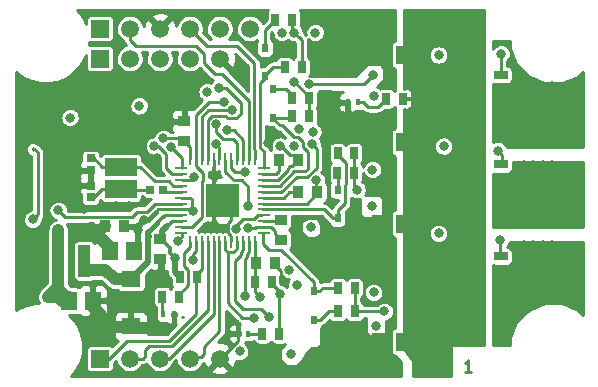
<source format=gtl>
%TF.GenerationSoftware,KiCad,Pcbnew,4.0.6-e0-6349~53~ubuntu16.04.1*%
%TF.CreationDate,2017-03-20T22:22:26+02:00*%
%TF.ProjectId,BLDC_controller,424C44435F636F6E74726F6C6C65722E,1.0*%
%TF.FileFunction,Copper,L1,Top,Signal*%
%FSLAX46Y46*%
G04 Gerber Fmt 4.6, Leading zero omitted, Abs format (unit mm)*
G04 Created by KiCad (PCBNEW 4.0.6-e0-6349~53~ubuntu16.04.1) date Mon Mar 20 22:22:26 2017*
%MOMM*%
%LPD*%
G01*
G04 APERTURE LIST*
%ADD10C,0.100000*%
%ADD11C,0.250000*%
%ADD12C,0.800000*%
%ADD13R,1.500000X1.500000*%
%ADD14C,1.500000*%
%ADD15C,1.300000*%
%ADD16R,1.000000X2.700000*%
%ADD17R,0.900000X1.000000*%
%ADD18R,0.600000X0.800000*%
%ADD19R,2.700000X1.500000*%
%ADD20R,0.400000X0.600000*%
%ADD21R,1.640000X1.400000*%
%ADD22R,1.350000X1.550000*%
%ADD23R,1.000000X0.900000*%
%ADD24R,0.650000X0.990000*%
%ADD25R,0.720000X0.720000*%
%ADD26R,0.640000X0.720000*%
%ADD27R,0.600000X0.900000*%
%ADD28R,0.900000X0.600000*%
%ADD29R,1.150000X0.700000*%
%ADD30R,1.500000X4.700000*%
%ADD31R,3.600000X4.200000*%
%ADD32C,2.100000*%
%ADD33O,1.050000X0.250000*%
%ADD34O,0.250000X1.050000*%
%ADD35C,0.500000*%
%ADD36C,0.300000*%
%ADD37C,0.400000*%
%ADD38C,1.000000*%
%ADD39C,0.254000*%
G04 APERTURE END LIST*
D10*
D11*
X175335715Y-112107381D02*
X174764286Y-112107381D01*
X175050000Y-112107381D02*
X175050000Y-111107381D01*
X174954762Y-111250238D01*
X174859524Y-111345476D01*
X174764286Y-111393095D01*
D12*
X175000000Y-85100000D03*
X164400000Y-82400000D03*
X163600000Y-82400000D03*
X163600000Y-83200000D03*
X164400000Y-83200000D03*
X163600000Y-84800000D03*
X164400000Y-84800000D03*
X168000000Y-83200000D03*
X167200000Y-83200000D03*
X168400000Y-84000000D03*
X167600000Y-84000000D03*
X166800000Y-84000000D03*
X166000000Y-84000000D03*
X165200000Y-84000000D03*
X164400000Y-84000000D03*
X163600000Y-84000000D03*
X168600000Y-102050000D03*
X167800000Y-102050000D03*
X167000000Y-102050000D03*
X166200000Y-102050000D03*
X165400000Y-102050000D03*
X164600000Y-102050000D03*
X163800000Y-102050000D03*
X163000000Y-102050000D03*
X168600000Y-101250000D03*
X167800000Y-101250000D03*
X167000000Y-101250000D03*
X166200000Y-101250000D03*
X165400000Y-101250000D03*
X164600000Y-101250000D03*
X163800000Y-101250000D03*
X182150000Y-99450000D03*
X181350000Y-99450000D03*
X180550000Y-99450000D03*
X179750000Y-99450000D03*
X182150000Y-98650000D03*
X181350000Y-98650000D03*
X180550000Y-98650000D03*
X179750000Y-98650000D03*
X182150000Y-97850000D03*
X181350000Y-97850000D03*
X180550000Y-97850000D03*
X179750000Y-97850000D03*
X182150000Y-97050000D03*
X181350000Y-97050000D03*
X180550000Y-97050000D03*
X179750000Y-97050000D03*
X182150000Y-96250000D03*
X181350000Y-96250000D03*
X180550000Y-96250000D03*
X179750000Y-96250000D03*
X182150000Y-95450000D03*
X181350000Y-95450000D03*
X180550000Y-95450000D03*
X179750000Y-95450000D03*
X182150000Y-94650000D03*
X181350000Y-94650000D03*
X180550000Y-94650000D03*
X182150000Y-92750000D03*
X181350000Y-92750000D03*
X180550000Y-92750000D03*
X179750000Y-92750000D03*
X182150000Y-91950000D03*
X181350000Y-91950000D03*
X180550000Y-91950000D03*
X179750000Y-91950000D03*
X182150000Y-91150000D03*
X181350000Y-91150000D03*
X180550000Y-91150000D03*
X179750000Y-91150000D03*
X182150000Y-90350000D03*
X181350000Y-90350000D03*
X180550000Y-90350000D03*
X179750000Y-90350000D03*
X182150000Y-89550000D03*
X181350000Y-89550000D03*
X180550000Y-89550000D03*
X179750000Y-89550000D03*
X182150000Y-88750000D03*
X181350000Y-88750000D03*
X180550000Y-88750000D03*
X179750000Y-88750000D03*
X182150000Y-87950000D03*
X181350000Y-87950000D03*
X180550000Y-87950000D03*
X179600000Y-107000000D03*
X180550000Y-106200000D03*
X179750000Y-106200000D03*
X182150000Y-105400000D03*
X181350000Y-105400000D03*
X180550000Y-105400000D03*
X179750000Y-105400000D03*
X182150000Y-104600000D03*
X181350000Y-104600000D03*
X180550000Y-104600000D03*
X179750000Y-104600000D03*
X182150000Y-103800000D03*
X181350000Y-103800000D03*
X180550000Y-103800000D03*
X179750000Y-103800000D03*
X182150000Y-103000000D03*
X181350000Y-103000000D03*
X180550000Y-103000000D03*
X179750000Y-103000000D03*
X182150000Y-102200000D03*
X181350000Y-102200000D03*
X180550000Y-102200000D03*
X179750000Y-102200000D03*
X182150000Y-101400000D03*
X181350000Y-101400000D03*
X180550000Y-101400000D03*
X168850000Y-112205000D03*
X168050000Y-112205000D03*
X167250000Y-112205000D03*
X166450000Y-112205000D03*
X165650000Y-112205000D03*
X164850000Y-112205000D03*
X164050000Y-112205000D03*
X163250000Y-112205000D03*
X168850000Y-111405000D03*
X168050000Y-111405000D03*
X167250000Y-111405000D03*
X166450000Y-111405000D03*
X165650000Y-111405000D03*
X164850000Y-111405000D03*
X164050000Y-111405000D03*
X170950000Y-111000000D03*
X173350000Y-108400000D03*
X175250000Y-108400000D03*
X174750000Y-100200000D03*
X175150000Y-93100000D03*
X171150000Y-92400000D03*
X171250000Y-100000000D03*
X179750000Y-101400000D03*
X179750000Y-94650000D03*
X179750000Y-87950000D03*
D13*
X143870000Y-85600000D03*
D14*
X146410000Y-85600000D03*
X148950000Y-85600000D03*
X151490000Y-85600000D03*
X154030000Y-85600000D03*
D15*
X168000000Y-82200000D03*
D12*
X142500000Y-98300000D03*
X138250000Y-88000000D03*
X138050000Y-91200000D03*
X138250000Y-100500000D03*
X138250000Y-104800000D03*
X163000000Y-101250000D03*
X163250000Y-111405000D03*
X147650000Y-97755000D03*
X146350000Y-98105000D03*
X145200000Y-98105000D03*
X143050000Y-93055000D03*
X144000000Y-98155000D03*
X142000000Y-97405000D03*
X142050000Y-93905000D03*
X148750000Y-94055000D03*
X147500000Y-93405000D03*
X146450000Y-93205000D03*
X145400000Y-93205000D03*
D16*
X140350000Y-102750000D03*
X142550000Y-102750000D03*
D17*
X160680000Y-94200000D03*
X159020000Y-94200000D03*
D18*
X157850000Y-87100000D03*
X157850000Y-84700000D03*
D19*
X145650000Y-96650000D03*
X145650000Y-94750000D03*
D20*
X164850000Y-89300000D03*
X165750000Y-89300000D03*
X155550000Y-108900000D03*
X156450000Y-108900000D03*
D21*
X146500000Y-104235000D03*
X146500000Y-108265000D03*
D18*
X158550000Y-90600000D03*
X158550000Y-88200000D03*
D22*
X169600000Y-85300000D03*
X167600000Y-85300000D03*
D18*
X164000000Y-99105000D03*
X164000000Y-96705000D03*
X162000000Y-105305000D03*
X162000000Y-107705000D03*
D22*
X169600000Y-99600000D03*
X167600000Y-99600000D03*
X141250000Y-106100000D03*
X143250000Y-106100000D03*
X146750000Y-101900000D03*
X144750000Y-101900000D03*
X169600000Y-92700000D03*
X167600000Y-92700000D03*
X169600000Y-109600000D03*
X167600000Y-109600000D03*
D13*
X143870000Y-83060000D03*
D14*
X146410000Y-83060000D03*
X148950000Y-83060000D03*
X151490000Y-83060000D03*
X154030000Y-83060000D03*
X156570000Y-83060000D03*
D13*
X143870000Y-111000000D03*
D14*
X146410000Y-111000000D03*
X148950000Y-111000000D03*
X151490000Y-111000000D03*
X154030000Y-111000000D03*
D17*
X145930000Y-99800000D03*
X144270000Y-99800000D03*
D23*
X151000000Y-92580000D03*
X151000000Y-90920000D03*
X149000000Y-100870000D03*
X149000000Y-102530000D03*
D17*
X162280000Y-96925000D03*
X160620000Y-96925000D03*
D23*
X159200000Y-100930000D03*
X159200000Y-99270000D03*
D24*
X161560000Y-88900000D03*
X160140000Y-88900000D03*
X161560000Y-90500000D03*
X160140000Y-90500000D03*
X165410000Y-95305000D03*
X163990000Y-95305000D03*
X165420000Y-93605000D03*
X164000000Y-93605000D03*
X165460000Y-107005000D03*
X164040000Y-107005000D03*
X165460000Y-105005000D03*
X164040000Y-105005000D03*
X160160000Y-82300000D03*
X158740000Y-82300000D03*
X160960000Y-86300000D03*
X159540000Y-86300000D03*
X169560000Y-89000000D03*
X168140000Y-89000000D03*
X156990000Y-104500000D03*
X158410000Y-104500000D03*
D17*
X157070000Y-102900000D03*
X158730000Y-102900000D03*
D24*
X150640000Y-104100000D03*
X152060000Y-104100000D03*
X159060000Y-108900000D03*
X157640000Y-108900000D03*
D25*
X143100000Y-94050000D03*
X143100000Y-95050000D03*
X143100000Y-97350000D03*
X143100000Y-96350000D03*
D26*
X149240000Y-96700000D03*
X148160000Y-96700000D03*
D12*
X144300000Y-93205000D03*
D15*
X173000000Y-82250000D03*
D24*
X150560000Y-105750000D03*
X149140000Y-105750000D03*
D20*
X150150000Y-107250000D03*
X149250000Y-107250000D03*
D27*
X174800000Y-90055000D03*
X175650000Y-90055000D03*
X173950000Y-90055000D03*
X174800000Y-87755000D03*
X175650000Y-87755000D03*
X173950000Y-87755000D03*
X173950000Y-88905000D03*
X175650000Y-88905000D03*
D28*
X172100000Y-90780000D03*
X172100000Y-87030000D03*
X172100000Y-89505000D03*
D29*
X177825000Y-89540000D03*
X177825000Y-90810000D03*
X177825000Y-88270000D03*
D30*
X172330000Y-88905000D03*
D31*
X174330000Y-88905000D03*
D29*
X177825000Y-87000000D03*
D28*
X172100000Y-88305000D03*
D27*
X174800000Y-88905000D03*
X174800000Y-97615000D03*
X175650000Y-97615000D03*
X173950000Y-97615000D03*
X174800000Y-95315000D03*
X175650000Y-95315000D03*
X173950000Y-95315000D03*
X173950000Y-96465000D03*
X175650000Y-96465000D03*
D28*
X172100000Y-98340000D03*
X172100000Y-94590000D03*
X172100000Y-97065000D03*
D29*
X177825000Y-97100000D03*
X177825000Y-98370000D03*
X177825000Y-95830000D03*
D30*
X172330000Y-96465000D03*
D31*
X174330000Y-96465000D03*
D29*
X177825000Y-94560000D03*
D28*
X172100000Y-95865000D03*
D27*
X174800000Y-96465000D03*
X174800000Y-105405000D03*
X175650000Y-105405000D03*
X173950000Y-105405000D03*
X174800000Y-103105000D03*
X175650000Y-103105000D03*
X173950000Y-103105000D03*
X173950000Y-104255000D03*
X175650000Y-104255000D03*
D28*
X172100000Y-106130000D03*
X172100000Y-102380000D03*
X172100000Y-104855000D03*
D29*
X177825000Y-104890000D03*
X177825000Y-106160000D03*
X177825000Y-103620000D03*
D30*
X172330000Y-104255000D03*
D31*
X174330000Y-104255000D03*
D29*
X177825000Y-102350000D03*
D28*
X172100000Y-103655000D03*
D27*
X174800000Y-104255000D03*
D32*
X183500000Y-90000000D03*
X183500000Y-97000000D03*
X183500000Y-104500000D03*
X171000000Y-82500000D03*
X165800000Y-82500000D03*
D13*
X154900000Y-98275000D03*
X153600000Y-98275000D03*
X154900000Y-96975000D03*
D33*
X150725000Y-94875000D03*
X150725000Y-95375000D03*
X150725000Y-95875000D03*
X150725000Y-96375000D03*
X150725000Y-96875000D03*
X150725000Y-97375000D03*
X150725000Y-97875000D03*
X150725000Y-98375000D03*
X150725000Y-98875000D03*
X150725000Y-99375000D03*
X150725000Y-99875000D03*
X150725000Y-100375000D03*
D34*
X151500000Y-101150000D03*
X152000000Y-101150000D03*
X152500000Y-101150000D03*
X153000000Y-101150000D03*
X153500000Y-101150000D03*
X154000000Y-101150000D03*
X154500000Y-101150000D03*
X155000000Y-101150000D03*
X155500000Y-101150000D03*
X156000000Y-101150000D03*
X156500000Y-101150000D03*
X157000000Y-101150000D03*
D33*
X157775000Y-100375000D03*
X157775000Y-99875000D03*
X157775000Y-99375000D03*
X157775000Y-98875000D03*
X157775000Y-98375000D03*
X157775000Y-97875000D03*
X157775000Y-97375000D03*
X157775000Y-96875000D03*
X157775000Y-96375000D03*
X157775000Y-95875000D03*
X157775000Y-95375000D03*
X157775000Y-94875000D03*
D34*
X157000000Y-94100000D03*
X156500000Y-94100000D03*
X156000000Y-94100000D03*
X155500000Y-94100000D03*
X155000000Y-94100000D03*
X154500000Y-94100000D03*
X154000000Y-94100000D03*
X153500000Y-94100000D03*
X153000000Y-94100000D03*
X152500000Y-94100000D03*
X152000000Y-94100000D03*
X151500000Y-94100000D03*
D13*
X153600000Y-96975000D03*
D12*
X147125365Y-100093856D03*
X147649988Y-99300000D03*
X151799861Y-98500000D03*
X149750000Y-91325010D03*
X167000000Y-87000000D03*
X149000000Y-104000000D03*
X166950006Y-98100000D03*
X160050000Y-110600000D03*
X141250000Y-89400000D03*
X161750000Y-99900000D03*
X158125032Y-92719540D03*
X161550000Y-87725010D03*
X142700000Y-100000000D03*
X147000000Y-87900000D03*
X148850000Y-108400000D03*
X143950000Y-108399990D03*
X167250000Y-108200000D03*
X153500000Y-95505000D03*
X159575976Y-104487519D03*
X153000000Y-99755000D03*
X142050000Y-96350000D03*
X142050000Y-95050000D03*
X156436664Y-99950012D03*
X162185865Y-95890868D03*
X159150000Y-93000000D03*
X172550000Y-100400000D03*
X159893199Y-103474992D03*
X172987345Y-93012664D03*
X160692377Y-91550260D03*
X160300013Y-83400000D03*
X172550000Y-85300000D03*
X167950000Y-107000000D03*
X177750000Y-101000000D03*
X177850000Y-85200000D03*
X160350000Y-87600000D03*
X165650000Y-96700000D03*
X177550000Y-93399996D03*
X150250000Y-102500000D03*
X141350000Y-90600006D03*
X160299809Y-92998900D03*
X140350000Y-100150000D03*
X139500000Y-105800000D03*
X138200000Y-99200000D03*
X149244014Y-92362557D03*
X159100000Y-105505000D03*
X147200000Y-89600000D03*
X155700000Y-110400000D03*
X155437812Y-99998167D03*
X161824990Y-92833481D03*
X160537340Y-104767660D03*
X167050004Y-105400000D03*
X162100000Y-83400000D03*
X167050000Y-88750000D03*
X166950000Y-95000000D03*
X161910518Y-91828733D03*
X159299998Y-83400000D03*
X152950000Y-88400000D03*
X157400000Y-105800000D03*
X140350000Y-98450000D03*
X156893923Y-107531396D03*
X150464474Y-101049989D03*
X153725010Y-92850000D03*
X154343865Y-89256331D03*
X151769372Y-102682959D03*
X154638611Y-91663931D03*
X153733366Y-91156501D03*
X151840616Y-95630768D03*
X158198915Y-107480021D03*
X156450000Y-98100000D03*
X155067262Y-89946781D03*
X149905679Y-93112357D03*
X148484530Y-93013101D03*
X156200000Y-105705000D03*
X156170369Y-95224666D03*
X153950000Y-88100000D03*
D11*
X150950000Y-107450000D02*
X150850000Y-107450000D01*
X149415000Y-96875000D02*
X149240000Y-96700000D01*
X150825000Y-96875000D02*
X149415000Y-96875000D01*
X157675000Y-101275000D02*
X158179999Y-101779999D01*
X162000000Y-104533088D02*
X162000000Y-105305000D01*
X157675000Y-100375000D02*
X157675000Y-101275000D01*
X158179999Y-101779999D02*
X159246911Y-101779999D01*
X159246911Y-101779999D02*
X162000000Y-104533088D01*
X162450000Y-105305000D02*
X162750000Y-105005000D01*
X162750000Y-105005000D02*
X164040000Y-105005000D01*
X162000000Y-105305000D02*
X162450000Y-105305000D01*
X163840000Y-104805000D02*
X164040000Y-105005000D01*
X164000000Y-99105000D02*
X163605000Y-99105000D01*
X163605000Y-99105000D02*
X162875000Y-98375000D01*
X162875000Y-98375000D02*
X157600000Y-98375000D01*
X164000000Y-98455000D02*
X164000000Y-99105000D01*
X164700000Y-94475000D02*
X164700000Y-96231962D01*
X164000000Y-93775000D02*
X164700000Y-94475000D01*
X164000000Y-93605000D02*
X164000000Y-93775000D01*
X164625001Y-96306961D02*
X164625001Y-97829999D01*
X164700000Y-96231962D02*
X164625001Y-96306961D01*
X164625001Y-97829999D02*
X164000000Y-98455000D01*
X159319115Y-91250000D02*
X159100000Y-91250000D01*
X161264991Y-95150011D02*
X161455001Y-94960001D01*
X160652279Y-92275261D02*
X160344376Y-92275261D01*
X160344376Y-92275261D02*
X159319115Y-91250000D01*
X161051947Y-92674929D02*
X160652279Y-92275261D01*
X158550000Y-90700000D02*
X158550000Y-90600000D01*
X161455001Y-93502753D02*
X161051947Y-93099699D01*
X161455001Y-94960001D02*
X161455001Y-93502753D01*
X159100000Y-91250000D02*
X158550000Y-90700000D01*
X160336400Y-95150011D02*
X161264991Y-95150011D01*
X157600000Y-96375000D02*
X159111410Y-96375000D01*
X159111410Y-96375000D02*
X160336400Y-95150011D01*
X161051947Y-93099699D02*
X161051947Y-92674929D01*
X158550000Y-90600000D02*
X160040000Y-90600000D01*
X160040000Y-90600000D02*
X160140000Y-90500000D01*
D35*
X169600000Y-109600000D02*
X171000000Y-111000000D01*
X169600000Y-85000000D02*
X171000000Y-85000000D01*
X173000000Y-83000000D02*
X173000000Y-82250000D01*
X171000000Y-85000000D02*
X173000000Y-83000000D01*
X169600000Y-99600000D02*
X170850000Y-99600000D01*
X170850000Y-99600000D02*
X171250000Y-100000000D01*
X169600000Y-92700000D02*
X170850000Y-92700000D01*
X170850000Y-92700000D02*
X171150000Y-92400000D01*
D36*
X169560000Y-89000000D02*
X172235000Y-89000000D01*
D11*
X172235000Y-89000000D02*
X172330000Y-88905000D01*
X170250000Y-91750000D02*
X172085000Y-91750000D01*
X172085000Y-91750000D02*
X172330000Y-91505000D01*
X172330000Y-91505000D02*
X172330000Y-88905000D01*
X150725000Y-98375000D02*
X151674861Y-98375000D01*
X151674861Y-98375000D02*
X151799861Y-98500000D01*
D35*
X147125365Y-100659541D02*
X147125365Y-100093856D01*
D11*
X146831510Y-99800001D02*
X147125365Y-100093856D01*
D35*
X146800000Y-102100000D02*
X147125365Y-101774635D01*
D11*
X146799999Y-99800001D02*
X146831510Y-99800001D01*
D35*
X147125365Y-101774635D02*
X147125365Y-100659541D01*
D11*
X146700000Y-99900000D02*
X146799999Y-99800001D01*
D35*
X147150001Y-100069220D02*
X147125365Y-100093856D01*
X147150001Y-99699999D02*
X147150001Y-100069220D01*
D37*
X147915685Y-99300000D02*
X147649988Y-99300000D01*
X148600000Y-98615685D02*
X147915685Y-99300000D01*
X148600000Y-98600000D02*
X148600000Y-98615685D01*
D35*
X147150001Y-99699999D02*
X147249989Y-99699999D01*
X146700000Y-99900000D02*
X146950000Y-99900000D01*
X147249989Y-99699999D02*
X147649988Y-99300000D01*
X146950000Y-99900000D02*
X147150001Y-99699999D01*
D11*
X151250000Y-98375000D02*
X150725000Y-98375000D01*
X151500000Y-98375000D02*
X151250000Y-98375000D01*
X151250000Y-98375000D02*
X151674861Y-98375000D01*
X151650000Y-98225000D02*
X151799861Y-98374861D01*
X151799861Y-98374861D02*
X151799861Y-98500000D01*
X150725000Y-97375000D02*
X151500000Y-97375000D01*
X151500000Y-97375000D02*
X151650000Y-97525000D01*
X151650000Y-97525000D02*
X151650000Y-98225000D01*
X151650000Y-98225000D02*
X151500000Y-98375000D01*
X150825000Y-98375000D02*
X148825000Y-98375000D01*
X148825000Y-98375000D02*
X148600000Y-98600000D01*
D35*
X145930000Y-99900000D02*
X146700000Y-99900000D01*
D11*
X145930000Y-99850000D02*
X145930000Y-99900000D01*
X154030000Y-111000000D02*
X155550000Y-109480000D01*
X155550000Y-109480000D02*
X155550000Y-108900000D01*
X150155010Y-90920000D02*
X150149999Y-90925011D01*
X151000000Y-90920000D02*
X150155010Y-90920000D01*
X150149999Y-90925011D02*
X149750000Y-91325010D01*
X166600001Y-87399999D02*
X167000000Y-87000000D01*
X166274990Y-87725010D02*
X166600001Y-87399999D01*
X161550000Y-87725010D02*
X166274990Y-87725010D01*
X150150000Y-107250000D02*
X150150000Y-107450000D01*
X149415685Y-108184315D02*
X149415685Y-108400000D01*
X149415685Y-108400000D02*
X148850000Y-108400000D01*
X154712810Y-99512190D02*
X154950000Y-99275000D01*
X155000000Y-101050000D02*
X155000000Y-100613590D01*
X155000000Y-100613590D02*
X154712810Y-100326400D01*
X154712810Y-100326400D02*
X154712810Y-99512190D01*
X154950000Y-99275000D02*
X154950000Y-98325000D01*
D38*
X143265685Y-100000000D02*
X142700000Y-100000000D01*
X143315685Y-100150000D02*
X143315685Y-100050000D01*
X144750000Y-101584315D02*
X143315685Y-100150000D01*
D35*
X144800000Y-102100000D02*
X142700000Y-100000000D01*
D38*
X144750000Y-101900000D02*
X144750000Y-101584315D01*
X144270000Y-99800000D02*
X143920000Y-100150000D01*
X143315685Y-100050000D02*
X143265685Y-100000000D01*
X143920000Y-100150000D02*
X143315685Y-100150000D01*
X143950000Y-108399990D02*
X143950000Y-107300000D01*
X143950000Y-107300000D02*
X143250000Y-106600000D01*
X146500000Y-108330000D02*
X144019990Y-108330000D01*
X144019990Y-108330000D02*
X143950000Y-108399990D01*
X148850000Y-108400000D02*
X146570000Y-108400000D01*
X146570000Y-108400000D02*
X146500000Y-108330000D01*
D35*
X148849990Y-108399990D02*
X148850000Y-108400000D01*
D11*
X149900000Y-108400000D02*
X149415685Y-108400000D01*
D35*
X148900000Y-108450000D02*
X148850000Y-108400000D01*
D11*
X148750000Y-94055000D02*
X148750000Y-95000000D01*
D35*
X149100000Y-102830000D02*
X149100000Y-104250000D01*
X149100000Y-104250000D02*
X149250000Y-104400000D01*
D11*
X153500000Y-95505000D02*
X153500000Y-96875000D01*
X153500000Y-94200000D02*
X153500000Y-95505000D01*
X159575976Y-104487519D02*
X159175977Y-104087520D01*
X159175977Y-104087520D02*
X159175977Y-103580977D01*
X159175977Y-103580977D02*
X158630000Y-103035000D01*
X158630000Y-103035000D02*
X158630000Y-102900000D01*
X153550000Y-98325000D02*
X153550000Y-99205000D01*
X153550000Y-99205000D02*
X153000000Y-99755000D01*
X142050000Y-96350000D02*
X142050000Y-97750000D01*
X142050000Y-97750000D02*
X142374998Y-98074998D01*
X142374998Y-98074998D02*
X144788591Y-98074998D01*
X144788591Y-98074998D02*
X145013598Y-97849991D01*
X145013598Y-97849991D02*
X147450009Y-97849991D01*
X142050000Y-95050000D02*
X142050000Y-96350000D01*
X146935001Y-93364999D02*
X147570002Y-94000000D01*
X142050000Y-93750000D02*
X142435001Y-93364999D01*
X142435001Y-93364999D02*
X146935001Y-93364999D01*
X142050000Y-95050000D02*
X142050000Y-93750000D01*
X143100000Y-96350000D02*
X142050000Y-96350000D01*
X143100000Y-95050000D02*
X142050000Y-95050000D01*
X153500000Y-96875000D02*
X153550000Y-96925000D01*
X153425000Y-96875000D02*
X153475000Y-96925000D01*
X154925000Y-98375000D02*
X154875000Y-98325000D01*
X157077361Y-99875000D02*
X157002349Y-99950012D01*
X158375000Y-99875000D02*
X157077361Y-99875000D01*
X157002349Y-99950012D02*
X156436664Y-99950012D01*
X158375000Y-99875000D02*
X157775000Y-99875000D01*
X158375000Y-99875000D02*
X158670000Y-100170000D01*
X158670000Y-100170000D02*
X158670000Y-100400000D01*
X158670000Y-100400000D02*
X159200000Y-100930000D01*
X162185865Y-95890868D02*
X162185865Y-96830865D01*
X162185865Y-96830865D02*
X162280000Y-96925000D01*
X157675000Y-97875000D02*
X161380000Y-97875000D01*
X161380000Y-97875000D02*
X162280000Y-96975000D01*
X162280000Y-96975000D02*
X162280000Y-96925000D01*
X157600000Y-95875000D02*
X158975000Y-95875000D01*
X158975000Y-95875000D02*
X159795001Y-95054999D01*
X159795001Y-95054999D02*
X159795001Y-94904999D01*
X159795001Y-94904999D02*
X160000000Y-94700000D01*
X160000000Y-94700000D02*
X160180000Y-94700000D01*
X160180000Y-94700000D02*
X160680000Y-94200000D01*
X160680000Y-94200000D02*
X160680000Y-94180000D01*
X160680000Y-94180000D02*
X160250000Y-93750000D01*
X160250000Y-93750000D02*
X159981014Y-93750000D01*
X159981014Y-93750000D02*
X159795001Y-93563987D01*
X159231014Y-93000000D02*
X159795001Y-93563987D01*
X159150000Y-93000000D02*
X159231014Y-93000000D01*
X160700012Y-83799999D02*
X160300013Y-83400000D01*
X160960000Y-84059987D02*
X160700012Y-83799999D01*
X160960000Y-86300000D02*
X160960000Y-84059987D01*
X160160000Y-82300000D02*
X160160000Y-83259987D01*
X160090000Y-83400000D02*
X160300013Y-83400000D01*
X160160000Y-83259987D02*
X160300013Y-83400000D01*
X167945000Y-107005000D02*
X167950000Y-107000000D01*
X165460000Y-107005000D02*
X167945000Y-107005000D01*
X177725000Y-102350000D02*
X177725000Y-101025000D01*
X177725000Y-101025000D02*
X177750000Y-101000000D01*
X177750000Y-102325000D02*
X177750000Y-101000000D01*
X165460000Y-105005000D02*
X165460000Y-107005000D01*
X177825000Y-87000000D02*
X177825000Y-85225000D01*
X177825000Y-85225000D02*
X177850000Y-85200000D01*
X161560000Y-88900000D02*
X161560000Y-88810000D01*
X161560000Y-88810000D02*
X160350000Y-87600000D01*
X161560000Y-90500000D02*
X161560000Y-88900000D01*
X165410000Y-95305000D02*
X165410000Y-96460000D01*
X165410000Y-96460000D02*
X165650000Y-96700000D01*
X177925000Y-93774996D02*
X177550000Y-93399996D01*
X177925000Y-94560000D02*
X177925000Y-93774996D01*
X165410000Y-95305000D02*
X165410000Y-93615000D01*
X165410000Y-93615000D02*
X165420000Y-93605000D01*
X160140000Y-88900000D02*
X160140000Y-88690000D01*
X160140000Y-88690000D02*
X159650000Y-88200000D01*
X159650000Y-88200000D02*
X158550000Y-88200000D01*
X164000000Y-96705000D02*
X164000000Y-95315000D01*
X164000000Y-95315000D02*
X163990000Y-95305000D01*
X162000000Y-107705000D02*
X162550000Y-107705000D01*
X162550000Y-107705000D02*
X163250000Y-107005000D01*
X163250000Y-107005000D02*
X164040000Y-107005000D01*
D35*
X150250000Y-103065685D02*
X150250000Y-102500000D01*
D36*
X149850001Y-102100001D02*
X150250000Y-102500000D01*
X149850001Y-101670001D02*
X149850001Y-102100001D01*
X149050000Y-100870000D02*
X149850001Y-101670001D01*
D35*
X150640000Y-104100000D02*
X150250000Y-103710000D01*
X150250000Y-103710000D02*
X150250000Y-103065685D01*
D38*
X140350000Y-105100000D02*
X140350000Y-104450000D01*
X140350000Y-104450000D02*
X140350000Y-102750000D01*
X139500000Y-105800000D02*
X140350000Y-104950000D01*
X140350000Y-104950000D02*
X140350000Y-104450000D01*
X140650000Y-106100000D02*
X140350000Y-105800000D01*
X140350000Y-105800000D02*
X139500000Y-105800000D01*
X141250000Y-106100000D02*
X140650000Y-106100000D01*
X140350000Y-102750000D02*
X140350000Y-100150000D01*
X141250000Y-105750000D02*
X141000000Y-105750000D01*
X141000000Y-105750000D02*
X140350000Y-105100000D01*
X141250000Y-106100000D02*
X141250000Y-105750000D01*
D11*
X138200000Y-93200000D02*
X138200000Y-93350000D01*
X138300000Y-93250000D02*
X138250000Y-93250000D01*
X138250000Y-93250000D02*
X138200000Y-93200000D01*
X138599999Y-93549999D02*
X138300000Y-93250000D01*
X138200000Y-99200000D02*
X138599999Y-98800001D01*
X138599999Y-98800001D02*
X138599999Y-93549999D01*
X151000000Y-92580000D02*
X150782557Y-92362557D01*
X150782557Y-92362557D02*
X149809699Y-92362557D01*
X149809699Y-92362557D02*
X149244014Y-92362557D01*
D35*
X149150000Y-100200000D02*
X149150000Y-100770000D01*
X149150000Y-100770000D02*
X149050000Y-100870000D01*
X149550000Y-99800000D02*
X149550000Y-99799976D01*
X149150000Y-100200000D02*
X149550000Y-99800000D01*
D11*
X149974976Y-99375000D02*
X149949999Y-99399977D01*
X150175000Y-99375000D02*
X149974976Y-99375000D01*
X149550000Y-99775000D02*
X149550000Y-99799976D01*
X149950000Y-99375000D02*
X149550000Y-99775000D01*
X150725000Y-99375000D02*
X149950000Y-99375000D01*
X149949999Y-99399977D02*
X149550000Y-99799976D01*
X159060000Y-108900000D02*
X159060000Y-105545000D01*
X159060000Y-105545000D02*
X159100000Y-105505000D01*
X151500000Y-94100000D02*
X151500000Y-93080000D01*
X151500000Y-93080000D02*
X151000000Y-92580000D01*
X150825000Y-99375000D02*
X150375000Y-99375000D01*
X159100000Y-105360000D02*
X159100000Y-105505000D01*
X158410000Y-104670000D02*
X159100000Y-105360000D01*
X158410000Y-104500000D02*
X158410000Y-104670000D01*
X155437812Y-99744184D02*
X155437812Y-99998167D01*
X157238590Y-98875000D02*
X156888588Y-99225002D01*
X157600000Y-98875000D02*
X157238590Y-98875000D01*
X156888588Y-99225002D02*
X155956994Y-99225002D01*
X155956994Y-99225002D02*
X155437812Y-99744184D01*
X162224989Y-93233480D02*
X161824990Y-92833481D01*
X160522800Y-95600022D02*
X161451391Y-95600022D01*
X159247822Y-96875000D02*
X160522800Y-95600022D01*
X161451391Y-95600022D02*
X162224989Y-94826424D01*
X157600000Y-96875000D02*
X159247822Y-96875000D01*
X162224989Y-94826424D02*
X162224989Y-93233480D01*
X157775000Y-94875000D02*
X157775000Y-93492585D01*
X157775000Y-93492585D02*
X157400022Y-93117607D01*
X157400022Y-93117607D02*
X157400022Y-87699978D01*
X157400022Y-87699978D02*
X157850000Y-87250000D01*
X157850000Y-87250000D02*
X157850000Y-87100000D01*
X159540000Y-86300000D02*
X158550000Y-86300000D01*
X158550000Y-86300000D02*
X157850000Y-87000000D01*
X157850000Y-87000000D02*
X157850000Y-87100000D01*
X157850000Y-83190000D02*
X157850000Y-84700000D01*
X157850000Y-83190000D02*
X158740000Y-82300000D01*
X156450000Y-108900000D02*
X157640000Y-108900000D01*
X157540000Y-109005000D02*
X157640000Y-109105000D01*
X156990000Y-104400000D02*
X156990000Y-105390000D01*
X156990000Y-105390000D02*
X157400000Y-105800000D01*
X156970000Y-102800000D02*
X156970000Y-104380000D01*
X156970000Y-104380000D02*
X156990000Y-104400000D01*
X157000000Y-101050000D02*
X157000000Y-102770000D01*
X157000000Y-102770000D02*
X156970000Y-102800000D01*
X157000000Y-101050000D02*
X157000000Y-101325000D01*
X142898013Y-98974989D02*
X142848001Y-99025001D01*
X147002014Y-98574982D02*
X146602007Y-98974989D01*
X148580000Y-97875000D02*
X147880018Y-98574982D01*
X146602007Y-98974989D02*
X142898013Y-98974989D01*
X140925001Y-99025001D02*
X140749999Y-98849999D01*
X142848001Y-99025001D02*
X140925001Y-99025001D01*
X140749999Y-98849999D02*
X140350000Y-98450000D01*
X147880018Y-98574982D02*
X147002014Y-98574982D01*
X150825000Y-97875000D02*
X148580000Y-97875000D01*
D38*
X145150000Y-104300000D02*
X146500000Y-104300000D01*
D35*
X145150000Y-104300000D02*
X145050000Y-104200000D01*
D38*
X142850000Y-103500000D02*
X144350000Y-103500000D01*
X144350000Y-103500000D02*
X145050000Y-104200000D01*
X142550000Y-103200000D02*
X142850000Y-103500000D01*
D35*
X147950000Y-100300000D02*
X147950000Y-100550000D01*
X147950000Y-100550000D02*
X147950000Y-100650000D01*
D37*
X148750000Y-99500000D02*
X147950000Y-100300000D01*
X147950000Y-100550000D02*
X148000000Y-100600000D01*
D35*
X147950000Y-100650000D02*
X147950000Y-102800000D01*
X147950000Y-102800000D02*
X146565000Y-104185000D01*
X146565000Y-104185000D02*
X146500000Y-104185000D01*
X146720000Y-104485000D02*
X146500000Y-104485000D01*
D11*
X150825000Y-98875000D02*
X149375000Y-98875000D01*
X149375000Y-98875000D02*
X149250000Y-99000000D01*
D36*
X148750000Y-99500000D02*
X149250000Y-99000000D01*
D11*
X157000000Y-94100000D02*
X157000000Y-93325000D01*
X157000000Y-93325000D02*
X156950011Y-93275011D01*
X156950011Y-93275011D02*
X156950011Y-86000011D01*
X156950011Y-86000011D02*
X155450000Y-84500000D01*
X155450000Y-84500000D02*
X152930000Y-84500000D01*
X152930000Y-84500000D02*
X151490000Y-83060000D01*
X146410000Y-84010000D02*
X146410000Y-83060000D01*
X146924999Y-84524999D02*
X152006001Y-84524999D01*
X146410000Y-84010000D02*
X146924999Y-84524999D01*
X154200000Y-86900000D02*
X156500000Y-89200000D01*
X152006001Y-84524999D02*
X152700000Y-85218998D01*
X152700000Y-85218998D02*
X152700000Y-86000000D01*
X152700000Y-86000000D02*
X153600000Y-86900000D01*
X153600000Y-86900000D02*
X154200000Y-86900000D01*
X156500000Y-89200000D02*
X156500000Y-94200000D01*
X165750000Y-89300000D02*
X166150000Y-89300000D01*
X166150000Y-89300000D02*
X166550000Y-89700000D01*
X166550000Y-89700000D02*
X167440000Y-89700000D01*
X167440000Y-89700000D02*
X168140000Y-89000000D01*
X154700000Y-102000000D02*
X154813590Y-102000000D01*
X154813590Y-102000000D02*
X154813600Y-102000010D01*
X154813600Y-102000010D02*
X155186400Y-102000010D01*
X155186400Y-102000010D02*
X155450010Y-101736400D01*
X155450010Y-101736400D02*
X155450010Y-101712166D01*
X155450010Y-101712166D02*
X155500000Y-101662176D01*
X155500000Y-101662176D02*
X155500000Y-101050000D01*
X154700000Y-106305000D02*
X154700000Y-102000000D01*
X154700000Y-102000000D02*
X154500000Y-101800000D01*
X156893923Y-107531396D02*
X155926396Y-107531396D01*
X155926396Y-107531396D02*
X154700000Y-106305000D01*
X154500000Y-101800000D02*
X154500000Y-101050000D01*
X150864473Y-100414473D02*
X150864473Y-100649990D01*
X150864473Y-100649990D02*
X150464474Y-101049989D01*
X150825000Y-100375000D02*
X150864473Y-100414473D01*
X153725010Y-92850000D02*
X153725010Y-92875010D01*
X153725010Y-92875010D02*
X154000000Y-93150000D01*
X154000000Y-93150000D02*
X154000000Y-94100000D01*
X153778180Y-89256331D02*
X154343865Y-89256331D01*
X153127984Y-89256331D02*
X153778180Y-89256331D01*
X152000000Y-90384315D02*
X153127984Y-89256331D01*
X152000000Y-94700000D02*
X152000000Y-90384315D01*
X152000000Y-94700000D02*
X152000000Y-94100000D01*
X152573835Y-95273835D02*
X152000000Y-94700000D01*
X152573835Y-95926165D02*
X152573835Y-95273835D01*
X152524999Y-99048130D02*
X152524999Y-95975001D01*
X152524999Y-95975001D02*
X152573835Y-95926165D01*
X150750000Y-99875000D02*
X151698124Y-99875000D01*
X151698124Y-99875000D02*
X152524999Y-99048130D01*
X150825000Y-96375000D02*
X150075000Y-96375000D01*
X150075000Y-96375000D02*
X149700000Y-96000000D01*
X149700000Y-96000000D02*
X148500000Y-96000000D01*
X148500000Y-96000000D02*
X147250000Y-94750000D01*
X147250000Y-94750000D02*
X145650000Y-94750000D01*
X145650000Y-94750000D02*
X144050000Y-94750000D01*
X144050000Y-94750000D02*
X143350000Y-94050000D01*
X143350000Y-94050000D02*
X143100000Y-94050000D01*
X145650000Y-96650000D02*
X144050000Y-96650000D01*
X144050000Y-96650000D02*
X143350000Y-97350000D01*
X143350000Y-97350000D02*
X143100000Y-97350000D01*
X145650000Y-96650000D02*
X144600000Y-96650000D01*
X148160000Y-96700000D02*
X145700000Y-96700000D01*
X145700000Y-96700000D02*
X145650000Y-96650000D01*
X152000000Y-101050000D02*
X152000000Y-101886646D01*
X152000000Y-101886646D02*
X151769372Y-102117274D01*
X151769372Y-102117274D02*
X151769372Y-102682959D01*
X155204296Y-91663931D02*
X154638611Y-91663931D01*
X156000000Y-94100000D02*
X156000000Y-92459635D01*
X156000000Y-92459635D02*
X155204296Y-91663931D01*
X156000000Y-94200000D02*
X156000000Y-93675908D01*
X154323004Y-92400000D02*
X153733366Y-91810362D01*
X153733366Y-91810362D02*
X153733366Y-91722186D01*
X153733366Y-91722186D02*
X153733366Y-91156501D01*
X155500000Y-92750000D02*
X155150000Y-92400000D01*
X155500000Y-94200000D02*
X155500000Y-92750000D01*
X155150000Y-92400000D02*
X154323004Y-92400000D01*
X151840616Y-95630768D02*
X151596384Y-95875000D01*
X151596384Y-95875000D02*
X150825000Y-95875000D01*
X143870000Y-111000000D02*
X144670000Y-111000000D01*
X152010000Y-107217180D02*
X149752190Y-109474988D01*
X152010000Y-103913002D02*
X152010000Y-107217180D01*
X152500704Y-101050704D02*
X152500704Y-103422298D01*
X152500000Y-101050000D02*
X152500704Y-101050704D01*
X146195012Y-109474988D02*
X144670000Y-111000000D01*
X152500704Y-103422298D02*
X152010000Y-103913002D01*
X149752190Y-109474988D02*
X146195012Y-109474988D01*
X153000000Y-101050000D02*
X153000000Y-106863590D01*
X147700000Y-110800000D02*
X147500000Y-111000000D01*
X153000000Y-106863590D02*
X149938591Y-109924999D01*
X149938591Y-109924999D02*
X148075001Y-109924999D01*
X148075001Y-109924999D02*
X147700000Y-110300000D01*
X147700000Y-110300000D02*
X147700000Y-110800000D01*
X147500000Y-111000000D02*
X146410000Y-111000000D01*
X149700000Y-111000000D02*
X148950000Y-111000000D01*
X153500000Y-101050000D02*
X153500000Y-107200000D01*
X153500000Y-107200000D02*
X149700000Y-111000000D01*
X154000000Y-101050000D02*
X154000000Y-108700000D01*
X151590000Y-110900000D02*
X151490000Y-111000000D01*
X154000000Y-108700000D02*
X152700000Y-110000000D01*
X152700000Y-110000000D02*
X152700000Y-110600000D01*
X152700000Y-110600000D02*
X152400000Y-110900000D01*
X152400000Y-110900000D02*
X151590000Y-110900000D01*
X155844988Y-101953599D02*
X156000000Y-101798587D01*
X155300000Y-102736411D02*
X155844988Y-102191423D01*
X155300000Y-106105000D02*
X155300000Y-102736411D01*
X158198915Y-107480021D02*
X157493892Y-106774998D01*
X157493892Y-106774998D02*
X155969998Y-106774998D01*
X155969998Y-106774998D02*
X155300000Y-106105000D01*
X155844988Y-102191423D02*
X155844988Y-101953599D01*
X156000000Y-101798587D02*
X156000000Y-101050000D01*
X155199999Y-95899999D02*
X155865684Y-95899999D01*
X154500000Y-95200000D02*
X155199999Y-95899999D01*
X154500000Y-94200000D02*
X154500000Y-95200000D01*
X156450000Y-96484315D02*
X156450000Y-97534315D01*
X156450000Y-97534315D02*
X156450000Y-98100000D01*
X155865684Y-95899999D02*
X156450000Y-96484315D01*
X153059310Y-89975005D02*
X153989761Y-89975005D01*
X155028479Y-89985564D02*
X155067262Y-89946781D01*
X152500000Y-94200000D02*
X152500000Y-90534315D01*
X153989761Y-89975005D02*
X154000320Y-89985564D01*
X152500000Y-90534315D02*
X153059310Y-89975005D01*
X154000320Y-89985564D02*
X155028479Y-89985564D01*
X150825000Y-94875000D02*
X150825000Y-94031678D01*
X150305678Y-93512356D02*
X149905679Y-93112357D01*
X150825000Y-94031678D02*
X150305678Y-93512356D01*
X150020000Y-95375000D02*
X149475001Y-94830001D01*
X149475001Y-94830001D02*
X149475001Y-93706999D01*
X148781103Y-93013101D02*
X148484530Y-93013101D01*
X150825000Y-95375000D02*
X150020000Y-95375000D01*
X149475001Y-93706999D02*
X148781103Y-93013101D01*
X156294999Y-102441412D02*
X156200000Y-102536411D01*
X156500000Y-101934998D02*
X156294999Y-102139999D01*
X156500000Y-101050000D02*
X156500000Y-101934998D01*
X156294999Y-102139999D02*
X156294999Y-102441412D01*
X156200000Y-102536411D02*
X156200000Y-105705000D01*
X155000000Y-94200000D02*
X155000000Y-94875000D01*
X155000000Y-94875000D02*
X155349666Y-95224666D01*
X155349666Y-95224666D02*
X156170369Y-95224666D01*
X154515685Y-88100000D02*
X153950000Y-88100000D01*
X153814375Y-90436030D02*
X154483507Y-90436030D01*
X155792284Y-89376599D02*
X154515685Y-88100000D01*
X155415284Y-90671803D02*
X155792284Y-90294803D01*
X154719280Y-90671803D02*
X155415284Y-90671803D01*
X154483507Y-90436030D02*
X154719280Y-90671803D01*
X153374984Y-90425016D02*
X153803361Y-90425016D01*
X153000000Y-94200000D02*
X153000000Y-90800000D01*
X153803361Y-90425016D02*
X153814375Y-90436030D01*
X153000000Y-90800000D02*
X153374984Y-90425016D01*
X155792284Y-90294803D02*
X155792284Y-89376599D01*
X158475000Y-95375000D02*
X158795000Y-95375000D01*
X158795000Y-95375000D02*
X159020000Y-95150000D01*
X159020000Y-95150000D02*
X159020000Y-94400000D01*
X158475000Y-95375000D02*
X157775000Y-95375000D01*
X157600000Y-95375000D02*
X158475000Y-95375000D01*
X157675000Y-97375000D02*
X159475000Y-97375000D01*
X159925000Y-96925000D02*
X160370000Y-96925000D01*
X159475000Y-97375000D02*
X159925000Y-96925000D01*
X157675000Y-99375000D02*
X159095000Y-99375000D01*
X159095000Y-99375000D02*
X159200000Y-99270000D01*
X151500000Y-101550000D02*
X150975002Y-102074998D01*
X150560000Y-105580000D02*
X150560000Y-105750000D01*
X151500000Y-101150000D02*
X151500000Y-101550000D01*
X151350000Y-103525032D02*
X151350000Y-104790000D01*
X150975002Y-102074998D02*
X150975002Y-103150034D01*
X150975002Y-103150034D02*
X151350000Y-103525032D01*
X151350000Y-104790000D02*
X150560000Y-105580000D01*
X149140000Y-105750000D02*
X149140000Y-107140000D01*
X149140000Y-107140000D02*
X149250000Y-107250000D01*
D39*
G36*
X176373000Y-109873000D02*
X173750000Y-109873000D01*
X173714619Y-109878028D01*
X173682039Y-109892714D01*
X173654840Y-109915895D01*
X173635177Y-109945736D01*
X173624605Y-109979873D01*
X173623000Y-110000000D01*
X173623000Y-112498000D01*
X170377000Y-112498000D01*
X170377000Y-111250000D01*
X170371972Y-111214619D01*
X170351600Y-111173800D01*
X169627000Y-110207667D01*
X169627000Y-100469536D01*
X171721913Y-100469536D01*
X171751191Y-100629055D01*
X171810894Y-100779849D01*
X171898750Y-100916174D01*
X172011412Y-101032839D01*
X172144588Y-101125399D01*
X172293207Y-101190329D01*
X172451606Y-101225155D01*
X172613754Y-101228552D01*
X172773473Y-101200389D01*
X172924680Y-101141740D01*
X173061615Y-101054838D01*
X173179064Y-100942993D01*
X173272551Y-100810466D01*
X173338517Y-100662305D01*
X173374448Y-100504152D01*
X173377035Y-100318909D01*
X173345533Y-100159814D01*
X173283730Y-100009869D01*
X173193980Y-99874783D01*
X173079700Y-99759703D01*
X172945244Y-99669011D01*
X172795734Y-99606163D01*
X172636863Y-99573551D01*
X172474684Y-99572419D01*
X172315374Y-99602809D01*
X172165001Y-99663564D01*
X172029292Y-99752369D01*
X171913416Y-99865843D01*
X171821788Y-99999662D01*
X171757898Y-100148730D01*
X171724178Y-100307369D01*
X171721913Y-100469536D01*
X169627000Y-100469536D01*
X169627000Y-93082200D01*
X172159258Y-93082200D01*
X172188536Y-93241719D01*
X172248239Y-93392513D01*
X172336095Y-93528838D01*
X172448757Y-93645503D01*
X172581933Y-93738063D01*
X172730552Y-93802993D01*
X172888951Y-93837819D01*
X173051099Y-93841216D01*
X173210818Y-93813053D01*
X173362025Y-93754404D01*
X173498960Y-93667502D01*
X173616409Y-93555657D01*
X173709896Y-93423130D01*
X173775862Y-93274969D01*
X173811793Y-93116816D01*
X173814380Y-92931573D01*
X173782878Y-92772478D01*
X173721075Y-92622533D01*
X173631325Y-92487447D01*
X173517045Y-92372367D01*
X173382589Y-92281675D01*
X173233079Y-92218827D01*
X173074208Y-92186215D01*
X172912029Y-92185083D01*
X172752719Y-92215473D01*
X172602346Y-92276228D01*
X172466637Y-92365033D01*
X172350761Y-92478507D01*
X172259133Y-92612326D01*
X172195243Y-92761394D01*
X172161523Y-92920033D01*
X172159258Y-93082200D01*
X169627000Y-93082200D01*
X169627000Y-89859250D01*
X169689750Y-89922000D01*
X169927056Y-89922000D01*
X170009551Y-89905591D01*
X170087261Y-89873402D01*
X170157197Y-89826672D01*
X170216673Y-89767197D01*
X170263403Y-89697260D01*
X170295591Y-89619551D01*
X170312000Y-89537056D01*
X170312000Y-89129750D01*
X170205250Y-89023000D01*
X169627000Y-89023000D01*
X169627000Y-88977000D01*
X170205250Y-88977000D01*
X170312000Y-88870250D01*
X170312000Y-88462944D01*
X170295591Y-88380449D01*
X170263403Y-88302740D01*
X170216673Y-88232803D01*
X170157197Y-88173328D01*
X170087261Y-88126598D01*
X170009551Y-88094409D01*
X169927056Y-88078000D01*
X169689750Y-88078000D01*
X169627000Y-88140750D01*
X169627000Y-85369536D01*
X171721913Y-85369536D01*
X171751191Y-85529055D01*
X171810894Y-85679849D01*
X171898750Y-85816174D01*
X172011412Y-85932839D01*
X172144588Y-86025399D01*
X172293207Y-86090329D01*
X172451606Y-86125155D01*
X172613754Y-86128552D01*
X172773473Y-86100389D01*
X172924680Y-86041740D01*
X173061615Y-85954838D01*
X173179064Y-85842993D01*
X173272551Y-85710466D01*
X173338517Y-85562305D01*
X173374448Y-85404152D01*
X173377035Y-85218909D01*
X173345533Y-85059814D01*
X173283730Y-84909869D01*
X173193980Y-84774783D01*
X173079700Y-84659703D01*
X172945244Y-84569011D01*
X172795734Y-84506163D01*
X172636863Y-84473551D01*
X172474684Y-84472419D01*
X172315374Y-84502809D01*
X172165001Y-84563564D01*
X172029292Y-84652369D01*
X171913416Y-84765843D01*
X171821788Y-84899662D01*
X171757898Y-85048730D01*
X171724178Y-85207369D01*
X171721913Y-85369536D01*
X169627000Y-85369536D01*
X169627000Y-81502000D01*
X176373000Y-81502000D01*
X176373000Y-109873000D01*
X176373000Y-109873000D01*
G37*
X176373000Y-109873000D02*
X173750000Y-109873000D01*
X173714619Y-109878028D01*
X173682039Y-109892714D01*
X173654840Y-109915895D01*
X173635177Y-109945736D01*
X173624605Y-109979873D01*
X173623000Y-110000000D01*
X173623000Y-112498000D01*
X170377000Y-112498000D01*
X170377000Y-111250000D01*
X170371972Y-111214619D01*
X170351600Y-111173800D01*
X169627000Y-110207667D01*
X169627000Y-100469536D01*
X171721913Y-100469536D01*
X171751191Y-100629055D01*
X171810894Y-100779849D01*
X171898750Y-100916174D01*
X172011412Y-101032839D01*
X172144588Y-101125399D01*
X172293207Y-101190329D01*
X172451606Y-101225155D01*
X172613754Y-101228552D01*
X172773473Y-101200389D01*
X172924680Y-101141740D01*
X173061615Y-101054838D01*
X173179064Y-100942993D01*
X173272551Y-100810466D01*
X173338517Y-100662305D01*
X173374448Y-100504152D01*
X173377035Y-100318909D01*
X173345533Y-100159814D01*
X173283730Y-100009869D01*
X173193980Y-99874783D01*
X173079700Y-99759703D01*
X172945244Y-99669011D01*
X172795734Y-99606163D01*
X172636863Y-99573551D01*
X172474684Y-99572419D01*
X172315374Y-99602809D01*
X172165001Y-99663564D01*
X172029292Y-99752369D01*
X171913416Y-99865843D01*
X171821788Y-99999662D01*
X171757898Y-100148730D01*
X171724178Y-100307369D01*
X171721913Y-100469536D01*
X169627000Y-100469536D01*
X169627000Y-93082200D01*
X172159258Y-93082200D01*
X172188536Y-93241719D01*
X172248239Y-93392513D01*
X172336095Y-93528838D01*
X172448757Y-93645503D01*
X172581933Y-93738063D01*
X172730552Y-93802993D01*
X172888951Y-93837819D01*
X173051099Y-93841216D01*
X173210818Y-93813053D01*
X173362025Y-93754404D01*
X173498960Y-93667502D01*
X173616409Y-93555657D01*
X173709896Y-93423130D01*
X173775862Y-93274969D01*
X173811793Y-93116816D01*
X173814380Y-92931573D01*
X173782878Y-92772478D01*
X173721075Y-92622533D01*
X173631325Y-92487447D01*
X173517045Y-92372367D01*
X173382589Y-92281675D01*
X173233079Y-92218827D01*
X173074208Y-92186215D01*
X172912029Y-92185083D01*
X172752719Y-92215473D01*
X172602346Y-92276228D01*
X172466637Y-92365033D01*
X172350761Y-92478507D01*
X172259133Y-92612326D01*
X172195243Y-92761394D01*
X172161523Y-92920033D01*
X172159258Y-93082200D01*
X169627000Y-93082200D01*
X169627000Y-89859250D01*
X169689750Y-89922000D01*
X169927056Y-89922000D01*
X170009551Y-89905591D01*
X170087261Y-89873402D01*
X170157197Y-89826672D01*
X170216673Y-89767197D01*
X170263403Y-89697260D01*
X170295591Y-89619551D01*
X170312000Y-89537056D01*
X170312000Y-89129750D01*
X170205250Y-89023000D01*
X169627000Y-89023000D01*
X169627000Y-88977000D01*
X170205250Y-88977000D01*
X170312000Y-88870250D01*
X170312000Y-88462944D01*
X170295591Y-88380449D01*
X170263403Y-88302740D01*
X170216673Y-88232803D01*
X170157197Y-88173328D01*
X170087261Y-88126598D01*
X170009551Y-88094409D01*
X169927056Y-88078000D01*
X169689750Y-88078000D01*
X169627000Y-88140750D01*
X169627000Y-85369536D01*
X171721913Y-85369536D01*
X171751191Y-85529055D01*
X171810894Y-85679849D01*
X171898750Y-85816174D01*
X172011412Y-85932839D01*
X172144588Y-86025399D01*
X172293207Y-86090329D01*
X172451606Y-86125155D01*
X172613754Y-86128552D01*
X172773473Y-86100389D01*
X172924680Y-86041740D01*
X173061615Y-85954838D01*
X173179064Y-85842993D01*
X173272551Y-85710466D01*
X173338517Y-85562305D01*
X173374448Y-85404152D01*
X173377035Y-85218909D01*
X173345533Y-85059814D01*
X173283730Y-84909869D01*
X173193980Y-84774783D01*
X173079700Y-84659703D01*
X172945244Y-84569011D01*
X172795734Y-84506163D01*
X172636863Y-84473551D01*
X172474684Y-84472419D01*
X172315374Y-84502809D01*
X172165001Y-84563564D01*
X172029292Y-84652369D01*
X171913416Y-84765843D01*
X171821788Y-84899662D01*
X171757898Y-85048730D01*
X171724178Y-85207369D01*
X171721913Y-85369536D01*
X169627000Y-85369536D01*
X169627000Y-81502000D01*
X176373000Y-81502000D01*
X176373000Y-109873000D01*
G36*
X164441439Y-88399070D02*
X164349215Y-88437270D01*
X164245211Y-88506763D01*
X164156763Y-88595211D01*
X164087270Y-88699215D01*
X164039403Y-88814777D01*
X164015000Y-88937458D01*
X164015000Y-89014250D01*
X164173750Y-89173000D01*
X164750000Y-89173000D01*
X164750000Y-89153000D01*
X164950000Y-89153000D01*
X164950000Y-89173000D01*
X164997000Y-89173000D01*
X164997000Y-89427000D01*
X164950000Y-89427000D01*
X164950000Y-90076250D01*
X165108750Y-90235000D01*
X165112542Y-90235000D01*
X165235223Y-90210597D01*
X165350785Y-90162730D01*
X165454789Y-90093237D01*
X165522822Y-90025204D01*
X165550000Y-90029066D01*
X165950000Y-90029066D01*
X166017998Y-90023644D01*
X166075264Y-90005910D01*
X166159677Y-90090323D01*
X166199075Y-90122685D01*
X166238138Y-90155463D01*
X166240683Y-90156862D01*
X166242924Y-90158703D01*
X166287832Y-90182782D01*
X166332544Y-90207363D01*
X166335312Y-90208241D01*
X166337869Y-90209612D01*
X166386668Y-90224532D01*
X166435233Y-90239937D01*
X166438111Y-90240260D01*
X166440892Y-90241110D01*
X166491648Y-90246265D01*
X166542293Y-90251946D01*
X166547973Y-90251986D01*
X166548073Y-90251996D01*
X166548167Y-90251987D01*
X166550000Y-90252000D01*
X167440000Y-90252000D01*
X167490690Y-90247030D01*
X167541541Y-90242581D01*
X167544333Y-90241770D01*
X167547217Y-90241487D01*
X167595981Y-90226764D01*
X167644995Y-90212524D01*
X167647573Y-90211188D01*
X167650351Y-90210349D01*
X167695381Y-90186406D01*
X167740641Y-90162946D01*
X167742908Y-90161136D01*
X167745472Y-90159773D01*
X167785016Y-90127522D01*
X167824835Y-90095734D01*
X167828875Y-90091751D01*
X167828958Y-90091683D01*
X167829022Y-90091606D01*
X167830323Y-90090323D01*
X167996580Y-89924066D01*
X168465000Y-89924066D01*
X168532998Y-89918644D01*
X168648330Y-89882927D01*
X168749146Y-89816494D01*
X168827463Y-89724605D01*
X168847815Y-89679456D01*
X168873000Y-89717676D01*
X168873000Y-91500080D01*
X168857002Y-91501356D01*
X168741670Y-91537073D01*
X168640854Y-91603506D01*
X168562537Y-91695395D01*
X168512921Y-91805465D01*
X168495934Y-91925000D01*
X168495934Y-93475000D01*
X168501356Y-93542998D01*
X168537073Y-93658330D01*
X168603506Y-93759146D01*
X168695395Y-93837463D01*
X168805465Y-93887079D01*
X168873000Y-93896676D01*
X168873000Y-98400080D01*
X168857002Y-98401356D01*
X168741670Y-98437073D01*
X168640854Y-98503506D01*
X168562537Y-98595395D01*
X168512921Y-98705465D01*
X168495934Y-98825000D01*
X168495934Y-100375000D01*
X168501356Y-100442998D01*
X168537073Y-100558330D01*
X168603506Y-100659146D01*
X168695395Y-100737463D01*
X168805465Y-100787079D01*
X168873000Y-100796676D01*
X168873000Y-108400080D01*
X168857002Y-108401356D01*
X168741670Y-108437073D01*
X168640854Y-108503506D01*
X168562537Y-108595395D01*
X168512921Y-108705465D01*
X168495934Y-108825000D01*
X168495934Y-110375000D01*
X168501356Y-110442998D01*
X168537073Y-110558330D01*
X168603506Y-110659146D01*
X168695395Y-110737463D01*
X168805465Y-110787079D01*
X168883812Y-110798213D01*
X168892714Y-110817961D01*
X168910197Y-110839803D01*
X169373000Y-111302606D01*
X169373000Y-112498000D01*
X141458996Y-112498000D01*
X141546939Y-112414253D01*
X141962602Y-111825012D01*
X142255899Y-111166257D01*
X142415656Y-110463080D01*
X142427157Y-109639452D01*
X142287095Y-108932088D01*
X142012307Y-108265401D01*
X141613258Y-107664784D01*
X141255049Y-107304066D01*
X141925000Y-107304066D01*
X141992998Y-107298644D01*
X142076983Y-107272635D01*
X142081763Y-107279789D01*
X142170211Y-107368237D01*
X142274215Y-107437730D01*
X142389777Y-107485597D01*
X142512458Y-107510000D01*
X142964250Y-107510000D01*
X143123000Y-107351250D01*
X143123000Y-106227000D01*
X143377000Y-106227000D01*
X143377000Y-107351250D01*
X143535750Y-107510000D01*
X143987542Y-107510000D01*
X144025457Y-107502458D01*
X145045000Y-107502458D01*
X145045000Y-107979250D01*
X145203750Y-108138000D01*
X146373000Y-108138000D01*
X146373000Y-107088750D01*
X146627000Y-107088750D01*
X146627000Y-108138000D01*
X147796250Y-108138000D01*
X147955000Y-107979250D01*
X147955000Y-107502458D01*
X147930597Y-107379777D01*
X147882730Y-107264215D01*
X147813237Y-107160211D01*
X147724789Y-107071763D01*
X147620785Y-107002270D01*
X147505223Y-106954403D01*
X147382542Y-106930000D01*
X146785750Y-106930000D01*
X146627000Y-107088750D01*
X146373000Y-107088750D01*
X146214250Y-106930000D01*
X145617458Y-106930000D01*
X145494777Y-106954403D01*
X145379215Y-107002270D01*
X145275211Y-107071763D01*
X145186763Y-107160211D01*
X145117270Y-107264215D01*
X145069403Y-107379777D01*
X145045000Y-107502458D01*
X144025457Y-107502458D01*
X144110223Y-107485597D01*
X144225785Y-107437730D01*
X144329789Y-107368237D01*
X144418237Y-107279789D01*
X144487730Y-107175785D01*
X144535597Y-107060223D01*
X144560000Y-106937542D01*
X144560000Y-106385750D01*
X144401250Y-106227000D01*
X143377000Y-106227000D01*
X143123000Y-106227000D01*
X143103000Y-106227000D01*
X143103000Y-105973000D01*
X143123000Y-105973000D01*
X143123000Y-104848750D01*
X143377000Y-104848750D01*
X143377000Y-105973000D01*
X144401250Y-105973000D01*
X144560000Y-105814250D01*
X144560000Y-105262458D01*
X144535597Y-105139777D01*
X144487730Y-105024215D01*
X144418237Y-104920211D01*
X144329789Y-104831763D01*
X144225785Y-104762270D01*
X144110223Y-104714403D01*
X143987542Y-104690000D01*
X143535750Y-104690000D01*
X143377000Y-104848750D01*
X143123000Y-104848750D01*
X142964250Y-104690000D01*
X142512458Y-104690000D01*
X142389777Y-104714403D01*
X142274215Y-104762270D01*
X142170211Y-104831763D01*
X142081763Y-104920211D01*
X142076889Y-104927505D01*
X142044535Y-104912921D01*
X141925000Y-104895934D01*
X141610154Y-104895934D01*
X141609227Y-104895433D01*
X141525896Y-104869638D01*
X141442734Y-104843257D01*
X141439502Y-104842894D01*
X141436399Y-104841934D01*
X141398977Y-104838001D01*
X141277000Y-104716024D01*
X141277000Y-104114538D01*
X141279066Y-104100000D01*
X141279066Y-101400000D01*
X141277000Y-101374090D01*
X141277000Y-100150000D01*
X141259345Y-99969945D01*
X141207054Y-99796748D01*
X141122118Y-99637006D01*
X141073179Y-99577001D01*
X142848001Y-99577001D01*
X142898691Y-99572031D01*
X142949542Y-99567582D01*
X142952334Y-99566771D01*
X142955218Y-99566488D01*
X143003982Y-99551765D01*
X143052996Y-99537525D01*
X143055574Y-99536189D01*
X143058352Y-99535350D01*
X143074077Y-99526989D01*
X143197739Y-99526989D01*
X143343750Y-99673000D01*
X144143000Y-99673000D01*
X144143000Y-99653000D01*
X144397000Y-99653000D01*
X144397000Y-99673000D01*
X144417000Y-99673000D01*
X144417000Y-99927000D01*
X144397000Y-99927000D01*
X144397000Y-99947000D01*
X144143000Y-99947000D01*
X144143000Y-99927000D01*
X143343750Y-99927000D01*
X143185000Y-100085750D01*
X143185000Y-100362542D01*
X143209403Y-100485223D01*
X143257270Y-100600785D01*
X143326763Y-100704789D01*
X143415211Y-100793237D01*
X143501280Y-100850747D01*
X143464403Y-100939777D01*
X143440000Y-101062458D01*
X143440000Y-101223364D01*
X143437927Y-101216670D01*
X143371494Y-101115854D01*
X143279605Y-101037537D01*
X143169535Y-100987921D01*
X143050000Y-100970934D01*
X142050000Y-100970934D01*
X141982002Y-100976356D01*
X141866670Y-101012073D01*
X141765854Y-101078506D01*
X141687537Y-101170395D01*
X141637921Y-101280465D01*
X141620934Y-101400000D01*
X141620934Y-104100000D01*
X141626356Y-104167998D01*
X141662073Y-104283330D01*
X141728506Y-104384146D01*
X141820395Y-104462463D01*
X141930465Y-104512079D01*
X142050000Y-104529066D01*
X143050000Y-104529066D01*
X143117998Y-104523644D01*
X143233330Y-104487927D01*
X143325790Y-104427000D01*
X143966024Y-104427000D01*
X144394512Y-104855488D01*
X144448455Y-104899797D01*
X144487684Y-104948588D01*
X144626276Y-105064880D01*
X144784816Y-105152038D01*
X144957266Y-105206743D01*
X145137057Y-105226910D01*
X145150000Y-105227000D01*
X145367721Y-105227000D01*
X145450395Y-105297463D01*
X145560465Y-105347079D01*
X145680000Y-105364066D01*
X147320000Y-105364066D01*
X147387998Y-105358644D01*
X147503330Y-105322927D01*
X147604146Y-105256494D01*
X147682463Y-105164605D01*
X147732079Y-105054535D01*
X147749066Y-104935000D01*
X147749066Y-103958356D01*
X148178520Y-103528902D01*
X148199215Y-103542730D01*
X148314777Y-103590597D01*
X148437458Y-103615000D01*
X148714250Y-103615000D01*
X148873000Y-103456250D01*
X148873000Y-102657000D01*
X148853000Y-102657000D01*
X148853000Y-102403000D01*
X148873000Y-102403000D01*
X148873000Y-102383000D01*
X149127000Y-102383000D01*
X149127000Y-102403000D01*
X149147000Y-102403000D01*
X149147000Y-102657000D01*
X149127000Y-102657000D01*
X149127000Y-103456250D01*
X149285750Y-103615000D01*
X149562542Y-103615000D01*
X149573000Y-103612920D01*
X149573000Y-103710000D01*
X149579100Y-103772210D01*
X149584552Y-103834535D01*
X149585546Y-103837955D01*
X149585893Y-103841497D01*
X149603969Y-103901368D01*
X149621415Y-103961416D01*
X149623052Y-103964575D01*
X149624082Y-103967985D01*
X149653451Y-104023219D01*
X149682220Y-104078721D01*
X149684441Y-104081503D01*
X149686112Y-104084646D01*
X149725628Y-104133097D01*
X149764652Y-104181981D01*
X149769539Y-104186937D01*
X149769621Y-104187037D01*
X149769714Y-104187114D01*
X149771289Y-104188711D01*
X149885934Y-104303356D01*
X149885934Y-104595000D01*
X149891356Y-104662998D01*
X149927073Y-104778330D01*
X149993506Y-104879146D01*
X150010879Y-104893953D01*
X149950854Y-104933506D01*
X149872537Y-105025395D01*
X149852185Y-105070544D01*
X149786494Y-104970854D01*
X149694605Y-104892537D01*
X149584535Y-104842921D01*
X149465000Y-104825934D01*
X148815000Y-104825934D01*
X148747002Y-104831356D01*
X148631670Y-104867073D01*
X148530854Y-104933506D01*
X148452537Y-105025395D01*
X148402921Y-105135465D01*
X148385934Y-105255000D01*
X148385934Y-106245000D01*
X148391356Y-106312998D01*
X148427073Y-106428330D01*
X148493506Y-106529146D01*
X148585395Y-106607463D01*
X148588000Y-106608637D01*
X148588000Y-107140000D01*
X148592970Y-107190690D01*
X148597419Y-107241541D01*
X148598230Y-107244333D01*
X148598513Y-107247217D01*
X148613236Y-107295981D01*
X148620934Y-107322478D01*
X148620934Y-107550000D01*
X148626356Y-107617998D01*
X148662073Y-107733330D01*
X148728506Y-107834146D01*
X148820395Y-107912463D01*
X148930465Y-107962079D01*
X149050000Y-107979066D01*
X149450000Y-107979066D01*
X149478748Y-107976774D01*
X149545211Y-108043237D01*
X149649215Y-108112730D01*
X149764777Y-108160597D01*
X149887458Y-108185000D01*
X149891250Y-108185000D01*
X150050000Y-108026250D01*
X150050000Y-107377000D01*
X150003000Y-107377000D01*
X150003000Y-107123000D01*
X150050000Y-107123000D01*
X150050000Y-107103000D01*
X150250000Y-107103000D01*
X150250000Y-107123000D01*
X150297000Y-107123000D01*
X150297000Y-107377000D01*
X150250000Y-107377000D01*
X150250000Y-108026250D01*
X150335141Y-108111391D01*
X149523544Y-108922988D01*
X147955000Y-108922988D01*
X147955000Y-108550750D01*
X147796250Y-108392000D01*
X146627000Y-108392000D01*
X146627000Y-108412000D01*
X146373000Y-108412000D01*
X146373000Y-108392000D01*
X145203750Y-108392000D01*
X145045000Y-108550750D01*
X145045000Y-109027542D01*
X145069403Y-109150223D01*
X145117270Y-109265785D01*
X145186763Y-109369789D01*
X145275211Y-109458237D01*
X145368670Y-109520684D01*
X144931780Y-109957574D01*
X144849605Y-109887537D01*
X144739535Y-109837921D01*
X144620000Y-109820934D01*
X143120000Y-109820934D01*
X143052002Y-109826356D01*
X142936670Y-109862073D01*
X142835854Y-109928506D01*
X142757537Y-110020395D01*
X142707921Y-110130465D01*
X142690934Y-110250000D01*
X142690934Y-111750000D01*
X142696356Y-111817998D01*
X142732073Y-111933330D01*
X142798506Y-112034146D01*
X142890395Y-112112463D01*
X143000465Y-112162079D01*
X143120000Y-112179066D01*
X144620000Y-112179066D01*
X144687998Y-112173644D01*
X144803330Y-112137927D01*
X144904146Y-112071494D01*
X144982463Y-111979605D01*
X145032079Y-111869535D01*
X145049066Y-111750000D01*
X145049066Y-111400339D01*
X145054835Y-111395734D01*
X145058875Y-111391751D01*
X145058958Y-111391683D01*
X145059022Y-111391606D01*
X145060323Y-111390323D01*
X145250097Y-111200549D01*
X145273121Y-111325995D01*
X145358092Y-111540607D01*
X145483130Y-111734628D01*
X145643472Y-111900668D01*
X145833011Y-112032401D01*
X146044527Y-112124810D01*
X146269964Y-112174375D01*
X146500735Y-112179209D01*
X146728050Y-112139128D01*
X146943251Y-112055657D01*
X147138140Y-111931976D01*
X147305294Y-111772797D01*
X147438347Y-111584183D01*
X147452676Y-111552000D01*
X147500000Y-111552000D01*
X147550690Y-111547030D01*
X147601541Y-111542581D01*
X147604333Y-111541770D01*
X147607217Y-111541487D01*
X147655981Y-111526764D01*
X147704995Y-111512524D01*
X147707573Y-111511188D01*
X147710351Y-111510349D01*
X147755381Y-111486406D01*
X147800641Y-111462946D01*
X147802908Y-111461136D01*
X147805472Y-111459773D01*
X147845016Y-111427522D01*
X147851324Y-111422486D01*
X147898092Y-111540607D01*
X148023130Y-111734628D01*
X148183472Y-111900668D01*
X148373011Y-112032401D01*
X148584527Y-112124810D01*
X148809964Y-112174375D01*
X149040735Y-112179209D01*
X149268050Y-112139128D01*
X149483251Y-112055657D01*
X149678140Y-111931976D01*
X149845294Y-111772797D01*
X149978347Y-111584183D01*
X150049797Y-111423705D01*
X150084835Y-111395734D01*
X150088875Y-111391751D01*
X150088958Y-111391683D01*
X150089022Y-111391606D01*
X150090323Y-111390323D01*
X150322344Y-111158302D01*
X150353121Y-111325995D01*
X150438092Y-111540607D01*
X150563130Y-111734628D01*
X150723472Y-111900668D01*
X150913011Y-112032401D01*
X151124527Y-112124810D01*
X151349964Y-112174375D01*
X151580735Y-112179209D01*
X151808050Y-112139128D01*
X152023251Y-112055657D01*
X152178719Y-111956993D01*
X153252612Y-111956993D01*
X153318137Y-112195860D01*
X153565116Y-112311760D01*
X153829960Y-112377250D01*
X154102492Y-112389812D01*
X154372238Y-112348965D01*
X154628832Y-112256277D01*
X154741863Y-112195860D01*
X154807388Y-111956993D01*
X154030000Y-111179605D01*
X153252612Y-111956993D01*
X152178719Y-111956993D01*
X152218140Y-111931976D01*
X152385294Y-111772797D01*
X152518347Y-111584183D01*
X152593256Y-111415934D01*
X152604995Y-111412524D01*
X152607573Y-111411188D01*
X152610351Y-111410349D01*
X152655381Y-111386406D01*
X152690428Y-111368240D01*
X152773723Y-111598832D01*
X152834140Y-111711863D01*
X153073007Y-111777388D01*
X153850395Y-111000000D01*
X153836253Y-110985858D01*
X154015858Y-110806253D01*
X154030000Y-110820395D01*
X154044143Y-110806253D01*
X154223748Y-110985858D01*
X154209605Y-111000000D01*
X154986993Y-111777388D01*
X155225860Y-111711863D01*
X155341760Y-111464884D01*
X155407250Y-111200040D01*
X155408399Y-111175122D01*
X155443207Y-111190329D01*
X155601606Y-111225155D01*
X155763754Y-111228552D01*
X155923473Y-111200389D01*
X156074680Y-111141740D01*
X156211615Y-111054838D01*
X156329064Y-110942993D01*
X156422551Y-110810466D01*
X156488517Y-110662305D01*
X156524448Y-110504152D01*
X156527035Y-110318909D01*
X156495533Y-110159814D01*
X156433730Y-110009869D01*
X156343980Y-109874783D01*
X156229700Y-109759703D01*
X156142919Y-109701168D01*
X156154789Y-109693237D01*
X156222822Y-109625204D01*
X156250000Y-109629066D01*
X156650000Y-109629066D01*
X156717998Y-109623644D01*
X156833330Y-109587927D01*
X156913653Y-109534998D01*
X156927073Y-109578330D01*
X156993506Y-109679146D01*
X157085395Y-109757463D01*
X157195465Y-109807079D01*
X157315000Y-109824066D01*
X157965000Y-109824066D01*
X158032998Y-109818644D01*
X158148330Y-109782927D01*
X158249146Y-109716494D01*
X158327463Y-109624605D01*
X158347815Y-109579456D01*
X158413506Y-109679146D01*
X158505395Y-109757463D01*
X158615465Y-109807079D01*
X158735000Y-109824066D01*
X159385000Y-109824066D01*
X159452998Y-109818644D01*
X159523621Y-109796773D01*
X159160197Y-110160197D01*
X159133006Y-110200590D01*
X159123000Y-110250000D01*
X159123000Y-111000000D01*
X159132334Y-111047789D01*
X159160197Y-111089803D01*
X159660197Y-111589803D01*
X159700590Y-111616994D01*
X159750000Y-111627000D01*
X160500000Y-111627000D01*
X160547789Y-111617666D01*
X160589803Y-111589803D01*
X161089803Y-111089803D01*
X161113592Y-111056796D01*
X161354374Y-110575232D01*
X161802606Y-110127000D01*
X162250000Y-110127000D01*
X162297789Y-110117666D01*
X162339803Y-110089803D01*
X162589803Y-109839803D01*
X162616994Y-109799410D01*
X162627000Y-109750000D01*
X162627000Y-108500000D01*
X162613592Y-108443204D01*
X162597439Y-108410898D01*
X162662463Y-108334605D01*
X162709248Y-108230815D01*
X162754995Y-108217524D01*
X162757573Y-108216188D01*
X162760351Y-108215349D01*
X162805381Y-108191406D01*
X162850641Y-108167946D01*
X162852908Y-108166136D01*
X162855472Y-108164773D01*
X162895016Y-108132522D01*
X162934835Y-108100734D01*
X162938875Y-108096751D01*
X162938958Y-108096683D01*
X162939022Y-108096606D01*
X162940323Y-108095323D01*
X163337100Y-107698546D01*
X163393506Y-107784146D01*
X163485395Y-107862463D01*
X163595465Y-107912079D01*
X163715000Y-107929066D01*
X164365000Y-107929066D01*
X164432998Y-107923644D01*
X164548330Y-107887927D01*
X164649146Y-107821494D01*
X164727463Y-107729605D01*
X164747815Y-107684456D01*
X164813506Y-107784146D01*
X164905395Y-107862463D01*
X165015465Y-107912079D01*
X165135000Y-107929066D01*
X165785000Y-107929066D01*
X165852998Y-107923644D01*
X165968330Y-107887927D01*
X166069146Y-107821494D01*
X166147463Y-107729605D01*
X166197079Y-107619535D01*
X166205966Y-107557000D01*
X166373000Y-107557000D01*
X166373000Y-108750000D01*
X166382334Y-108797789D01*
X166410197Y-108839803D01*
X166660197Y-109089803D01*
X166700590Y-109116994D01*
X166750000Y-109127000D01*
X167750000Y-109127000D01*
X167797789Y-109117666D01*
X167839803Y-109089803D01*
X168089803Y-108839803D01*
X168116994Y-108799410D01*
X168127000Y-108750000D01*
X168127000Y-107808584D01*
X168173473Y-107800389D01*
X168324680Y-107741740D01*
X168461615Y-107654838D01*
X168579064Y-107542993D01*
X168672551Y-107410466D01*
X168738517Y-107262305D01*
X168774448Y-107104152D01*
X168777035Y-106918909D01*
X168745533Y-106759814D01*
X168683730Y-106609869D01*
X168593980Y-106474783D01*
X168479700Y-106359703D01*
X168345244Y-106269011D01*
X168195734Y-106206163D01*
X168036863Y-106173551D01*
X167874684Y-106172419D01*
X167715374Y-106202809D01*
X167565001Y-106263564D01*
X167429292Y-106352369D01*
X167326531Y-106453000D01*
X166209521Y-106453000D01*
X166208644Y-106442002D01*
X166172927Y-106326670D01*
X166106494Y-106225854D01*
X166014605Y-106147537D01*
X166012000Y-106146363D01*
X166012000Y-105859151D01*
X166069146Y-105821494D01*
X166147463Y-105729605D01*
X166197079Y-105619535D01*
X166214066Y-105500000D01*
X166214066Y-105469536D01*
X166221917Y-105469536D01*
X166251195Y-105629055D01*
X166310898Y-105779849D01*
X166398754Y-105916174D01*
X166511416Y-106032839D01*
X166644592Y-106125399D01*
X166793211Y-106190329D01*
X166951610Y-106225155D01*
X167113758Y-106228552D01*
X167273477Y-106200389D01*
X167424684Y-106141740D01*
X167561619Y-106054838D01*
X167679068Y-105942993D01*
X167772555Y-105810466D01*
X167838521Y-105662305D01*
X167874452Y-105504152D01*
X167877039Y-105318909D01*
X167845537Y-105159814D01*
X167783734Y-105009869D01*
X167693984Y-104874783D01*
X167579704Y-104759703D01*
X167445248Y-104669011D01*
X167295738Y-104606163D01*
X167136867Y-104573551D01*
X166974688Y-104572419D01*
X166815378Y-104602809D01*
X166665005Y-104663564D01*
X166529296Y-104752369D01*
X166413420Y-104865843D01*
X166321792Y-104999662D01*
X166257902Y-105148730D01*
X166224182Y-105307369D01*
X166221917Y-105469536D01*
X166214066Y-105469536D01*
X166214066Y-104510000D01*
X166208644Y-104442002D01*
X166172927Y-104326670D01*
X166106494Y-104225854D01*
X166014605Y-104147537D01*
X165904535Y-104097921D01*
X165785000Y-104080934D01*
X165135000Y-104080934D01*
X165067002Y-104086356D01*
X164951670Y-104122073D01*
X164850854Y-104188506D01*
X164772537Y-104280395D01*
X164752185Y-104325544D01*
X164686494Y-104225854D01*
X164594605Y-104147537D01*
X164484535Y-104097921D01*
X164365000Y-104080934D01*
X163715000Y-104080934D01*
X163647002Y-104086356D01*
X163531670Y-104122073D01*
X163430854Y-104188506D01*
X163352537Y-104280395D01*
X163302921Y-104390465D01*
X163294034Y-104453000D01*
X162750000Y-104453000D01*
X162699310Y-104457970D01*
X162648459Y-104462419D01*
X162645667Y-104463230D01*
X162642783Y-104463513D01*
X162594019Y-104478236D01*
X162547934Y-104491625D01*
X162547030Y-104482398D01*
X162542581Y-104431547D01*
X162541770Y-104428755D01*
X162541487Y-104425871D01*
X162526778Y-104377153D01*
X162512525Y-104328093D01*
X162511186Y-104325511D01*
X162510349Y-104322737D01*
X162486414Y-104277722D01*
X162462946Y-104232448D01*
X162461138Y-104230183D01*
X162459773Y-104227616D01*
X162427529Y-104188081D01*
X162395735Y-104148253D01*
X162391749Y-104144212D01*
X162391683Y-104144130D01*
X162391608Y-104144068D01*
X162390323Y-104142765D01*
X159962992Y-101715434D01*
X159984146Y-101701494D01*
X160062463Y-101609605D01*
X160112079Y-101499535D01*
X160129066Y-101380000D01*
X160129066Y-100480000D01*
X160123644Y-100412002D01*
X160087927Y-100296670D01*
X160021494Y-100195854D01*
X159929605Y-100117537D01*
X159893467Y-100101247D01*
X159984146Y-100041494D01*
X160062463Y-99949605D01*
X160112079Y-99839535D01*
X160129066Y-99720000D01*
X160129066Y-99500000D01*
X160923000Y-99500000D01*
X160923000Y-100300000D01*
X160938331Y-100360491D01*
X160970664Y-100399170D01*
X161470664Y-100799170D01*
X161500590Y-100816994D01*
X161550000Y-100827000D01*
X162050000Y-100827000D01*
X162080668Y-100823241D01*
X162126200Y-100801600D01*
X162526200Y-100501600D01*
X162566994Y-100449410D01*
X162577000Y-100400000D01*
X162577000Y-99600000D01*
X162573241Y-99569332D01*
X162551600Y-99523800D01*
X162251600Y-99123800D01*
X162199410Y-99083006D01*
X162150000Y-99073000D01*
X161550000Y-99073000D01*
X161484659Y-99091098D01*
X160984659Y-99391098D01*
X160961447Y-99408965D01*
X160933006Y-99450590D01*
X160923000Y-99500000D01*
X160129066Y-99500000D01*
X160129066Y-98927000D01*
X162646354Y-98927000D01*
X163214677Y-99495323D01*
X163254053Y-99527666D01*
X163274081Y-99544473D01*
X163276356Y-99572998D01*
X163312073Y-99688330D01*
X163378506Y-99789146D01*
X163470395Y-99867463D01*
X163580465Y-99917079D01*
X163700000Y-99934066D01*
X164300000Y-99934066D01*
X164367998Y-99928644D01*
X164483330Y-99892927D01*
X164584146Y-99826494D01*
X164662463Y-99734605D01*
X164712079Y-99624535D01*
X164729066Y-99505000D01*
X164729066Y-98705000D01*
X164723644Y-98637002D01*
X164694087Y-98541559D01*
X165015324Y-98220322D01*
X165047667Y-98180946D01*
X165080464Y-98141861D01*
X165081865Y-98139313D01*
X165083704Y-98137074D01*
X165107772Y-98092188D01*
X165132364Y-98047455D01*
X165133242Y-98044687D01*
X165134613Y-98042130D01*
X165149529Y-97993344D01*
X165164938Y-97944766D01*
X165165261Y-97941886D01*
X165166111Y-97939106D01*
X165171271Y-97888312D01*
X165176947Y-97837706D01*
X165176987Y-97832037D01*
X165176998Y-97831926D01*
X165176988Y-97831823D01*
X165177001Y-97829999D01*
X165177001Y-97378425D01*
X165244588Y-97425399D01*
X165393207Y-97490329D01*
X165551606Y-97525155D01*
X165713754Y-97528552D01*
X165873000Y-97500472D01*
X165873000Y-98750000D01*
X165882334Y-98797789D01*
X165910197Y-98839803D01*
X166160197Y-99089803D01*
X166200590Y-99116994D01*
X166250000Y-99127000D01*
X167500000Y-99127000D01*
X167547789Y-99117666D01*
X167589803Y-99089803D01*
X167839803Y-98839803D01*
X167866994Y-98799410D01*
X167877000Y-98750000D01*
X167877000Y-97500000D01*
X167867666Y-97452211D01*
X167839803Y-97410197D01*
X167589803Y-97160197D01*
X167549410Y-97133006D01*
X167500000Y-97123000D01*
X166363709Y-97123000D01*
X166372551Y-97110466D01*
X166438517Y-96962305D01*
X166474448Y-96804152D01*
X166477035Y-96618909D01*
X166445533Y-96459814D01*
X166383730Y-96309869D01*
X166293980Y-96174783D01*
X166179700Y-96059703D01*
X166106233Y-96010149D01*
X166147079Y-95919535D01*
X166164066Y-95800000D01*
X166164066Y-95261574D01*
X166210894Y-95379849D01*
X166298750Y-95516174D01*
X166411412Y-95632839D01*
X166544588Y-95725399D01*
X166693207Y-95790329D01*
X166851606Y-95825155D01*
X167013754Y-95828552D01*
X167173473Y-95800389D01*
X167324680Y-95741740D01*
X167461615Y-95654838D01*
X167579064Y-95542993D01*
X167672551Y-95410466D01*
X167738517Y-95262305D01*
X167774448Y-95104152D01*
X167777035Y-94918909D01*
X167745533Y-94759814D01*
X167683730Y-94609869D01*
X167593980Y-94474783D01*
X167479700Y-94359703D01*
X167345244Y-94269011D01*
X167195734Y-94206163D01*
X167036863Y-94173551D01*
X166874684Y-94172419D01*
X166715374Y-94202809D01*
X166565001Y-94263564D01*
X166429292Y-94352369D01*
X166313416Y-94465843D01*
X166221788Y-94599662D01*
X166158979Y-94746207D01*
X166158644Y-94742002D01*
X166122927Y-94626670D01*
X166056494Y-94525854D01*
X165975514Y-94456835D01*
X166029146Y-94421494D01*
X166107463Y-94329605D01*
X166157079Y-94219535D01*
X166174066Y-94100000D01*
X166174066Y-93110000D01*
X166168644Y-93042002D01*
X166132927Y-92926670D01*
X166066494Y-92825854D01*
X165974605Y-92747537D01*
X165864535Y-92697921D01*
X165745000Y-92680934D01*
X165095000Y-92680934D01*
X165027002Y-92686356D01*
X164911670Y-92722073D01*
X164810854Y-92788506D01*
X164732537Y-92880395D01*
X164712185Y-92925544D01*
X164646494Y-92825854D01*
X164554605Y-92747537D01*
X164444535Y-92697921D01*
X164325000Y-92680934D01*
X163675000Y-92680934D01*
X163607002Y-92686356D01*
X163491670Y-92722073D01*
X163390854Y-92788506D01*
X163312537Y-92880395D01*
X163262921Y-92990465D01*
X163245934Y-93110000D01*
X163245934Y-94100000D01*
X163251356Y-94167998D01*
X163287073Y-94283330D01*
X163353506Y-94384146D01*
X163434486Y-94453165D01*
X163380854Y-94488506D01*
X163302537Y-94580395D01*
X163252921Y-94690465D01*
X163235934Y-94810000D01*
X163235934Y-95800000D01*
X163241356Y-95867998D01*
X163277073Y-95983330D01*
X163337651Y-96075261D01*
X163337537Y-96075395D01*
X163287921Y-96185465D01*
X163270934Y-96305000D01*
X163270934Y-97105000D01*
X163276356Y-97172998D01*
X163312073Y-97288330D01*
X163378506Y-97389146D01*
X163470395Y-97467463D01*
X163580465Y-97517079D01*
X163700000Y-97534066D01*
X164073001Y-97534066D01*
X164073001Y-97601353D01*
X163609677Y-98064677D01*
X163577334Y-98104053D01*
X163544537Y-98143138D01*
X163543136Y-98145686D01*
X163541297Y-98147925D01*
X163517229Y-98192811D01*
X163501702Y-98221056D01*
X163265323Y-97984677D01*
X163225947Y-97952334D01*
X163186862Y-97919537D01*
X163184314Y-97918136D01*
X163182075Y-97916297D01*
X163137189Y-97892229D01*
X163092456Y-97867637D01*
X163089688Y-97866759D01*
X163087131Y-97865388D01*
X163038345Y-97850472D01*
X162989767Y-97835063D01*
X162986887Y-97834740D01*
X162984107Y-97833890D01*
X162933313Y-97828730D01*
X162882707Y-97823054D01*
X162880675Y-97823040D01*
X162913330Y-97812927D01*
X163014146Y-97746494D01*
X163092463Y-97654605D01*
X163142079Y-97544535D01*
X163159066Y-97425000D01*
X163159066Y-96425000D01*
X163153644Y-96357002D01*
X163117927Y-96241670D01*
X163051494Y-96140854D01*
X162989236Y-96087792D01*
X163010313Y-95995020D01*
X163012900Y-95809777D01*
X162981398Y-95650682D01*
X162919595Y-95500737D01*
X162829845Y-95365651D01*
X162715565Y-95250571D01*
X162633176Y-95194999D01*
X162647655Y-95177371D01*
X162680452Y-95138286D01*
X162681853Y-95135738D01*
X162683692Y-95133499D01*
X162707749Y-95088632D01*
X162732352Y-95043880D01*
X162733231Y-95041109D01*
X162734601Y-95038554D01*
X162749517Y-94989767D01*
X162764926Y-94941191D01*
X162765249Y-94938311D01*
X162766099Y-94935531D01*
X162771259Y-94884737D01*
X162776935Y-94834131D01*
X162776975Y-94828462D01*
X162776986Y-94828351D01*
X162776976Y-94828248D01*
X162776989Y-94826424D01*
X162776989Y-93233480D01*
X162772019Y-93182790D01*
X162767570Y-93131939D01*
X162766759Y-93129147D01*
X162766476Y-93126263D01*
X162751753Y-93077499D01*
X162737513Y-93028485D01*
X162736177Y-93025907D01*
X162735338Y-93023129D01*
X162711395Y-92978099D01*
X162687935Y-92932839D01*
X162686125Y-92930572D01*
X162684762Y-92928008D01*
X162652511Y-92888464D01*
X162650166Y-92885527D01*
X162652025Y-92752390D01*
X162620523Y-92593295D01*
X162558720Y-92443350D01*
X162522158Y-92388319D01*
X162539582Y-92371726D01*
X162633069Y-92239199D01*
X162699035Y-92091038D01*
X162734966Y-91932885D01*
X162737553Y-91747642D01*
X162706051Y-91588547D01*
X162644248Y-91438602D01*
X162554498Y-91303516D01*
X162440218Y-91188436D01*
X162305762Y-91097744D01*
X162299820Y-91095246D01*
X162314066Y-90995000D01*
X162314066Y-90005000D01*
X162308644Y-89937002D01*
X162272927Y-89821670D01*
X162249176Y-89785627D01*
X162349114Y-89585750D01*
X164015000Y-89585750D01*
X164015000Y-89662542D01*
X164039403Y-89785223D01*
X164087270Y-89900785D01*
X164156763Y-90004789D01*
X164245211Y-90093237D01*
X164349215Y-90162730D01*
X164464777Y-90210597D01*
X164587458Y-90235000D01*
X164591250Y-90235000D01*
X164750000Y-90076250D01*
X164750000Y-89427000D01*
X164173750Y-89427000D01*
X164015000Y-89585750D01*
X162349114Y-89585750D01*
X162363592Y-89556796D01*
X162377000Y-89500000D01*
X162377000Y-88552606D01*
X162552007Y-88377599D01*
X164441439Y-88399070D01*
X164441439Y-88399070D01*
G37*
X164441439Y-88399070D02*
X164349215Y-88437270D01*
X164245211Y-88506763D01*
X164156763Y-88595211D01*
X164087270Y-88699215D01*
X164039403Y-88814777D01*
X164015000Y-88937458D01*
X164015000Y-89014250D01*
X164173750Y-89173000D01*
X164750000Y-89173000D01*
X164750000Y-89153000D01*
X164950000Y-89153000D01*
X164950000Y-89173000D01*
X164997000Y-89173000D01*
X164997000Y-89427000D01*
X164950000Y-89427000D01*
X164950000Y-90076250D01*
X165108750Y-90235000D01*
X165112542Y-90235000D01*
X165235223Y-90210597D01*
X165350785Y-90162730D01*
X165454789Y-90093237D01*
X165522822Y-90025204D01*
X165550000Y-90029066D01*
X165950000Y-90029066D01*
X166017998Y-90023644D01*
X166075264Y-90005910D01*
X166159677Y-90090323D01*
X166199075Y-90122685D01*
X166238138Y-90155463D01*
X166240683Y-90156862D01*
X166242924Y-90158703D01*
X166287832Y-90182782D01*
X166332544Y-90207363D01*
X166335312Y-90208241D01*
X166337869Y-90209612D01*
X166386668Y-90224532D01*
X166435233Y-90239937D01*
X166438111Y-90240260D01*
X166440892Y-90241110D01*
X166491648Y-90246265D01*
X166542293Y-90251946D01*
X166547973Y-90251986D01*
X166548073Y-90251996D01*
X166548167Y-90251987D01*
X166550000Y-90252000D01*
X167440000Y-90252000D01*
X167490690Y-90247030D01*
X167541541Y-90242581D01*
X167544333Y-90241770D01*
X167547217Y-90241487D01*
X167595981Y-90226764D01*
X167644995Y-90212524D01*
X167647573Y-90211188D01*
X167650351Y-90210349D01*
X167695381Y-90186406D01*
X167740641Y-90162946D01*
X167742908Y-90161136D01*
X167745472Y-90159773D01*
X167785016Y-90127522D01*
X167824835Y-90095734D01*
X167828875Y-90091751D01*
X167828958Y-90091683D01*
X167829022Y-90091606D01*
X167830323Y-90090323D01*
X167996580Y-89924066D01*
X168465000Y-89924066D01*
X168532998Y-89918644D01*
X168648330Y-89882927D01*
X168749146Y-89816494D01*
X168827463Y-89724605D01*
X168847815Y-89679456D01*
X168873000Y-89717676D01*
X168873000Y-91500080D01*
X168857002Y-91501356D01*
X168741670Y-91537073D01*
X168640854Y-91603506D01*
X168562537Y-91695395D01*
X168512921Y-91805465D01*
X168495934Y-91925000D01*
X168495934Y-93475000D01*
X168501356Y-93542998D01*
X168537073Y-93658330D01*
X168603506Y-93759146D01*
X168695395Y-93837463D01*
X168805465Y-93887079D01*
X168873000Y-93896676D01*
X168873000Y-98400080D01*
X168857002Y-98401356D01*
X168741670Y-98437073D01*
X168640854Y-98503506D01*
X168562537Y-98595395D01*
X168512921Y-98705465D01*
X168495934Y-98825000D01*
X168495934Y-100375000D01*
X168501356Y-100442998D01*
X168537073Y-100558330D01*
X168603506Y-100659146D01*
X168695395Y-100737463D01*
X168805465Y-100787079D01*
X168873000Y-100796676D01*
X168873000Y-108400080D01*
X168857002Y-108401356D01*
X168741670Y-108437073D01*
X168640854Y-108503506D01*
X168562537Y-108595395D01*
X168512921Y-108705465D01*
X168495934Y-108825000D01*
X168495934Y-110375000D01*
X168501356Y-110442998D01*
X168537073Y-110558330D01*
X168603506Y-110659146D01*
X168695395Y-110737463D01*
X168805465Y-110787079D01*
X168883812Y-110798213D01*
X168892714Y-110817961D01*
X168910197Y-110839803D01*
X169373000Y-111302606D01*
X169373000Y-112498000D01*
X141458996Y-112498000D01*
X141546939Y-112414253D01*
X141962602Y-111825012D01*
X142255899Y-111166257D01*
X142415656Y-110463080D01*
X142427157Y-109639452D01*
X142287095Y-108932088D01*
X142012307Y-108265401D01*
X141613258Y-107664784D01*
X141255049Y-107304066D01*
X141925000Y-107304066D01*
X141992998Y-107298644D01*
X142076983Y-107272635D01*
X142081763Y-107279789D01*
X142170211Y-107368237D01*
X142274215Y-107437730D01*
X142389777Y-107485597D01*
X142512458Y-107510000D01*
X142964250Y-107510000D01*
X143123000Y-107351250D01*
X143123000Y-106227000D01*
X143377000Y-106227000D01*
X143377000Y-107351250D01*
X143535750Y-107510000D01*
X143987542Y-107510000D01*
X144025457Y-107502458D01*
X145045000Y-107502458D01*
X145045000Y-107979250D01*
X145203750Y-108138000D01*
X146373000Y-108138000D01*
X146373000Y-107088750D01*
X146627000Y-107088750D01*
X146627000Y-108138000D01*
X147796250Y-108138000D01*
X147955000Y-107979250D01*
X147955000Y-107502458D01*
X147930597Y-107379777D01*
X147882730Y-107264215D01*
X147813237Y-107160211D01*
X147724789Y-107071763D01*
X147620785Y-107002270D01*
X147505223Y-106954403D01*
X147382542Y-106930000D01*
X146785750Y-106930000D01*
X146627000Y-107088750D01*
X146373000Y-107088750D01*
X146214250Y-106930000D01*
X145617458Y-106930000D01*
X145494777Y-106954403D01*
X145379215Y-107002270D01*
X145275211Y-107071763D01*
X145186763Y-107160211D01*
X145117270Y-107264215D01*
X145069403Y-107379777D01*
X145045000Y-107502458D01*
X144025457Y-107502458D01*
X144110223Y-107485597D01*
X144225785Y-107437730D01*
X144329789Y-107368237D01*
X144418237Y-107279789D01*
X144487730Y-107175785D01*
X144535597Y-107060223D01*
X144560000Y-106937542D01*
X144560000Y-106385750D01*
X144401250Y-106227000D01*
X143377000Y-106227000D01*
X143123000Y-106227000D01*
X143103000Y-106227000D01*
X143103000Y-105973000D01*
X143123000Y-105973000D01*
X143123000Y-104848750D01*
X143377000Y-104848750D01*
X143377000Y-105973000D01*
X144401250Y-105973000D01*
X144560000Y-105814250D01*
X144560000Y-105262458D01*
X144535597Y-105139777D01*
X144487730Y-105024215D01*
X144418237Y-104920211D01*
X144329789Y-104831763D01*
X144225785Y-104762270D01*
X144110223Y-104714403D01*
X143987542Y-104690000D01*
X143535750Y-104690000D01*
X143377000Y-104848750D01*
X143123000Y-104848750D01*
X142964250Y-104690000D01*
X142512458Y-104690000D01*
X142389777Y-104714403D01*
X142274215Y-104762270D01*
X142170211Y-104831763D01*
X142081763Y-104920211D01*
X142076889Y-104927505D01*
X142044535Y-104912921D01*
X141925000Y-104895934D01*
X141610154Y-104895934D01*
X141609227Y-104895433D01*
X141525896Y-104869638D01*
X141442734Y-104843257D01*
X141439502Y-104842894D01*
X141436399Y-104841934D01*
X141398977Y-104838001D01*
X141277000Y-104716024D01*
X141277000Y-104114538D01*
X141279066Y-104100000D01*
X141279066Y-101400000D01*
X141277000Y-101374090D01*
X141277000Y-100150000D01*
X141259345Y-99969945D01*
X141207054Y-99796748D01*
X141122118Y-99637006D01*
X141073179Y-99577001D01*
X142848001Y-99577001D01*
X142898691Y-99572031D01*
X142949542Y-99567582D01*
X142952334Y-99566771D01*
X142955218Y-99566488D01*
X143003982Y-99551765D01*
X143052996Y-99537525D01*
X143055574Y-99536189D01*
X143058352Y-99535350D01*
X143074077Y-99526989D01*
X143197739Y-99526989D01*
X143343750Y-99673000D01*
X144143000Y-99673000D01*
X144143000Y-99653000D01*
X144397000Y-99653000D01*
X144397000Y-99673000D01*
X144417000Y-99673000D01*
X144417000Y-99927000D01*
X144397000Y-99927000D01*
X144397000Y-99947000D01*
X144143000Y-99947000D01*
X144143000Y-99927000D01*
X143343750Y-99927000D01*
X143185000Y-100085750D01*
X143185000Y-100362542D01*
X143209403Y-100485223D01*
X143257270Y-100600785D01*
X143326763Y-100704789D01*
X143415211Y-100793237D01*
X143501280Y-100850747D01*
X143464403Y-100939777D01*
X143440000Y-101062458D01*
X143440000Y-101223364D01*
X143437927Y-101216670D01*
X143371494Y-101115854D01*
X143279605Y-101037537D01*
X143169535Y-100987921D01*
X143050000Y-100970934D01*
X142050000Y-100970934D01*
X141982002Y-100976356D01*
X141866670Y-101012073D01*
X141765854Y-101078506D01*
X141687537Y-101170395D01*
X141637921Y-101280465D01*
X141620934Y-101400000D01*
X141620934Y-104100000D01*
X141626356Y-104167998D01*
X141662073Y-104283330D01*
X141728506Y-104384146D01*
X141820395Y-104462463D01*
X141930465Y-104512079D01*
X142050000Y-104529066D01*
X143050000Y-104529066D01*
X143117998Y-104523644D01*
X143233330Y-104487927D01*
X143325790Y-104427000D01*
X143966024Y-104427000D01*
X144394512Y-104855488D01*
X144448455Y-104899797D01*
X144487684Y-104948588D01*
X144626276Y-105064880D01*
X144784816Y-105152038D01*
X144957266Y-105206743D01*
X145137057Y-105226910D01*
X145150000Y-105227000D01*
X145367721Y-105227000D01*
X145450395Y-105297463D01*
X145560465Y-105347079D01*
X145680000Y-105364066D01*
X147320000Y-105364066D01*
X147387998Y-105358644D01*
X147503330Y-105322927D01*
X147604146Y-105256494D01*
X147682463Y-105164605D01*
X147732079Y-105054535D01*
X147749066Y-104935000D01*
X147749066Y-103958356D01*
X148178520Y-103528902D01*
X148199215Y-103542730D01*
X148314777Y-103590597D01*
X148437458Y-103615000D01*
X148714250Y-103615000D01*
X148873000Y-103456250D01*
X148873000Y-102657000D01*
X148853000Y-102657000D01*
X148853000Y-102403000D01*
X148873000Y-102403000D01*
X148873000Y-102383000D01*
X149127000Y-102383000D01*
X149127000Y-102403000D01*
X149147000Y-102403000D01*
X149147000Y-102657000D01*
X149127000Y-102657000D01*
X149127000Y-103456250D01*
X149285750Y-103615000D01*
X149562542Y-103615000D01*
X149573000Y-103612920D01*
X149573000Y-103710000D01*
X149579100Y-103772210D01*
X149584552Y-103834535D01*
X149585546Y-103837955D01*
X149585893Y-103841497D01*
X149603969Y-103901368D01*
X149621415Y-103961416D01*
X149623052Y-103964575D01*
X149624082Y-103967985D01*
X149653451Y-104023219D01*
X149682220Y-104078721D01*
X149684441Y-104081503D01*
X149686112Y-104084646D01*
X149725628Y-104133097D01*
X149764652Y-104181981D01*
X149769539Y-104186937D01*
X149769621Y-104187037D01*
X149769714Y-104187114D01*
X149771289Y-104188711D01*
X149885934Y-104303356D01*
X149885934Y-104595000D01*
X149891356Y-104662998D01*
X149927073Y-104778330D01*
X149993506Y-104879146D01*
X150010879Y-104893953D01*
X149950854Y-104933506D01*
X149872537Y-105025395D01*
X149852185Y-105070544D01*
X149786494Y-104970854D01*
X149694605Y-104892537D01*
X149584535Y-104842921D01*
X149465000Y-104825934D01*
X148815000Y-104825934D01*
X148747002Y-104831356D01*
X148631670Y-104867073D01*
X148530854Y-104933506D01*
X148452537Y-105025395D01*
X148402921Y-105135465D01*
X148385934Y-105255000D01*
X148385934Y-106245000D01*
X148391356Y-106312998D01*
X148427073Y-106428330D01*
X148493506Y-106529146D01*
X148585395Y-106607463D01*
X148588000Y-106608637D01*
X148588000Y-107140000D01*
X148592970Y-107190690D01*
X148597419Y-107241541D01*
X148598230Y-107244333D01*
X148598513Y-107247217D01*
X148613236Y-107295981D01*
X148620934Y-107322478D01*
X148620934Y-107550000D01*
X148626356Y-107617998D01*
X148662073Y-107733330D01*
X148728506Y-107834146D01*
X148820395Y-107912463D01*
X148930465Y-107962079D01*
X149050000Y-107979066D01*
X149450000Y-107979066D01*
X149478748Y-107976774D01*
X149545211Y-108043237D01*
X149649215Y-108112730D01*
X149764777Y-108160597D01*
X149887458Y-108185000D01*
X149891250Y-108185000D01*
X150050000Y-108026250D01*
X150050000Y-107377000D01*
X150003000Y-107377000D01*
X150003000Y-107123000D01*
X150050000Y-107123000D01*
X150050000Y-107103000D01*
X150250000Y-107103000D01*
X150250000Y-107123000D01*
X150297000Y-107123000D01*
X150297000Y-107377000D01*
X150250000Y-107377000D01*
X150250000Y-108026250D01*
X150335141Y-108111391D01*
X149523544Y-108922988D01*
X147955000Y-108922988D01*
X147955000Y-108550750D01*
X147796250Y-108392000D01*
X146627000Y-108392000D01*
X146627000Y-108412000D01*
X146373000Y-108412000D01*
X146373000Y-108392000D01*
X145203750Y-108392000D01*
X145045000Y-108550750D01*
X145045000Y-109027542D01*
X145069403Y-109150223D01*
X145117270Y-109265785D01*
X145186763Y-109369789D01*
X145275211Y-109458237D01*
X145368670Y-109520684D01*
X144931780Y-109957574D01*
X144849605Y-109887537D01*
X144739535Y-109837921D01*
X144620000Y-109820934D01*
X143120000Y-109820934D01*
X143052002Y-109826356D01*
X142936670Y-109862073D01*
X142835854Y-109928506D01*
X142757537Y-110020395D01*
X142707921Y-110130465D01*
X142690934Y-110250000D01*
X142690934Y-111750000D01*
X142696356Y-111817998D01*
X142732073Y-111933330D01*
X142798506Y-112034146D01*
X142890395Y-112112463D01*
X143000465Y-112162079D01*
X143120000Y-112179066D01*
X144620000Y-112179066D01*
X144687998Y-112173644D01*
X144803330Y-112137927D01*
X144904146Y-112071494D01*
X144982463Y-111979605D01*
X145032079Y-111869535D01*
X145049066Y-111750000D01*
X145049066Y-111400339D01*
X145054835Y-111395734D01*
X145058875Y-111391751D01*
X145058958Y-111391683D01*
X145059022Y-111391606D01*
X145060323Y-111390323D01*
X145250097Y-111200549D01*
X145273121Y-111325995D01*
X145358092Y-111540607D01*
X145483130Y-111734628D01*
X145643472Y-111900668D01*
X145833011Y-112032401D01*
X146044527Y-112124810D01*
X146269964Y-112174375D01*
X146500735Y-112179209D01*
X146728050Y-112139128D01*
X146943251Y-112055657D01*
X147138140Y-111931976D01*
X147305294Y-111772797D01*
X147438347Y-111584183D01*
X147452676Y-111552000D01*
X147500000Y-111552000D01*
X147550690Y-111547030D01*
X147601541Y-111542581D01*
X147604333Y-111541770D01*
X147607217Y-111541487D01*
X147655981Y-111526764D01*
X147704995Y-111512524D01*
X147707573Y-111511188D01*
X147710351Y-111510349D01*
X147755381Y-111486406D01*
X147800641Y-111462946D01*
X147802908Y-111461136D01*
X147805472Y-111459773D01*
X147845016Y-111427522D01*
X147851324Y-111422486D01*
X147898092Y-111540607D01*
X148023130Y-111734628D01*
X148183472Y-111900668D01*
X148373011Y-112032401D01*
X148584527Y-112124810D01*
X148809964Y-112174375D01*
X149040735Y-112179209D01*
X149268050Y-112139128D01*
X149483251Y-112055657D01*
X149678140Y-111931976D01*
X149845294Y-111772797D01*
X149978347Y-111584183D01*
X150049797Y-111423705D01*
X150084835Y-111395734D01*
X150088875Y-111391751D01*
X150088958Y-111391683D01*
X150089022Y-111391606D01*
X150090323Y-111390323D01*
X150322344Y-111158302D01*
X150353121Y-111325995D01*
X150438092Y-111540607D01*
X150563130Y-111734628D01*
X150723472Y-111900668D01*
X150913011Y-112032401D01*
X151124527Y-112124810D01*
X151349964Y-112174375D01*
X151580735Y-112179209D01*
X151808050Y-112139128D01*
X152023251Y-112055657D01*
X152178719Y-111956993D01*
X153252612Y-111956993D01*
X153318137Y-112195860D01*
X153565116Y-112311760D01*
X153829960Y-112377250D01*
X154102492Y-112389812D01*
X154372238Y-112348965D01*
X154628832Y-112256277D01*
X154741863Y-112195860D01*
X154807388Y-111956993D01*
X154030000Y-111179605D01*
X153252612Y-111956993D01*
X152178719Y-111956993D01*
X152218140Y-111931976D01*
X152385294Y-111772797D01*
X152518347Y-111584183D01*
X152593256Y-111415934D01*
X152604995Y-111412524D01*
X152607573Y-111411188D01*
X152610351Y-111410349D01*
X152655381Y-111386406D01*
X152690428Y-111368240D01*
X152773723Y-111598832D01*
X152834140Y-111711863D01*
X153073007Y-111777388D01*
X153850395Y-111000000D01*
X153836253Y-110985858D01*
X154015858Y-110806253D01*
X154030000Y-110820395D01*
X154044143Y-110806253D01*
X154223748Y-110985858D01*
X154209605Y-111000000D01*
X154986993Y-111777388D01*
X155225860Y-111711863D01*
X155341760Y-111464884D01*
X155407250Y-111200040D01*
X155408399Y-111175122D01*
X155443207Y-111190329D01*
X155601606Y-111225155D01*
X155763754Y-111228552D01*
X155923473Y-111200389D01*
X156074680Y-111141740D01*
X156211615Y-111054838D01*
X156329064Y-110942993D01*
X156422551Y-110810466D01*
X156488517Y-110662305D01*
X156524448Y-110504152D01*
X156527035Y-110318909D01*
X156495533Y-110159814D01*
X156433730Y-110009869D01*
X156343980Y-109874783D01*
X156229700Y-109759703D01*
X156142919Y-109701168D01*
X156154789Y-109693237D01*
X156222822Y-109625204D01*
X156250000Y-109629066D01*
X156650000Y-109629066D01*
X156717998Y-109623644D01*
X156833330Y-109587927D01*
X156913653Y-109534998D01*
X156927073Y-109578330D01*
X156993506Y-109679146D01*
X157085395Y-109757463D01*
X157195465Y-109807079D01*
X157315000Y-109824066D01*
X157965000Y-109824066D01*
X158032998Y-109818644D01*
X158148330Y-109782927D01*
X158249146Y-109716494D01*
X158327463Y-109624605D01*
X158347815Y-109579456D01*
X158413506Y-109679146D01*
X158505395Y-109757463D01*
X158615465Y-109807079D01*
X158735000Y-109824066D01*
X159385000Y-109824066D01*
X159452998Y-109818644D01*
X159523621Y-109796773D01*
X159160197Y-110160197D01*
X159133006Y-110200590D01*
X159123000Y-110250000D01*
X159123000Y-111000000D01*
X159132334Y-111047789D01*
X159160197Y-111089803D01*
X159660197Y-111589803D01*
X159700590Y-111616994D01*
X159750000Y-111627000D01*
X160500000Y-111627000D01*
X160547789Y-111617666D01*
X160589803Y-111589803D01*
X161089803Y-111089803D01*
X161113592Y-111056796D01*
X161354374Y-110575232D01*
X161802606Y-110127000D01*
X162250000Y-110127000D01*
X162297789Y-110117666D01*
X162339803Y-110089803D01*
X162589803Y-109839803D01*
X162616994Y-109799410D01*
X162627000Y-109750000D01*
X162627000Y-108500000D01*
X162613592Y-108443204D01*
X162597439Y-108410898D01*
X162662463Y-108334605D01*
X162709248Y-108230815D01*
X162754995Y-108217524D01*
X162757573Y-108216188D01*
X162760351Y-108215349D01*
X162805381Y-108191406D01*
X162850641Y-108167946D01*
X162852908Y-108166136D01*
X162855472Y-108164773D01*
X162895016Y-108132522D01*
X162934835Y-108100734D01*
X162938875Y-108096751D01*
X162938958Y-108096683D01*
X162939022Y-108096606D01*
X162940323Y-108095323D01*
X163337100Y-107698546D01*
X163393506Y-107784146D01*
X163485395Y-107862463D01*
X163595465Y-107912079D01*
X163715000Y-107929066D01*
X164365000Y-107929066D01*
X164432998Y-107923644D01*
X164548330Y-107887927D01*
X164649146Y-107821494D01*
X164727463Y-107729605D01*
X164747815Y-107684456D01*
X164813506Y-107784146D01*
X164905395Y-107862463D01*
X165015465Y-107912079D01*
X165135000Y-107929066D01*
X165785000Y-107929066D01*
X165852998Y-107923644D01*
X165968330Y-107887927D01*
X166069146Y-107821494D01*
X166147463Y-107729605D01*
X166197079Y-107619535D01*
X166205966Y-107557000D01*
X166373000Y-107557000D01*
X166373000Y-108750000D01*
X166382334Y-108797789D01*
X166410197Y-108839803D01*
X166660197Y-109089803D01*
X166700590Y-109116994D01*
X166750000Y-109127000D01*
X167750000Y-109127000D01*
X167797789Y-109117666D01*
X167839803Y-109089803D01*
X168089803Y-108839803D01*
X168116994Y-108799410D01*
X168127000Y-108750000D01*
X168127000Y-107808584D01*
X168173473Y-107800389D01*
X168324680Y-107741740D01*
X168461615Y-107654838D01*
X168579064Y-107542993D01*
X168672551Y-107410466D01*
X168738517Y-107262305D01*
X168774448Y-107104152D01*
X168777035Y-106918909D01*
X168745533Y-106759814D01*
X168683730Y-106609869D01*
X168593980Y-106474783D01*
X168479700Y-106359703D01*
X168345244Y-106269011D01*
X168195734Y-106206163D01*
X168036863Y-106173551D01*
X167874684Y-106172419D01*
X167715374Y-106202809D01*
X167565001Y-106263564D01*
X167429292Y-106352369D01*
X167326531Y-106453000D01*
X166209521Y-106453000D01*
X166208644Y-106442002D01*
X166172927Y-106326670D01*
X166106494Y-106225854D01*
X166014605Y-106147537D01*
X166012000Y-106146363D01*
X166012000Y-105859151D01*
X166069146Y-105821494D01*
X166147463Y-105729605D01*
X166197079Y-105619535D01*
X166214066Y-105500000D01*
X166214066Y-105469536D01*
X166221917Y-105469536D01*
X166251195Y-105629055D01*
X166310898Y-105779849D01*
X166398754Y-105916174D01*
X166511416Y-106032839D01*
X166644592Y-106125399D01*
X166793211Y-106190329D01*
X166951610Y-106225155D01*
X167113758Y-106228552D01*
X167273477Y-106200389D01*
X167424684Y-106141740D01*
X167561619Y-106054838D01*
X167679068Y-105942993D01*
X167772555Y-105810466D01*
X167838521Y-105662305D01*
X167874452Y-105504152D01*
X167877039Y-105318909D01*
X167845537Y-105159814D01*
X167783734Y-105009869D01*
X167693984Y-104874783D01*
X167579704Y-104759703D01*
X167445248Y-104669011D01*
X167295738Y-104606163D01*
X167136867Y-104573551D01*
X166974688Y-104572419D01*
X166815378Y-104602809D01*
X166665005Y-104663564D01*
X166529296Y-104752369D01*
X166413420Y-104865843D01*
X166321792Y-104999662D01*
X166257902Y-105148730D01*
X166224182Y-105307369D01*
X166221917Y-105469536D01*
X166214066Y-105469536D01*
X166214066Y-104510000D01*
X166208644Y-104442002D01*
X166172927Y-104326670D01*
X166106494Y-104225854D01*
X166014605Y-104147537D01*
X165904535Y-104097921D01*
X165785000Y-104080934D01*
X165135000Y-104080934D01*
X165067002Y-104086356D01*
X164951670Y-104122073D01*
X164850854Y-104188506D01*
X164772537Y-104280395D01*
X164752185Y-104325544D01*
X164686494Y-104225854D01*
X164594605Y-104147537D01*
X164484535Y-104097921D01*
X164365000Y-104080934D01*
X163715000Y-104080934D01*
X163647002Y-104086356D01*
X163531670Y-104122073D01*
X163430854Y-104188506D01*
X163352537Y-104280395D01*
X163302921Y-104390465D01*
X163294034Y-104453000D01*
X162750000Y-104453000D01*
X162699310Y-104457970D01*
X162648459Y-104462419D01*
X162645667Y-104463230D01*
X162642783Y-104463513D01*
X162594019Y-104478236D01*
X162547934Y-104491625D01*
X162547030Y-104482398D01*
X162542581Y-104431547D01*
X162541770Y-104428755D01*
X162541487Y-104425871D01*
X162526778Y-104377153D01*
X162512525Y-104328093D01*
X162511186Y-104325511D01*
X162510349Y-104322737D01*
X162486414Y-104277722D01*
X162462946Y-104232448D01*
X162461138Y-104230183D01*
X162459773Y-104227616D01*
X162427529Y-104188081D01*
X162395735Y-104148253D01*
X162391749Y-104144212D01*
X162391683Y-104144130D01*
X162391608Y-104144068D01*
X162390323Y-104142765D01*
X159962992Y-101715434D01*
X159984146Y-101701494D01*
X160062463Y-101609605D01*
X160112079Y-101499535D01*
X160129066Y-101380000D01*
X160129066Y-100480000D01*
X160123644Y-100412002D01*
X160087927Y-100296670D01*
X160021494Y-100195854D01*
X159929605Y-100117537D01*
X159893467Y-100101247D01*
X159984146Y-100041494D01*
X160062463Y-99949605D01*
X160112079Y-99839535D01*
X160129066Y-99720000D01*
X160129066Y-99500000D01*
X160923000Y-99500000D01*
X160923000Y-100300000D01*
X160938331Y-100360491D01*
X160970664Y-100399170D01*
X161470664Y-100799170D01*
X161500590Y-100816994D01*
X161550000Y-100827000D01*
X162050000Y-100827000D01*
X162080668Y-100823241D01*
X162126200Y-100801600D01*
X162526200Y-100501600D01*
X162566994Y-100449410D01*
X162577000Y-100400000D01*
X162577000Y-99600000D01*
X162573241Y-99569332D01*
X162551600Y-99523800D01*
X162251600Y-99123800D01*
X162199410Y-99083006D01*
X162150000Y-99073000D01*
X161550000Y-99073000D01*
X161484659Y-99091098D01*
X160984659Y-99391098D01*
X160961447Y-99408965D01*
X160933006Y-99450590D01*
X160923000Y-99500000D01*
X160129066Y-99500000D01*
X160129066Y-98927000D01*
X162646354Y-98927000D01*
X163214677Y-99495323D01*
X163254053Y-99527666D01*
X163274081Y-99544473D01*
X163276356Y-99572998D01*
X163312073Y-99688330D01*
X163378506Y-99789146D01*
X163470395Y-99867463D01*
X163580465Y-99917079D01*
X163700000Y-99934066D01*
X164300000Y-99934066D01*
X164367998Y-99928644D01*
X164483330Y-99892927D01*
X164584146Y-99826494D01*
X164662463Y-99734605D01*
X164712079Y-99624535D01*
X164729066Y-99505000D01*
X164729066Y-98705000D01*
X164723644Y-98637002D01*
X164694087Y-98541559D01*
X165015324Y-98220322D01*
X165047667Y-98180946D01*
X165080464Y-98141861D01*
X165081865Y-98139313D01*
X165083704Y-98137074D01*
X165107772Y-98092188D01*
X165132364Y-98047455D01*
X165133242Y-98044687D01*
X165134613Y-98042130D01*
X165149529Y-97993344D01*
X165164938Y-97944766D01*
X165165261Y-97941886D01*
X165166111Y-97939106D01*
X165171271Y-97888312D01*
X165176947Y-97837706D01*
X165176987Y-97832037D01*
X165176998Y-97831926D01*
X165176988Y-97831823D01*
X165177001Y-97829999D01*
X165177001Y-97378425D01*
X165244588Y-97425399D01*
X165393207Y-97490329D01*
X165551606Y-97525155D01*
X165713754Y-97528552D01*
X165873000Y-97500472D01*
X165873000Y-98750000D01*
X165882334Y-98797789D01*
X165910197Y-98839803D01*
X166160197Y-99089803D01*
X166200590Y-99116994D01*
X166250000Y-99127000D01*
X167500000Y-99127000D01*
X167547789Y-99117666D01*
X167589803Y-99089803D01*
X167839803Y-98839803D01*
X167866994Y-98799410D01*
X167877000Y-98750000D01*
X167877000Y-97500000D01*
X167867666Y-97452211D01*
X167839803Y-97410197D01*
X167589803Y-97160197D01*
X167549410Y-97133006D01*
X167500000Y-97123000D01*
X166363709Y-97123000D01*
X166372551Y-97110466D01*
X166438517Y-96962305D01*
X166474448Y-96804152D01*
X166477035Y-96618909D01*
X166445533Y-96459814D01*
X166383730Y-96309869D01*
X166293980Y-96174783D01*
X166179700Y-96059703D01*
X166106233Y-96010149D01*
X166147079Y-95919535D01*
X166164066Y-95800000D01*
X166164066Y-95261574D01*
X166210894Y-95379849D01*
X166298750Y-95516174D01*
X166411412Y-95632839D01*
X166544588Y-95725399D01*
X166693207Y-95790329D01*
X166851606Y-95825155D01*
X167013754Y-95828552D01*
X167173473Y-95800389D01*
X167324680Y-95741740D01*
X167461615Y-95654838D01*
X167579064Y-95542993D01*
X167672551Y-95410466D01*
X167738517Y-95262305D01*
X167774448Y-95104152D01*
X167777035Y-94918909D01*
X167745533Y-94759814D01*
X167683730Y-94609869D01*
X167593980Y-94474783D01*
X167479700Y-94359703D01*
X167345244Y-94269011D01*
X167195734Y-94206163D01*
X167036863Y-94173551D01*
X166874684Y-94172419D01*
X166715374Y-94202809D01*
X166565001Y-94263564D01*
X166429292Y-94352369D01*
X166313416Y-94465843D01*
X166221788Y-94599662D01*
X166158979Y-94746207D01*
X166158644Y-94742002D01*
X166122927Y-94626670D01*
X166056494Y-94525854D01*
X165975514Y-94456835D01*
X166029146Y-94421494D01*
X166107463Y-94329605D01*
X166157079Y-94219535D01*
X166174066Y-94100000D01*
X166174066Y-93110000D01*
X166168644Y-93042002D01*
X166132927Y-92926670D01*
X166066494Y-92825854D01*
X165974605Y-92747537D01*
X165864535Y-92697921D01*
X165745000Y-92680934D01*
X165095000Y-92680934D01*
X165027002Y-92686356D01*
X164911670Y-92722073D01*
X164810854Y-92788506D01*
X164732537Y-92880395D01*
X164712185Y-92925544D01*
X164646494Y-92825854D01*
X164554605Y-92747537D01*
X164444535Y-92697921D01*
X164325000Y-92680934D01*
X163675000Y-92680934D01*
X163607002Y-92686356D01*
X163491670Y-92722073D01*
X163390854Y-92788506D01*
X163312537Y-92880395D01*
X163262921Y-92990465D01*
X163245934Y-93110000D01*
X163245934Y-94100000D01*
X163251356Y-94167998D01*
X163287073Y-94283330D01*
X163353506Y-94384146D01*
X163434486Y-94453165D01*
X163380854Y-94488506D01*
X163302537Y-94580395D01*
X163252921Y-94690465D01*
X163235934Y-94810000D01*
X163235934Y-95800000D01*
X163241356Y-95867998D01*
X163277073Y-95983330D01*
X163337651Y-96075261D01*
X163337537Y-96075395D01*
X163287921Y-96185465D01*
X163270934Y-96305000D01*
X163270934Y-97105000D01*
X163276356Y-97172998D01*
X163312073Y-97288330D01*
X163378506Y-97389146D01*
X163470395Y-97467463D01*
X163580465Y-97517079D01*
X163700000Y-97534066D01*
X164073001Y-97534066D01*
X164073001Y-97601353D01*
X163609677Y-98064677D01*
X163577334Y-98104053D01*
X163544537Y-98143138D01*
X163543136Y-98145686D01*
X163541297Y-98147925D01*
X163517229Y-98192811D01*
X163501702Y-98221056D01*
X163265323Y-97984677D01*
X163225947Y-97952334D01*
X163186862Y-97919537D01*
X163184314Y-97918136D01*
X163182075Y-97916297D01*
X163137189Y-97892229D01*
X163092456Y-97867637D01*
X163089688Y-97866759D01*
X163087131Y-97865388D01*
X163038345Y-97850472D01*
X162989767Y-97835063D01*
X162986887Y-97834740D01*
X162984107Y-97833890D01*
X162933313Y-97828730D01*
X162882707Y-97823054D01*
X162880675Y-97823040D01*
X162913330Y-97812927D01*
X163014146Y-97746494D01*
X163092463Y-97654605D01*
X163142079Y-97544535D01*
X163159066Y-97425000D01*
X163159066Y-96425000D01*
X163153644Y-96357002D01*
X163117927Y-96241670D01*
X163051494Y-96140854D01*
X162989236Y-96087792D01*
X163010313Y-95995020D01*
X163012900Y-95809777D01*
X162981398Y-95650682D01*
X162919595Y-95500737D01*
X162829845Y-95365651D01*
X162715565Y-95250571D01*
X162633176Y-95194999D01*
X162647655Y-95177371D01*
X162680452Y-95138286D01*
X162681853Y-95135738D01*
X162683692Y-95133499D01*
X162707749Y-95088632D01*
X162732352Y-95043880D01*
X162733231Y-95041109D01*
X162734601Y-95038554D01*
X162749517Y-94989767D01*
X162764926Y-94941191D01*
X162765249Y-94938311D01*
X162766099Y-94935531D01*
X162771259Y-94884737D01*
X162776935Y-94834131D01*
X162776975Y-94828462D01*
X162776986Y-94828351D01*
X162776976Y-94828248D01*
X162776989Y-94826424D01*
X162776989Y-93233480D01*
X162772019Y-93182790D01*
X162767570Y-93131939D01*
X162766759Y-93129147D01*
X162766476Y-93126263D01*
X162751753Y-93077499D01*
X162737513Y-93028485D01*
X162736177Y-93025907D01*
X162735338Y-93023129D01*
X162711395Y-92978099D01*
X162687935Y-92932839D01*
X162686125Y-92930572D01*
X162684762Y-92928008D01*
X162652511Y-92888464D01*
X162650166Y-92885527D01*
X162652025Y-92752390D01*
X162620523Y-92593295D01*
X162558720Y-92443350D01*
X162522158Y-92388319D01*
X162539582Y-92371726D01*
X162633069Y-92239199D01*
X162699035Y-92091038D01*
X162734966Y-91932885D01*
X162737553Y-91747642D01*
X162706051Y-91588547D01*
X162644248Y-91438602D01*
X162554498Y-91303516D01*
X162440218Y-91188436D01*
X162305762Y-91097744D01*
X162299820Y-91095246D01*
X162314066Y-90995000D01*
X162314066Y-90005000D01*
X162308644Y-89937002D01*
X162272927Y-89821670D01*
X162249176Y-89785627D01*
X162349114Y-89585750D01*
X164015000Y-89585750D01*
X164015000Y-89662542D01*
X164039403Y-89785223D01*
X164087270Y-89900785D01*
X164156763Y-90004789D01*
X164245211Y-90093237D01*
X164349215Y-90162730D01*
X164464777Y-90210597D01*
X164587458Y-90235000D01*
X164591250Y-90235000D01*
X164750000Y-90076250D01*
X164750000Y-89427000D01*
X164173750Y-89427000D01*
X164015000Y-89585750D01*
X162349114Y-89585750D01*
X162363592Y-89556796D01*
X162377000Y-89500000D01*
X162377000Y-88552606D01*
X162552007Y-88377599D01*
X164441439Y-88399070D01*
G36*
X155536073Y-107921719D02*
X155575449Y-107954062D01*
X155614534Y-107986859D01*
X155617082Y-107988260D01*
X155619321Y-107990099D01*
X155664207Y-108014167D01*
X155708940Y-108038759D01*
X155711708Y-108039637D01*
X155714265Y-108041008D01*
X155728416Y-108045334D01*
X155650000Y-108123750D01*
X155650000Y-108773000D01*
X155697000Y-108773000D01*
X155697000Y-109027000D01*
X155650000Y-109027000D01*
X155650000Y-109047000D01*
X155450000Y-109047000D01*
X155450000Y-109027000D01*
X154873750Y-109027000D01*
X154715000Y-109185750D01*
X154715000Y-109262542D01*
X154739403Y-109385223D01*
X154787270Y-109500785D01*
X154856763Y-109604789D01*
X154945211Y-109693237D01*
X155049215Y-109762730D01*
X155133191Y-109797514D01*
X155063416Y-109865843D01*
X154982017Y-109984723D01*
X154923843Y-109926549D01*
X154807387Y-110043005D01*
X154741863Y-109804140D01*
X154494884Y-109688240D01*
X154230040Y-109622750D01*
X153957508Y-109610188D01*
X153854924Y-109625722D01*
X154390323Y-109090323D01*
X154422666Y-109050947D01*
X154455463Y-109011862D01*
X154456864Y-109009314D01*
X154458703Y-109007075D01*
X154482760Y-108962208D01*
X154507363Y-108917456D01*
X154508242Y-108914685D01*
X154509612Y-108912130D01*
X154524523Y-108863359D01*
X154539937Y-108814767D01*
X154540260Y-108811887D01*
X154541110Y-108809107D01*
X154546270Y-108758313D01*
X154551946Y-108707707D01*
X154551986Y-108702038D01*
X154551997Y-108701927D01*
X154551987Y-108701824D01*
X154552000Y-108700000D01*
X154552000Y-108537458D01*
X154715000Y-108537458D01*
X154715000Y-108614250D01*
X154873750Y-108773000D01*
X155450000Y-108773000D01*
X155450000Y-108123750D01*
X155291250Y-107965000D01*
X155287458Y-107965000D01*
X155164777Y-107989403D01*
X155049215Y-108037270D01*
X154945211Y-108106763D01*
X154856763Y-108195211D01*
X154787270Y-108299215D01*
X154739403Y-108414777D01*
X154715000Y-108537458D01*
X154552000Y-108537458D01*
X154552000Y-106937646D01*
X155536073Y-107921719D01*
X155536073Y-107921719D01*
G37*
X155536073Y-107921719D02*
X155575449Y-107954062D01*
X155614534Y-107986859D01*
X155617082Y-107988260D01*
X155619321Y-107990099D01*
X155664207Y-108014167D01*
X155708940Y-108038759D01*
X155711708Y-108039637D01*
X155714265Y-108041008D01*
X155728416Y-108045334D01*
X155650000Y-108123750D01*
X155650000Y-108773000D01*
X155697000Y-108773000D01*
X155697000Y-109027000D01*
X155650000Y-109027000D01*
X155650000Y-109047000D01*
X155450000Y-109047000D01*
X155450000Y-109027000D01*
X154873750Y-109027000D01*
X154715000Y-109185750D01*
X154715000Y-109262542D01*
X154739403Y-109385223D01*
X154787270Y-109500785D01*
X154856763Y-109604789D01*
X154945211Y-109693237D01*
X155049215Y-109762730D01*
X155133191Y-109797514D01*
X155063416Y-109865843D01*
X154982017Y-109984723D01*
X154923843Y-109926549D01*
X154807387Y-110043005D01*
X154741863Y-109804140D01*
X154494884Y-109688240D01*
X154230040Y-109622750D01*
X153957508Y-109610188D01*
X153854924Y-109625722D01*
X154390323Y-109090323D01*
X154422666Y-109050947D01*
X154455463Y-109011862D01*
X154456864Y-109009314D01*
X154458703Y-109007075D01*
X154482760Y-108962208D01*
X154507363Y-108917456D01*
X154508242Y-108914685D01*
X154509612Y-108912130D01*
X154524523Y-108863359D01*
X154539937Y-108814767D01*
X154540260Y-108811887D01*
X154541110Y-108809107D01*
X154546270Y-108758313D01*
X154551946Y-108707707D01*
X154551986Y-108702038D01*
X154551997Y-108701927D01*
X154551987Y-108701824D01*
X154552000Y-108700000D01*
X154552000Y-108537458D01*
X154715000Y-108537458D01*
X154715000Y-108614250D01*
X154873750Y-108773000D01*
X155450000Y-108773000D01*
X155450000Y-108123750D01*
X155291250Y-107965000D01*
X155287458Y-107965000D01*
X155164777Y-107989403D01*
X155049215Y-108037270D01*
X154945211Y-108106763D01*
X154856763Y-108195211D01*
X154787270Y-108299215D01*
X154739403Y-108414777D01*
X154715000Y-108537458D01*
X154552000Y-108537458D01*
X154552000Y-106937646D01*
X155536073Y-107921719D01*
G36*
X158052537Y-81575395D02*
X158002921Y-81685465D01*
X157985934Y-81805000D01*
X157985934Y-82273420D01*
X157655218Y-82604136D01*
X157614258Y-82504758D01*
X157486523Y-82312502D01*
X157323878Y-82148718D01*
X157132518Y-82019644D01*
X156919732Y-81930197D01*
X156693625Y-81883784D01*
X156462809Y-81882173D01*
X156236076Y-81925424D01*
X156022062Y-82011891D01*
X155828919Y-82138281D01*
X155664003Y-82299778D01*
X155533596Y-82490232D01*
X155442666Y-82702389D01*
X155394676Y-82928166D01*
X155391453Y-83158965D01*
X155433121Y-83385995D01*
X155518092Y-83600607D01*
X155643130Y-83794628D01*
X155803472Y-83960668D01*
X155993011Y-84092401D01*
X156204527Y-84184810D01*
X156429964Y-84234375D01*
X156660735Y-84239209D01*
X156888050Y-84199128D01*
X157103251Y-84115657D01*
X157202811Y-84052474D01*
X157187537Y-84070395D01*
X157137921Y-84180465D01*
X157120934Y-84300000D01*
X157120934Y-85100000D01*
X157126356Y-85167998D01*
X157162073Y-85283330D01*
X157228506Y-85384146D01*
X157320395Y-85462463D01*
X157430465Y-85512079D01*
X157550000Y-85529066D01*
X158150000Y-85529066D01*
X158217998Y-85523644D01*
X158333330Y-85487927D01*
X158434146Y-85421494D01*
X158512463Y-85329605D01*
X158562079Y-85219535D01*
X158579066Y-85100000D01*
X158579066Y-84300000D01*
X158573644Y-84232002D01*
X158537927Y-84116670D01*
X158471494Y-84015854D01*
X158402000Y-83956624D01*
X158402000Y-83418646D01*
X158473622Y-83347024D01*
X158471911Y-83469536D01*
X158501189Y-83629055D01*
X158560892Y-83779849D01*
X158648748Y-83916174D01*
X158761410Y-84032839D01*
X158894586Y-84125399D01*
X159043205Y-84190329D01*
X159201604Y-84225155D01*
X159363752Y-84228552D01*
X159523471Y-84200389D01*
X159674678Y-84141740D01*
X159801924Y-84060987D01*
X159894601Y-84125399D01*
X160043220Y-84190329D01*
X160201619Y-84225155D01*
X160347580Y-84228213D01*
X160408000Y-84288633D01*
X160408000Y-85445849D01*
X160350854Y-85483506D01*
X160272537Y-85575395D01*
X160252185Y-85620544D01*
X160186494Y-85520854D01*
X160094605Y-85442537D01*
X159984535Y-85392921D01*
X159865000Y-85375934D01*
X159215000Y-85375934D01*
X159147002Y-85381356D01*
X159031670Y-85417073D01*
X158930854Y-85483506D01*
X158852537Y-85575395D01*
X158802921Y-85685465D01*
X158794034Y-85748000D01*
X158550000Y-85748000D01*
X158499224Y-85752979D01*
X158448458Y-85757420D01*
X158445670Y-85758230D01*
X158442783Y-85758513D01*
X158394003Y-85773241D01*
X158345004Y-85787476D01*
X158342425Y-85788813D01*
X158339649Y-85789651D01*
X158294598Y-85813605D01*
X158249359Y-85837055D01*
X158247096Y-85838862D01*
X158244528Y-85840227D01*
X158204957Y-85872501D01*
X158165165Y-85904266D01*
X158161125Y-85908249D01*
X158161042Y-85908317D01*
X158160978Y-85908394D01*
X158159677Y-85909677D01*
X157798420Y-86270934D01*
X157550000Y-86270934D01*
X157502011Y-86274761D01*
X157502011Y-86000011D01*
X157497041Y-85949321D01*
X157492592Y-85898470D01*
X157491781Y-85895678D01*
X157491498Y-85892794D01*
X157476789Y-85844076D01*
X157462536Y-85795016D01*
X157461197Y-85792434D01*
X157460360Y-85789660D01*
X157436436Y-85744666D01*
X157412957Y-85699370D01*
X157411147Y-85697103D01*
X157409784Y-85694539D01*
X157377557Y-85655026D01*
X157345746Y-85615176D01*
X157341760Y-85611135D01*
X157341694Y-85611053D01*
X157341619Y-85610991D01*
X157340334Y-85609688D01*
X155840323Y-84109677D01*
X155800947Y-84077334D01*
X155761862Y-84044537D01*
X155759314Y-84043136D01*
X155757075Y-84041297D01*
X155712189Y-84017229D01*
X155667456Y-83992637D01*
X155664688Y-83991759D01*
X155662131Y-83990388D01*
X155613345Y-83975472D01*
X155564767Y-83960063D01*
X155561887Y-83959740D01*
X155559107Y-83958890D01*
X155508313Y-83953730D01*
X155457707Y-83948054D01*
X155452038Y-83948014D01*
X155451927Y-83948003D01*
X155451824Y-83948013D01*
X155450000Y-83948000D01*
X154804319Y-83948000D01*
X154925294Y-83832797D01*
X155058347Y-83644183D01*
X155152231Y-83433317D01*
X155203369Y-83208231D01*
X155207050Y-82944589D01*
X155162217Y-82718164D01*
X155074258Y-82504758D01*
X154946523Y-82312502D01*
X154783878Y-82148718D01*
X154592518Y-82019644D01*
X154379732Y-81930197D01*
X154153625Y-81883784D01*
X153922809Y-81882173D01*
X153696076Y-81925424D01*
X153482062Y-82011891D01*
X153288919Y-82138281D01*
X153124003Y-82299778D01*
X152993596Y-82490232D01*
X152902666Y-82702389D01*
X152854676Y-82928166D01*
X152851453Y-83158965D01*
X152893121Y-83385995D01*
X152978092Y-83600607D01*
X153103130Y-83794628D01*
X153251239Y-83948000D01*
X153158646Y-83948000D01*
X152618106Y-83407460D01*
X152663369Y-83208231D01*
X152667050Y-82944589D01*
X152622217Y-82718164D01*
X152534258Y-82504758D01*
X152406523Y-82312502D01*
X152243878Y-82148718D01*
X152052518Y-82019644D01*
X151839732Y-81930197D01*
X151613625Y-81883784D01*
X151382809Y-81882173D01*
X151156076Y-81925424D01*
X150942062Y-82011891D01*
X150748919Y-82138281D01*
X150584003Y-82299778D01*
X150453596Y-82490232D01*
X150362666Y-82702389D01*
X150324107Y-82883796D01*
X150298965Y-82717762D01*
X150206277Y-82461168D01*
X150145860Y-82348137D01*
X149906993Y-82282612D01*
X149129605Y-83060000D01*
X149143748Y-83074143D01*
X148964143Y-83253748D01*
X148950000Y-83239605D01*
X148935858Y-83253748D01*
X148756253Y-83074143D01*
X148770395Y-83060000D01*
X147993007Y-82282612D01*
X147754140Y-82348137D01*
X147638240Y-82595116D01*
X147572750Y-82859960D01*
X147572286Y-82870025D01*
X147542217Y-82718164D01*
X147454258Y-82504758D01*
X147326523Y-82312502D01*
X147163878Y-82148718D01*
X147096109Y-82103007D01*
X148172612Y-82103007D01*
X148950000Y-82880395D01*
X149727388Y-82103007D01*
X149661863Y-81864140D01*
X149414884Y-81748240D01*
X149150040Y-81682750D01*
X148877508Y-81670188D01*
X148607762Y-81711035D01*
X148351168Y-81803723D01*
X148238137Y-81864140D01*
X148172612Y-82103007D01*
X147096109Y-82103007D01*
X146972518Y-82019644D01*
X146759732Y-81930197D01*
X146533625Y-81883784D01*
X146302809Y-81882173D01*
X146076076Y-81925424D01*
X145862062Y-82011891D01*
X145668919Y-82138281D01*
X145504003Y-82299778D01*
X145373596Y-82490232D01*
X145282666Y-82702389D01*
X145234676Y-82928166D01*
X145231453Y-83158965D01*
X145273121Y-83385995D01*
X145358092Y-83600607D01*
X145483130Y-83794628D01*
X145643472Y-83960668D01*
X145833011Y-84092401D01*
X145867045Y-84107270D01*
X145867419Y-84111541D01*
X145868230Y-84114333D01*
X145868513Y-84117217D01*
X145883236Y-84165981D01*
X145897476Y-84214995D01*
X145898812Y-84217573D01*
X145899651Y-84220351D01*
X145923594Y-84265381D01*
X145947054Y-84310641D01*
X145948864Y-84312908D01*
X145950227Y-84315472D01*
X145982478Y-84355016D01*
X146014266Y-84394835D01*
X146018249Y-84398875D01*
X146018317Y-84398958D01*
X146018394Y-84399022D01*
X146019677Y-84400323D01*
X146083384Y-84464030D01*
X146076076Y-84465424D01*
X145862062Y-84551891D01*
X145668919Y-84678281D01*
X145504003Y-84839778D01*
X145373596Y-85030232D01*
X145282666Y-85242389D01*
X145234676Y-85468166D01*
X145231453Y-85698965D01*
X145273121Y-85925995D01*
X145358092Y-86140607D01*
X145483130Y-86334628D01*
X145643472Y-86500668D01*
X145833011Y-86632401D01*
X146044527Y-86724810D01*
X146269964Y-86774375D01*
X146500735Y-86779209D01*
X146728050Y-86739128D01*
X146943251Y-86655657D01*
X147138140Y-86531976D01*
X147305294Y-86372797D01*
X147438347Y-86184183D01*
X147532231Y-85973317D01*
X147583369Y-85748231D01*
X147587050Y-85484589D01*
X147542217Y-85258164D01*
X147467547Y-85076999D01*
X147893552Y-85076999D01*
X147822666Y-85242389D01*
X147774676Y-85468166D01*
X147771453Y-85698965D01*
X147813121Y-85925995D01*
X147898092Y-86140607D01*
X148023130Y-86334628D01*
X148183472Y-86500668D01*
X148373011Y-86632401D01*
X148584527Y-86724810D01*
X148809964Y-86774375D01*
X149040735Y-86779209D01*
X149268050Y-86739128D01*
X149483251Y-86655657D01*
X149678140Y-86531976D01*
X149845294Y-86372797D01*
X149978347Y-86184183D01*
X150072231Y-85973317D01*
X150123369Y-85748231D01*
X150127050Y-85484589D01*
X150082217Y-85258164D01*
X150007547Y-85076999D01*
X150433552Y-85076999D01*
X150362666Y-85242389D01*
X150314676Y-85468166D01*
X150311453Y-85698965D01*
X150353121Y-85925995D01*
X150438092Y-86140607D01*
X150563130Y-86334628D01*
X150723472Y-86500668D01*
X150913011Y-86632401D01*
X151124527Y-86724810D01*
X151349964Y-86774375D01*
X151580735Y-86779209D01*
X151808050Y-86739128D01*
X152023251Y-86655657D01*
X152218140Y-86531976D01*
X152337584Y-86418230D01*
X153209677Y-87290323D01*
X153249053Y-87322666D01*
X153288138Y-87355463D01*
X153290686Y-87356864D01*
X153292925Y-87358703D01*
X153337811Y-87382771D01*
X153382544Y-87407363D01*
X153385312Y-87408241D01*
X153387869Y-87409612D01*
X153436655Y-87424528D01*
X153460352Y-87432044D01*
X153429292Y-87452369D01*
X153313416Y-87565843D01*
X153265677Y-87635564D01*
X153195734Y-87606163D01*
X153036863Y-87573551D01*
X152874684Y-87572419D01*
X152715374Y-87602809D01*
X152565001Y-87663564D01*
X152429292Y-87752369D01*
X152313416Y-87865843D01*
X152221788Y-87999662D01*
X152157898Y-88148730D01*
X152124178Y-88307369D01*
X152121913Y-88469536D01*
X152151191Y-88629055D01*
X152210894Y-88779849D01*
X152298750Y-88916174D01*
X152411412Y-89032839D01*
X152505463Y-89098206D01*
X151726973Y-89876696D01*
X151685223Y-89859403D01*
X151562542Y-89835000D01*
X151285750Y-89835000D01*
X151127000Y-89993750D01*
X151127000Y-90793000D01*
X151147000Y-90793000D01*
X151147000Y-91047000D01*
X151127000Y-91047000D01*
X151127000Y-91067000D01*
X150873000Y-91067000D01*
X150873000Y-91047000D01*
X150023750Y-91047000D01*
X149865000Y-91205750D01*
X149865000Y-91432542D01*
X149889403Y-91555223D01*
X149937270Y-91670785D01*
X150006763Y-91774789D01*
X150042531Y-91810557D01*
X149861397Y-91810557D01*
X149773714Y-91722260D01*
X149639258Y-91631568D01*
X149489748Y-91568720D01*
X149330877Y-91536108D01*
X149168698Y-91534976D01*
X149009388Y-91565366D01*
X148859015Y-91626121D01*
X148723306Y-91714926D01*
X148607430Y-91828400D01*
X148515802Y-91962219D01*
X148451912Y-92111287D01*
X148436093Y-92185708D01*
X148409214Y-92185520D01*
X148249904Y-92215910D01*
X148099531Y-92276665D01*
X147963822Y-92365470D01*
X147847946Y-92478944D01*
X147756318Y-92612763D01*
X147692428Y-92761831D01*
X147658708Y-92920470D01*
X147656443Y-93082637D01*
X147685721Y-93242156D01*
X147745424Y-93392950D01*
X147833280Y-93529275D01*
X147945942Y-93645940D01*
X148079118Y-93738500D01*
X148227737Y-93803430D01*
X148386136Y-93838256D01*
X148548284Y-93841653D01*
X148708003Y-93813490D01*
X148774899Y-93787543D01*
X148923001Y-93935645D01*
X148923001Y-94830001D01*
X148927971Y-94880691D01*
X148932420Y-94931542D01*
X148933231Y-94934334D01*
X148933514Y-94937218D01*
X148948237Y-94985982D01*
X148962477Y-95034996D01*
X148963813Y-95037574D01*
X148964652Y-95040352D01*
X148988578Y-95085351D01*
X149012055Y-95130642D01*
X149013865Y-95132909D01*
X149015228Y-95135473D01*
X149047479Y-95175017D01*
X149079267Y-95214836D01*
X149083250Y-95218876D01*
X149083318Y-95218959D01*
X149083395Y-95219023D01*
X149084678Y-95220324D01*
X149312354Y-95448000D01*
X148728646Y-95448000D01*
X147640323Y-94359677D01*
X147600947Y-94327334D01*
X147561862Y-94294537D01*
X147559314Y-94293136D01*
X147557075Y-94291297D01*
X147512189Y-94267229D01*
X147467456Y-94242637D01*
X147464688Y-94241759D01*
X147462131Y-94240388D01*
X147429066Y-94230279D01*
X147429066Y-94000000D01*
X147423644Y-93932002D01*
X147387927Y-93816670D01*
X147321494Y-93715854D01*
X147229605Y-93637537D01*
X147119535Y-93587921D01*
X147000000Y-93570934D01*
X144300000Y-93570934D01*
X144232002Y-93576356D01*
X144116670Y-93612073D01*
X144015854Y-93678506D01*
X143937537Y-93770395D01*
X143910662Y-93830016D01*
X143889066Y-93808420D01*
X143889066Y-93690000D01*
X143883644Y-93622002D01*
X143847927Y-93506670D01*
X143781494Y-93405854D01*
X143689605Y-93327537D01*
X143579535Y-93277921D01*
X143460000Y-93260934D01*
X142740000Y-93260934D01*
X142672002Y-93266356D01*
X142556670Y-93302073D01*
X142455854Y-93368506D01*
X142377537Y-93460395D01*
X142327921Y-93570465D01*
X142310934Y-93690000D01*
X142310934Y-94221040D01*
X142246763Y-94285211D01*
X142177270Y-94389215D01*
X142129403Y-94504777D01*
X142105000Y-94627458D01*
X142105000Y-94764250D01*
X142263750Y-94923000D01*
X142973000Y-94923000D01*
X142973000Y-94903000D01*
X143227000Y-94903000D01*
X143227000Y-94923000D01*
X143247000Y-94923000D01*
X143247000Y-95177000D01*
X143227000Y-95177000D01*
X143227000Y-96223000D01*
X143247000Y-96223000D01*
X143247000Y-96477000D01*
X143227000Y-96477000D01*
X143227000Y-96497000D01*
X142973000Y-96497000D01*
X142973000Y-96477000D01*
X142263750Y-96477000D01*
X142105000Y-96635750D01*
X142105000Y-96772542D01*
X142129403Y-96895223D01*
X142177270Y-97010785D01*
X142246763Y-97114789D01*
X142310934Y-97178960D01*
X142310934Y-97710000D01*
X142316356Y-97777998D01*
X142352073Y-97893330D01*
X142418506Y-97994146D01*
X142510395Y-98072463D01*
X142620465Y-98122079D01*
X142740000Y-98139066D01*
X143460000Y-98139066D01*
X143527998Y-98133644D01*
X143643330Y-98097927D01*
X143744146Y-98031494D01*
X143822463Y-97939605D01*
X143872079Y-97829535D01*
X143889066Y-97710000D01*
X143889066Y-97591580D01*
X143908584Y-97572062D01*
X143912073Y-97583330D01*
X143978506Y-97684146D01*
X144070395Y-97762463D01*
X144180465Y-97812079D01*
X144300000Y-97829066D01*
X147000000Y-97829066D01*
X147067998Y-97823644D01*
X147183330Y-97787927D01*
X147284146Y-97721494D01*
X147362463Y-97629605D01*
X147412079Y-97519535D01*
X147429066Y-97400000D01*
X147429066Y-97252000D01*
X147457786Y-97252000D01*
X147518506Y-97344146D01*
X147610395Y-97422463D01*
X147720465Y-97472079D01*
X147840000Y-97489066D01*
X148185288Y-97489066D01*
X147651372Y-98022982D01*
X147002014Y-98022982D01*
X146951233Y-98027961D01*
X146900473Y-98032402D01*
X146897686Y-98033212D01*
X146894797Y-98033495D01*
X146845992Y-98048230D01*
X146797019Y-98062458D01*
X146794441Y-98063794D01*
X146791663Y-98064633D01*
X146746594Y-98088597D01*
X146701373Y-98112037D01*
X146699110Y-98113844D01*
X146696542Y-98115209D01*
X146656971Y-98147483D01*
X146617179Y-98179248D01*
X146613139Y-98183231D01*
X146613056Y-98183299D01*
X146612992Y-98183376D01*
X146611691Y-98184659D01*
X146373361Y-98422989D01*
X142898013Y-98422989D01*
X142847323Y-98427959D01*
X142796472Y-98432408D01*
X142793680Y-98433219D01*
X142790796Y-98433502D01*
X142742078Y-98448211D01*
X142693018Y-98462464D01*
X142690436Y-98463803D01*
X142687662Y-98464640D01*
X142671937Y-98473001D01*
X141175581Y-98473001D01*
X141177035Y-98368909D01*
X141145533Y-98209814D01*
X141083730Y-98059869D01*
X140993980Y-97924783D01*
X140879700Y-97809703D01*
X140745244Y-97719011D01*
X140595734Y-97656163D01*
X140436863Y-97623551D01*
X140274684Y-97622419D01*
X140115374Y-97652809D01*
X139965001Y-97713564D01*
X139829292Y-97802369D01*
X139713416Y-97915843D01*
X139621788Y-98049662D01*
X139557898Y-98198730D01*
X139524178Y-98357369D01*
X139521913Y-98519536D01*
X139551191Y-98679055D01*
X139610894Y-98829849D01*
X139698750Y-98966174D01*
X139811412Y-99082839D01*
X139944588Y-99175399D01*
X140093207Y-99240329D01*
X140139000Y-99250397D01*
X140002740Y-99290501D01*
X139842409Y-99374319D01*
X139701412Y-99487684D01*
X139585120Y-99626276D01*
X139497962Y-99784816D01*
X139443257Y-99957266D01*
X139423090Y-100137057D01*
X139423000Y-100150000D01*
X139423000Y-101385462D01*
X139420934Y-101400000D01*
X139420934Y-104100000D01*
X139423000Y-104125910D01*
X139423000Y-104566024D01*
X138844512Y-105144512D01*
X138788183Y-105213088D01*
X138731482Y-105281628D01*
X138730707Y-105283061D01*
X138729678Y-105284314D01*
X138687731Y-105362544D01*
X138645433Y-105440773D01*
X138644953Y-105442324D01*
X138644184Y-105443758D01*
X138618200Y-105528749D01*
X138591934Y-105613601D01*
X138591764Y-105615218D01*
X138591289Y-105616772D01*
X138582312Y-105705152D01*
X138573023Y-105793528D01*
X138573170Y-105795147D01*
X138573006Y-105796764D01*
X138581380Y-105885359D01*
X138589420Y-105973702D01*
X138589878Y-105975257D01*
X138590031Y-105976880D01*
X138615471Y-106062214D01*
X138640501Y-106147260D01*
X138641253Y-106148699D01*
X138641718Y-106150258D01*
X138683163Y-106228866D01*
X138724319Y-106307591D01*
X138725338Y-106308858D01*
X138726096Y-106310296D01*
X138736105Y-106322656D01*
X138415132Y-106320415D01*
X137706807Y-106455535D01*
X137038218Y-106725663D01*
X136752000Y-106912959D01*
X136752000Y-99269536D01*
X137371913Y-99269536D01*
X137401191Y-99429055D01*
X137460894Y-99579849D01*
X137548750Y-99716174D01*
X137661412Y-99832839D01*
X137794588Y-99925399D01*
X137943207Y-99990329D01*
X138101606Y-100025155D01*
X138263754Y-100028552D01*
X138423473Y-100000389D01*
X138574680Y-99941740D01*
X138711615Y-99854838D01*
X138829064Y-99742993D01*
X138922551Y-99610466D01*
X138988517Y-99462305D01*
X139024448Y-99304152D01*
X139026654Y-99146195D01*
X139055462Y-99111863D01*
X139056863Y-99109315D01*
X139058702Y-99107076D01*
X139082770Y-99062190D01*
X139107362Y-99017457D01*
X139108240Y-99014689D01*
X139109611Y-99012132D01*
X139124527Y-98963346D01*
X139139936Y-98914768D01*
X139140259Y-98911888D01*
X139141109Y-98909108D01*
X139146269Y-98858314D01*
X139151945Y-98807708D01*
X139151985Y-98802039D01*
X139151996Y-98801928D01*
X139151986Y-98801825D01*
X139151999Y-98800001D01*
X139151999Y-95335750D01*
X142105000Y-95335750D01*
X142105000Y-95472542D01*
X142129403Y-95595223D01*
X142172803Y-95700000D01*
X142129403Y-95804777D01*
X142105000Y-95927458D01*
X142105000Y-96064250D01*
X142263750Y-96223000D01*
X142973000Y-96223000D01*
X142973000Y-95177000D01*
X142263750Y-95177000D01*
X142105000Y-95335750D01*
X139151999Y-95335750D01*
X139151999Y-93549999D01*
X139147029Y-93499309D01*
X139142580Y-93448458D01*
X139141769Y-93445666D01*
X139141486Y-93442782D01*
X139126777Y-93394064D01*
X139112524Y-93345004D01*
X139111185Y-93342422D01*
X139110348Y-93339648D01*
X139086413Y-93294633D01*
X139062945Y-93249359D01*
X139061137Y-93247094D01*
X139059772Y-93244527D01*
X139027528Y-93204992D01*
X138995734Y-93165164D01*
X138991748Y-93161123D01*
X138991682Y-93161041D01*
X138991607Y-93160979D01*
X138990322Y-93159676D01*
X138690323Y-92859677D01*
X138650947Y-92827334D01*
X138611862Y-92794537D01*
X138609314Y-92793136D01*
X138607075Y-92791297D01*
X138562189Y-92767229D01*
X138517456Y-92742637D01*
X138514688Y-92741759D01*
X138512131Y-92740388D01*
X138496424Y-92735586D01*
X138460485Y-92716315D01*
X138413909Y-92691132D01*
X138412985Y-92690846D01*
X138412131Y-92690388D01*
X138361514Y-92674913D01*
X138310995Y-92659274D01*
X138310032Y-92659173D01*
X138309107Y-92658890D01*
X138256505Y-92653547D01*
X138203854Y-92648013D01*
X138202890Y-92648101D01*
X138201927Y-92648003D01*
X138149343Y-92652974D01*
X138096566Y-92657777D01*
X138095635Y-92658051D01*
X138094673Y-92658142D01*
X138043908Y-92673275D01*
X137993217Y-92688195D01*
X137992363Y-92688641D01*
X137991432Y-92688919D01*
X137944527Y-92713649D01*
X137897745Y-92738106D01*
X137896991Y-92738712D01*
X137896134Y-92739164D01*
X137854897Y-92772557D01*
X137813786Y-92805611D01*
X137813167Y-92806349D01*
X137812411Y-92806961D01*
X137778479Y-92847688D01*
X137744537Y-92888138D01*
X137744070Y-92888987D01*
X137743452Y-92889729D01*
X137718229Y-92935993D01*
X137692637Y-92982544D01*
X137692343Y-92983472D01*
X137691882Y-92984317D01*
X137676075Y-93034754D01*
X137660063Y-93085233D01*
X137659956Y-93086191D01*
X137659665Y-93087118D01*
X137653932Y-93139893D01*
X137648054Y-93192293D01*
X137648041Y-93194116D01*
X137648030Y-93194219D01*
X137648040Y-93194330D01*
X137648000Y-93200000D01*
X137648000Y-93350000D01*
X137658513Y-93457217D01*
X137689651Y-93560351D01*
X137740227Y-93655472D01*
X137808317Y-93738958D01*
X137891326Y-93807629D01*
X137986091Y-93858868D01*
X138047999Y-93878032D01*
X138047999Y-98387047D01*
X137965374Y-98402809D01*
X137815001Y-98463564D01*
X137679292Y-98552369D01*
X137563416Y-98665843D01*
X137471788Y-98799662D01*
X137407898Y-98948730D01*
X137374178Y-99107369D01*
X137371913Y-99269536D01*
X136752000Y-99269536D01*
X136752000Y-90669542D01*
X140521913Y-90669542D01*
X140551191Y-90829061D01*
X140610894Y-90979855D01*
X140698750Y-91116180D01*
X140811412Y-91232845D01*
X140944588Y-91325405D01*
X141093207Y-91390335D01*
X141251606Y-91425161D01*
X141413754Y-91428558D01*
X141573473Y-91400395D01*
X141724680Y-91341746D01*
X141861615Y-91254844D01*
X141979064Y-91142999D01*
X142072551Y-91010472D01*
X142138517Y-90862311D01*
X142174448Y-90704158D01*
X142177035Y-90518915D01*
X142145533Y-90359820D01*
X142083730Y-90209875D01*
X141993980Y-90074789D01*
X141879700Y-89959709D01*
X141745244Y-89869017D01*
X141595734Y-89806169D01*
X141436863Y-89773557D01*
X141274684Y-89772425D01*
X141115374Y-89802815D01*
X140965001Y-89863570D01*
X140829292Y-89952375D01*
X140713416Y-90065849D01*
X140621788Y-90199668D01*
X140557898Y-90348736D01*
X140524178Y-90507375D01*
X140521913Y-90669542D01*
X136752000Y-90669542D01*
X136752000Y-89669536D01*
X146371913Y-89669536D01*
X146401191Y-89829055D01*
X146460894Y-89979849D01*
X146548750Y-90116174D01*
X146661412Y-90232839D01*
X146794588Y-90325399D01*
X146943207Y-90390329D01*
X147101606Y-90425155D01*
X147263754Y-90428552D01*
X147383383Y-90407458D01*
X149865000Y-90407458D01*
X149865000Y-90634250D01*
X150023750Y-90793000D01*
X150873000Y-90793000D01*
X150873000Y-89993750D01*
X150714250Y-89835000D01*
X150437458Y-89835000D01*
X150314777Y-89859403D01*
X150199215Y-89907270D01*
X150095211Y-89976763D01*
X150006763Y-90065211D01*
X149937270Y-90169215D01*
X149889403Y-90284777D01*
X149865000Y-90407458D01*
X147383383Y-90407458D01*
X147423473Y-90400389D01*
X147574680Y-90341740D01*
X147711615Y-90254838D01*
X147829064Y-90142993D01*
X147922551Y-90010466D01*
X147988517Y-89862305D01*
X148024448Y-89704152D01*
X148027035Y-89518909D01*
X147995533Y-89359814D01*
X147933730Y-89209869D01*
X147843980Y-89074783D01*
X147729700Y-88959703D01*
X147595244Y-88869011D01*
X147445734Y-88806163D01*
X147286863Y-88773551D01*
X147124684Y-88772419D01*
X146965374Y-88802809D01*
X146815001Y-88863564D01*
X146679292Y-88952369D01*
X146563416Y-89065843D01*
X146471788Y-89199662D01*
X146407898Y-89348730D01*
X146374178Y-89507369D01*
X146371913Y-89669536D01*
X136752000Y-89669536D01*
X136752000Y-86706722D01*
X136855332Y-86813725D01*
X137447461Y-87225265D01*
X138108247Y-87513955D01*
X138812522Y-87668800D01*
X139533461Y-87683902D01*
X140243603Y-87558684D01*
X140915898Y-87297918D01*
X141524740Y-86911535D01*
X142046939Y-86414253D01*
X142462602Y-85825012D01*
X142690934Y-85312171D01*
X142690934Y-86350000D01*
X142696356Y-86417998D01*
X142732073Y-86533330D01*
X142798506Y-86634146D01*
X142890395Y-86712463D01*
X143000465Y-86762079D01*
X143120000Y-86779066D01*
X144620000Y-86779066D01*
X144687998Y-86773644D01*
X144803330Y-86737927D01*
X144904146Y-86671494D01*
X144982463Y-86579605D01*
X145032079Y-86469535D01*
X145049066Y-86350000D01*
X145049066Y-84850000D01*
X145043644Y-84782002D01*
X145007927Y-84666670D01*
X144941494Y-84565854D01*
X144849605Y-84487537D01*
X144739535Y-84437921D01*
X144620000Y-84420934D01*
X143120000Y-84420934D01*
X143052002Y-84426356D01*
X142936670Y-84462073D01*
X142912225Y-84478181D01*
X142915656Y-84463080D01*
X142919531Y-84185596D01*
X143000465Y-84222079D01*
X143120000Y-84239066D01*
X144620000Y-84239066D01*
X144687998Y-84233644D01*
X144803330Y-84197927D01*
X144904146Y-84131494D01*
X144982463Y-84039605D01*
X145032079Y-83929535D01*
X145049066Y-83810000D01*
X145049066Y-82310000D01*
X145043644Y-82242002D01*
X145007927Y-82126670D01*
X144941494Y-82025854D01*
X144849605Y-81947537D01*
X144739535Y-81897921D01*
X144620000Y-81880934D01*
X143120000Y-81880934D01*
X143052002Y-81886356D01*
X142936670Y-81922073D01*
X142835854Y-81988506D01*
X142757537Y-82080395D01*
X142707921Y-82190465D01*
X142690934Y-82310000D01*
X142690934Y-82698783D01*
X142512307Y-82265401D01*
X142113258Y-81664784D01*
X141951606Y-81502000D01*
X158115092Y-81502000D01*
X158052537Y-81575395D01*
X158052537Y-81575395D01*
G37*
X158052537Y-81575395D02*
X158002921Y-81685465D01*
X157985934Y-81805000D01*
X157985934Y-82273420D01*
X157655218Y-82604136D01*
X157614258Y-82504758D01*
X157486523Y-82312502D01*
X157323878Y-82148718D01*
X157132518Y-82019644D01*
X156919732Y-81930197D01*
X156693625Y-81883784D01*
X156462809Y-81882173D01*
X156236076Y-81925424D01*
X156022062Y-82011891D01*
X155828919Y-82138281D01*
X155664003Y-82299778D01*
X155533596Y-82490232D01*
X155442666Y-82702389D01*
X155394676Y-82928166D01*
X155391453Y-83158965D01*
X155433121Y-83385995D01*
X155518092Y-83600607D01*
X155643130Y-83794628D01*
X155803472Y-83960668D01*
X155993011Y-84092401D01*
X156204527Y-84184810D01*
X156429964Y-84234375D01*
X156660735Y-84239209D01*
X156888050Y-84199128D01*
X157103251Y-84115657D01*
X157202811Y-84052474D01*
X157187537Y-84070395D01*
X157137921Y-84180465D01*
X157120934Y-84300000D01*
X157120934Y-85100000D01*
X157126356Y-85167998D01*
X157162073Y-85283330D01*
X157228506Y-85384146D01*
X157320395Y-85462463D01*
X157430465Y-85512079D01*
X157550000Y-85529066D01*
X158150000Y-85529066D01*
X158217998Y-85523644D01*
X158333330Y-85487927D01*
X158434146Y-85421494D01*
X158512463Y-85329605D01*
X158562079Y-85219535D01*
X158579066Y-85100000D01*
X158579066Y-84300000D01*
X158573644Y-84232002D01*
X158537927Y-84116670D01*
X158471494Y-84015854D01*
X158402000Y-83956624D01*
X158402000Y-83418646D01*
X158473622Y-83347024D01*
X158471911Y-83469536D01*
X158501189Y-83629055D01*
X158560892Y-83779849D01*
X158648748Y-83916174D01*
X158761410Y-84032839D01*
X158894586Y-84125399D01*
X159043205Y-84190329D01*
X159201604Y-84225155D01*
X159363752Y-84228552D01*
X159523471Y-84200389D01*
X159674678Y-84141740D01*
X159801924Y-84060987D01*
X159894601Y-84125399D01*
X160043220Y-84190329D01*
X160201619Y-84225155D01*
X160347580Y-84228213D01*
X160408000Y-84288633D01*
X160408000Y-85445849D01*
X160350854Y-85483506D01*
X160272537Y-85575395D01*
X160252185Y-85620544D01*
X160186494Y-85520854D01*
X160094605Y-85442537D01*
X159984535Y-85392921D01*
X159865000Y-85375934D01*
X159215000Y-85375934D01*
X159147002Y-85381356D01*
X159031670Y-85417073D01*
X158930854Y-85483506D01*
X158852537Y-85575395D01*
X158802921Y-85685465D01*
X158794034Y-85748000D01*
X158550000Y-85748000D01*
X158499224Y-85752979D01*
X158448458Y-85757420D01*
X158445670Y-85758230D01*
X158442783Y-85758513D01*
X158394003Y-85773241D01*
X158345004Y-85787476D01*
X158342425Y-85788813D01*
X158339649Y-85789651D01*
X158294598Y-85813605D01*
X158249359Y-85837055D01*
X158247096Y-85838862D01*
X158244528Y-85840227D01*
X158204957Y-85872501D01*
X158165165Y-85904266D01*
X158161125Y-85908249D01*
X158161042Y-85908317D01*
X158160978Y-85908394D01*
X158159677Y-85909677D01*
X157798420Y-86270934D01*
X157550000Y-86270934D01*
X157502011Y-86274761D01*
X157502011Y-86000011D01*
X157497041Y-85949321D01*
X157492592Y-85898470D01*
X157491781Y-85895678D01*
X157491498Y-85892794D01*
X157476789Y-85844076D01*
X157462536Y-85795016D01*
X157461197Y-85792434D01*
X157460360Y-85789660D01*
X157436436Y-85744666D01*
X157412957Y-85699370D01*
X157411147Y-85697103D01*
X157409784Y-85694539D01*
X157377557Y-85655026D01*
X157345746Y-85615176D01*
X157341760Y-85611135D01*
X157341694Y-85611053D01*
X157341619Y-85610991D01*
X157340334Y-85609688D01*
X155840323Y-84109677D01*
X155800947Y-84077334D01*
X155761862Y-84044537D01*
X155759314Y-84043136D01*
X155757075Y-84041297D01*
X155712189Y-84017229D01*
X155667456Y-83992637D01*
X155664688Y-83991759D01*
X155662131Y-83990388D01*
X155613345Y-83975472D01*
X155564767Y-83960063D01*
X155561887Y-83959740D01*
X155559107Y-83958890D01*
X155508313Y-83953730D01*
X155457707Y-83948054D01*
X155452038Y-83948014D01*
X155451927Y-83948003D01*
X155451824Y-83948013D01*
X155450000Y-83948000D01*
X154804319Y-83948000D01*
X154925294Y-83832797D01*
X155058347Y-83644183D01*
X155152231Y-83433317D01*
X155203369Y-83208231D01*
X155207050Y-82944589D01*
X155162217Y-82718164D01*
X155074258Y-82504758D01*
X154946523Y-82312502D01*
X154783878Y-82148718D01*
X154592518Y-82019644D01*
X154379732Y-81930197D01*
X154153625Y-81883784D01*
X153922809Y-81882173D01*
X153696076Y-81925424D01*
X153482062Y-82011891D01*
X153288919Y-82138281D01*
X153124003Y-82299778D01*
X152993596Y-82490232D01*
X152902666Y-82702389D01*
X152854676Y-82928166D01*
X152851453Y-83158965D01*
X152893121Y-83385995D01*
X152978092Y-83600607D01*
X153103130Y-83794628D01*
X153251239Y-83948000D01*
X153158646Y-83948000D01*
X152618106Y-83407460D01*
X152663369Y-83208231D01*
X152667050Y-82944589D01*
X152622217Y-82718164D01*
X152534258Y-82504758D01*
X152406523Y-82312502D01*
X152243878Y-82148718D01*
X152052518Y-82019644D01*
X151839732Y-81930197D01*
X151613625Y-81883784D01*
X151382809Y-81882173D01*
X151156076Y-81925424D01*
X150942062Y-82011891D01*
X150748919Y-82138281D01*
X150584003Y-82299778D01*
X150453596Y-82490232D01*
X150362666Y-82702389D01*
X150324107Y-82883796D01*
X150298965Y-82717762D01*
X150206277Y-82461168D01*
X150145860Y-82348137D01*
X149906993Y-82282612D01*
X149129605Y-83060000D01*
X149143748Y-83074143D01*
X148964143Y-83253748D01*
X148950000Y-83239605D01*
X148935858Y-83253748D01*
X148756253Y-83074143D01*
X148770395Y-83060000D01*
X147993007Y-82282612D01*
X147754140Y-82348137D01*
X147638240Y-82595116D01*
X147572750Y-82859960D01*
X147572286Y-82870025D01*
X147542217Y-82718164D01*
X147454258Y-82504758D01*
X147326523Y-82312502D01*
X147163878Y-82148718D01*
X147096109Y-82103007D01*
X148172612Y-82103007D01*
X148950000Y-82880395D01*
X149727388Y-82103007D01*
X149661863Y-81864140D01*
X149414884Y-81748240D01*
X149150040Y-81682750D01*
X148877508Y-81670188D01*
X148607762Y-81711035D01*
X148351168Y-81803723D01*
X148238137Y-81864140D01*
X148172612Y-82103007D01*
X147096109Y-82103007D01*
X146972518Y-82019644D01*
X146759732Y-81930197D01*
X146533625Y-81883784D01*
X146302809Y-81882173D01*
X146076076Y-81925424D01*
X145862062Y-82011891D01*
X145668919Y-82138281D01*
X145504003Y-82299778D01*
X145373596Y-82490232D01*
X145282666Y-82702389D01*
X145234676Y-82928166D01*
X145231453Y-83158965D01*
X145273121Y-83385995D01*
X145358092Y-83600607D01*
X145483130Y-83794628D01*
X145643472Y-83960668D01*
X145833011Y-84092401D01*
X145867045Y-84107270D01*
X145867419Y-84111541D01*
X145868230Y-84114333D01*
X145868513Y-84117217D01*
X145883236Y-84165981D01*
X145897476Y-84214995D01*
X145898812Y-84217573D01*
X145899651Y-84220351D01*
X145923594Y-84265381D01*
X145947054Y-84310641D01*
X145948864Y-84312908D01*
X145950227Y-84315472D01*
X145982478Y-84355016D01*
X146014266Y-84394835D01*
X146018249Y-84398875D01*
X146018317Y-84398958D01*
X146018394Y-84399022D01*
X146019677Y-84400323D01*
X146083384Y-84464030D01*
X146076076Y-84465424D01*
X145862062Y-84551891D01*
X145668919Y-84678281D01*
X145504003Y-84839778D01*
X145373596Y-85030232D01*
X145282666Y-85242389D01*
X145234676Y-85468166D01*
X145231453Y-85698965D01*
X145273121Y-85925995D01*
X145358092Y-86140607D01*
X145483130Y-86334628D01*
X145643472Y-86500668D01*
X145833011Y-86632401D01*
X146044527Y-86724810D01*
X146269964Y-86774375D01*
X146500735Y-86779209D01*
X146728050Y-86739128D01*
X146943251Y-86655657D01*
X147138140Y-86531976D01*
X147305294Y-86372797D01*
X147438347Y-86184183D01*
X147532231Y-85973317D01*
X147583369Y-85748231D01*
X147587050Y-85484589D01*
X147542217Y-85258164D01*
X147467547Y-85076999D01*
X147893552Y-85076999D01*
X147822666Y-85242389D01*
X147774676Y-85468166D01*
X147771453Y-85698965D01*
X147813121Y-85925995D01*
X147898092Y-86140607D01*
X148023130Y-86334628D01*
X148183472Y-86500668D01*
X148373011Y-86632401D01*
X148584527Y-86724810D01*
X148809964Y-86774375D01*
X149040735Y-86779209D01*
X149268050Y-86739128D01*
X149483251Y-86655657D01*
X149678140Y-86531976D01*
X149845294Y-86372797D01*
X149978347Y-86184183D01*
X150072231Y-85973317D01*
X150123369Y-85748231D01*
X150127050Y-85484589D01*
X150082217Y-85258164D01*
X150007547Y-85076999D01*
X150433552Y-85076999D01*
X150362666Y-85242389D01*
X150314676Y-85468166D01*
X150311453Y-85698965D01*
X150353121Y-85925995D01*
X150438092Y-86140607D01*
X150563130Y-86334628D01*
X150723472Y-86500668D01*
X150913011Y-86632401D01*
X151124527Y-86724810D01*
X151349964Y-86774375D01*
X151580735Y-86779209D01*
X151808050Y-86739128D01*
X152023251Y-86655657D01*
X152218140Y-86531976D01*
X152337584Y-86418230D01*
X153209677Y-87290323D01*
X153249053Y-87322666D01*
X153288138Y-87355463D01*
X153290686Y-87356864D01*
X153292925Y-87358703D01*
X153337811Y-87382771D01*
X153382544Y-87407363D01*
X153385312Y-87408241D01*
X153387869Y-87409612D01*
X153436655Y-87424528D01*
X153460352Y-87432044D01*
X153429292Y-87452369D01*
X153313416Y-87565843D01*
X153265677Y-87635564D01*
X153195734Y-87606163D01*
X153036863Y-87573551D01*
X152874684Y-87572419D01*
X152715374Y-87602809D01*
X152565001Y-87663564D01*
X152429292Y-87752369D01*
X152313416Y-87865843D01*
X152221788Y-87999662D01*
X152157898Y-88148730D01*
X152124178Y-88307369D01*
X152121913Y-88469536D01*
X152151191Y-88629055D01*
X152210894Y-88779849D01*
X152298750Y-88916174D01*
X152411412Y-89032839D01*
X152505463Y-89098206D01*
X151726973Y-89876696D01*
X151685223Y-89859403D01*
X151562542Y-89835000D01*
X151285750Y-89835000D01*
X151127000Y-89993750D01*
X151127000Y-90793000D01*
X151147000Y-90793000D01*
X151147000Y-91047000D01*
X151127000Y-91047000D01*
X151127000Y-91067000D01*
X150873000Y-91067000D01*
X150873000Y-91047000D01*
X150023750Y-91047000D01*
X149865000Y-91205750D01*
X149865000Y-91432542D01*
X149889403Y-91555223D01*
X149937270Y-91670785D01*
X150006763Y-91774789D01*
X150042531Y-91810557D01*
X149861397Y-91810557D01*
X149773714Y-91722260D01*
X149639258Y-91631568D01*
X149489748Y-91568720D01*
X149330877Y-91536108D01*
X149168698Y-91534976D01*
X149009388Y-91565366D01*
X148859015Y-91626121D01*
X148723306Y-91714926D01*
X148607430Y-91828400D01*
X148515802Y-91962219D01*
X148451912Y-92111287D01*
X148436093Y-92185708D01*
X148409214Y-92185520D01*
X148249904Y-92215910D01*
X148099531Y-92276665D01*
X147963822Y-92365470D01*
X147847946Y-92478944D01*
X147756318Y-92612763D01*
X147692428Y-92761831D01*
X147658708Y-92920470D01*
X147656443Y-93082637D01*
X147685721Y-93242156D01*
X147745424Y-93392950D01*
X147833280Y-93529275D01*
X147945942Y-93645940D01*
X148079118Y-93738500D01*
X148227737Y-93803430D01*
X148386136Y-93838256D01*
X148548284Y-93841653D01*
X148708003Y-93813490D01*
X148774899Y-93787543D01*
X148923001Y-93935645D01*
X148923001Y-94830001D01*
X148927971Y-94880691D01*
X148932420Y-94931542D01*
X148933231Y-94934334D01*
X148933514Y-94937218D01*
X148948237Y-94985982D01*
X148962477Y-95034996D01*
X148963813Y-95037574D01*
X148964652Y-95040352D01*
X148988578Y-95085351D01*
X149012055Y-95130642D01*
X149013865Y-95132909D01*
X149015228Y-95135473D01*
X149047479Y-95175017D01*
X149079267Y-95214836D01*
X149083250Y-95218876D01*
X149083318Y-95218959D01*
X149083395Y-95219023D01*
X149084678Y-95220324D01*
X149312354Y-95448000D01*
X148728646Y-95448000D01*
X147640323Y-94359677D01*
X147600947Y-94327334D01*
X147561862Y-94294537D01*
X147559314Y-94293136D01*
X147557075Y-94291297D01*
X147512189Y-94267229D01*
X147467456Y-94242637D01*
X147464688Y-94241759D01*
X147462131Y-94240388D01*
X147429066Y-94230279D01*
X147429066Y-94000000D01*
X147423644Y-93932002D01*
X147387927Y-93816670D01*
X147321494Y-93715854D01*
X147229605Y-93637537D01*
X147119535Y-93587921D01*
X147000000Y-93570934D01*
X144300000Y-93570934D01*
X144232002Y-93576356D01*
X144116670Y-93612073D01*
X144015854Y-93678506D01*
X143937537Y-93770395D01*
X143910662Y-93830016D01*
X143889066Y-93808420D01*
X143889066Y-93690000D01*
X143883644Y-93622002D01*
X143847927Y-93506670D01*
X143781494Y-93405854D01*
X143689605Y-93327537D01*
X143579535Y-93277921D01*
X143460000Y-93260934D01*
X142740000Y-93260934D01*
X142672002Y-93266356D01*
X142556670Y-93302073D01*
X142455854Y-93368506D01*
X142377537Y-93460395D01*
X142327921Y-93570465D01*
X142310934Y-93690000D01*
X142310934Y-94221040D01*
X142246763Y-94285211D01*
X142177270Y-94389215D01*
X142129403Y-94504777D01*
X142105000Y-94627458D01*
X142105000Y-94764250D01*
X142263750Y-94923000D01*
X142973000Y-94923000D01*
X142973000Y-94903000D01*
X143227000Y-94903000D01*
X143227000Y-94923000D01*
X143247000Y-94923000D01*
X143247000Y-95177000D01*
X143227000Y-95177000D01*
X143227000Y-96223000D01*
X143247000Y-96223000D01*
X143247000Y-96477000D01*
X143227000Y-96477000D01*
X143227000Y-96497000D01*
X142973000Y-96497000D01*
X142973000Y-96477000D01*
X142263750Y-96477000D01*
X142105000Y-96635750D01*
X142105000Y-96772542D01*
X142129403Y-96895223D01*
X142177270Y-97010785D01*
X142246763Y-97114789D01*
X142310934Y-97178960D01*
X142310934Y-97710000D01*
X142316356Y-97777998D01*
X142352073Y-97893330D01*
X142418506Y-97994146D01*
X142510395Y-98072463D01*
X142620465Y-98122079D01*
X142740000Y-98139066D01*
X143460000Y-98139066D01*
X143527998Y-98133644D01*
X143643330Y-98097927D01*
X143744146Y-98031494D01*
X143822463Y-97939605D01*
X143872079Y-97829535D01*
X143889066Y-97710000D01*
X143889066Y-97591580D01*
X143908584Y-97572062D01*
X143912073Y-97583330D01*
X143978506Y-97684146D01*
X144070395Y-97762463D01*
X144180465Y-97812079D01*
X144300000Y-97829066D01*
X147000000Y-97829066D01*
X147067998Y-97823644D01*
X147183330Y-97787927D01*
X147284146Y-97721494D01*
X147362463Y-97629605D01*
X147412079Y-97519535D01*
X147429066Y-97400000D01*
X147429066Y-97252000D01*
X147457786Y-97252000D01*
X147518506Y-97344146D01*
X147610395Y-97422463D01*
X147720465Y-97472079D01*
X147840000Y-97489066D01*
X148185288Y-97489066D01*
X147651372Y-98022982D01*
X147002014Y-98022982D01*
X146951233Y-98027961D01*
X146900473Y-98032402D01*
X146897686Y-98033212D01*
X146894797Y-98033495D01*
X146845992Y-98048230D01*
X146797019Y-98062458D01*
X146794441Y-98063794D01*
X146791663Y-98064633D01*
X146746594Y-98088597D01*
X146701373Y-98112037D01*
X146699110Y-98113844D01*
X146696542Y-98115209D01*
X146656971Y-98147483D01*
X146617179Y-98179248D01*
X146613139Y-98183231D01*
X146613056Y-98183299D01*
X146612992Y-98183376D01*
X146611691Y-98184659D01*
X146373361Y-98422989D01*
X142898013Y-98422989D01*
X142847323Y-98427959D01*
X142796472Y-98432408D01*
X142793680Y-98433219D01*
X142790796Y-98433502D01*
X142742078Y-98448211D01*
X142693018Y-98462464D01*
X142690436Y-98463803D01*
X142687662Y-98464640D01*
X142671937Y-98473001D01*
X141175581Y-98473001D01*
X141177035Y-98368909D01*
X141145533Y-98209814D01*
X141083730Y-98059869D01*
X140993980Y-97924783D01*
X140879700Y-97809703D01*
X140745244Y-97719011D01*
X140595734Y-97656163D01*
X140436863Y-97623551D01*
X140274684Y-97622419D01*
X140115374Y-97652809D01*
X139965001Y-97713564D01*
X139829292Y-97802369D01*
X139713416Y-97915843D01*
X139621788Y-98049662D01*
X139557898Y-98198730D01*
X139524178Y-98357369D01*
X139521913Y-98519536D01*
X139551191Y-98679055D01*
X139610894Y-98829849D01*
X139698750Y-98966174D01*
X139811412Y-99082839D01*
X139944588Y-99175399D01*
X140093207Y-99240329D01*
X140139000Y-99250397D01*
X140002740Y-99290501D01*
X139842409Y-99374319D01*
X139701412Y-99487684D01*
X139585120Y-99626276D01*
X139497962Y-99784816D01*
X139443257Y-99957266D01*
X139423090Y-100137057D01*
X139423000Y-100150000D01*
X139423000Y-101385462D01*
X139420934Y-101400000D01*
X139420934Y-104100000D01*
X139423000Y-104125910D01*
X139423000Y-104566024D01*
X138844512Y-105144512D01*
X138788183Y-105213088D01*
X138731482Y-105281628D01*
X138730707Y-105283061D01*
X138729678Y-105284314D01*
X138687731Y-105362544D01*
X138645433Y-105440773D01*
X138644953Y-105442324D01*
X138644184Y-105443758D01*
X138618200Y-105528749D01*
X138591934Y-105613601D01*
X138591764Y-105615218D01*
X138591289Y-105616772D01*
X138582312Y-105705152D01*
X138573023Y-105793528D01*
X138573170Y-105795147D01*
X138573006Y-105796764D01*
X138581380Y-105885359D01*
X138589420Y-105973702D01*
X138589878Y-105975257D01*
X138590031Y-105976880D01*
X138615471Y-106062214D01*
X138640501Y-106147260D01*
X138641253Y-106148699D01*
X138641718Y-106150258D01*
X138683163Y-106228866D01*
X138724319Y-106307591D01*
X138725338Y-106308858D01*
X138726096Y-106310296D01*
X138736105Y-106322656D01*
X138415132Y-106320415D01*
X137706807Y-106455535D01*
X137038218Y-106725663D01*
X136752000Y-106912959D01*
X136752000Y-99269536D01*
X137371913Y-99269536D01*
X137401191Y-99429055D01*
X137460894Y-99579849D01*
X137548750Y-99716174D01*
X137661412Y-99832839D01*
X137794588Y-99925399D01*
X137943207Y-99990329D01*
X138101606Y-100025155D01*
X138263754Y-100028552D01*
X138423473Y-100000389D01*
X138574680Y-99941740D01*
X138711615Y-99854838D01*
X138829064Y-99742993D01*
X138922551Y-99610466D01*
X138988517Y-99462305D01*
X139024448Y-99304152D01*
X139026654Y-99146195D01*
X139055462Y-99111863D01*
X139056863Y-99109315D01*
X139058702Y-99107076D01*
X139082770Y-99062190D01*
X139107362Y-99017457D01*
X139108240Y-99014689D01*
X139109611Y-99012132D01*
X139124527Y-98963346D01*
X139139936Y-98914768D01*
X139140259Y-98911888D01*
X139141109Y-98909108D01*
X139146269Y-98858314D01*
X139151945Y-98807708D01*
X139151985Y-98802039D01*
X139151996Y-98801928D01*
X139151986Y-98801825D01*
X139151999Y-98800001D01*
X139151999Y-95335750D01*
X142105000Y-95335750D01*
X142105000Y-95472542D01*
X142129403Y-95595223D01*
X142172803Y-95700000D01*
X142129403Y-95804777D01*
X142105000Y-95927458D01*
X142105000Y-96064250D01*
X142263750Y-96223000D01*
X142973000Y-96223000D01*
X142973000Y-95177000D01*
X142263750Y-95177000D01*
X142105000Y-95335750D01*
X139151999Y-95335750D01*
X139151999Y-93549999D01*
X139147029Y-93499309D01*
X139142580Y-93448458D01*
X139141769Y-93445666D01*
X139141486Y-93442782D01*
X139126777Y-93394064D01*
X139112524Y-93345004D01*
X139111185Y-93342422D01*
X139110348Y-93339648D01*
X139086413Y-93294633D01*
X139062945Y-93249359D01*
X139061137Y-93247094D01*
X139059772Y-93244527D01*
X139027528Y-93204992D01*
X138995734Y-93165164D01*
X138991748Y-93161123D01*
X138991682Y-93161041D01*
X138991607Y-93160979D01*
X138990322Y-93159676D01*
X138690323Y-92859677D01*
X138650947Y-92827334D01*
X138611862Y-92794537D01*
X138609314Y-92793136D01*
X138607075Y-92791297D01*
X138562189Y-92767229D01*
X138517456Y-92742637D01*
X138514688Y-92741759D01*
X138512131Y-92740388D01*
X138496424Y-92735586D01*
X138460485Y-92716315D01*
X138413909Y-92691132D01*
X138412985Y-92690846D01*
X138412131Y-92690388D01*
X138361514Y-92674913D01*
X138310995Y-92659274D01*
X138310032Y-92659173D01*
X138309107Y-92658890D01*
X138256505Y-92653547D01*
X138203854Y-92648013D01*
X138202890Y-92648101D01*
X138201927Y-92648003D01*
X138149343Y-92652974D01*
X138096566Y-92657777D01*
X138095635Y-92658051D01*
X138094673Y-92658142D01*
X138043908Y-92673275D01*
X137993217Y-92688195D01*
X137992363Y-92688641D01*
X137991432Y-92688919D01*
X137944527Y-92713649D01*
X137897745Y-92738106D01*
X137896991Y-92738712D01*
X137896134Y-92739164D01*
X137854897Y-92772557D01*
X137813786Y-92805611D01*
X137813167Y-92806349D01*
X137812411Y-92806961D01*
X137778479Y-92847688D01*
X137744537Y-92888138D01*
X137744070Y-92888987D01*
X137743452Y-92889729D01*
X137718229Y-92935993D01*
X137692637Y-92982544D01*
X137692343Y-92983472D01*
X137691882Y-92984317D01*
X137676075Y-93034754D01*
X137660063Y-93085233D01*
X137659956Y-93086191D01*
X137659665Y-93087118D01*
X137653932Y-93139893D01*
X137648054Y-93192293D01*
X137648041Y-93194116D01*
X137648030Y-93194219D01*
X137648040Y-93194330D01*
X137648000Y-93200000D01*
X137648000Y-93350000D01*
X137658513Y-93457217D01*
X137689651Y-93560351D01*
X137740227Y-93655472D01*
X137808317Y-93738958D01*
X137891326Y-93807629D01*
X137986091Y-93858868D01*
X138047999Y-93878032D01*
X138047999Y-98387047D01*
X137965374Y-98402809D01*
X137815001Y-98463564D01*
X137679292Y-98552369D01*
X137563416Y-98665843D01*
X137471788Y-98799662D01*
X137407898Y-98948730D01*
X137374178Y-99107369D01*
X137371913Y-99269536D01*
X136752000Y-99269536D01*
X136752000Y-90669542D01*
X140521913Y-90669542D01*
X140551191Y-90829061D01*
X140610894Y-90979855D01*
X140698750Y-91116180D01*
X140811412Y-91232845D01*
X140944588Y-91325405D01*
X141093207Y-91390335D01*
X141251606Y-91425161D01*
X141413754Y-91428558D01*
X141573473Y-91400395D01*
X141724680Y-91341746D01*
X141861615Y-91254844D01*
X141979064Y-91142999D01*
X142072551Y-91010472D01*
X142138517Y-90862311D01*
X142174448Y-90704158D01*
X142177035Y-90518915D01*
X142145533Y-90359820D01*
X142083730Y-90209875D01*
X141993980Y-90074789D01*
X141879700Y-89959709D01*
X141745244Y-89869017D01*
X141595734Y-89806169D01*
X141436863Y-89773557D01*
X141274684Y-89772425D01*
X141115374Y-89802815D01*
X140965001Y-89863570D01*
X140829292Y-89952375D01*
X140713416Y-90065849D01*
X140621788Y-90199668D01*
X140557898Y-90348736D01*
X140524178Y-90507375D01*
X140521913Y-90669542D01*
X136752000Y-90669542D01*
X136752000Y-89669536D01*
X146371913Y-89669536D01*
X146401191Y-89829055D01*
X146460894Y-89979849D01*
X146548750Y-90116174D01*
X146661412Y-90232839D01*
X146794588Y-90325399D01*
X146943207Y-90390329D01*
X147101606Y-90425155D01*
X147263754Y-90428552D01*
X147383383Y-90407458D01*
X149865000Y-90407458D01*
X149865000Y-90634250D01*
X150023750Y-90793000D01*
X150873000Y-90793000D01*
X150873000Y-89993750D01*
X150714250Y-89835000D01*
X150437458Y-89835000D01*
X150314777Y-89859403D01*
X150199215Y-89907270D01*
X150095211Y-89976763D01*
X150006763Y-90065211D01*
X149937270Y-90169215D01*
X149889403Y-90284777D01*
X149865000Y-90407458D01*
X147383383Y-90407458D01*
X147423473Y-90400389D01*
X147574680Y-90341740D01*
X147711615Y-90254838D01*
X147829064Y-90142993D01*
X147922551Y-90010466D01*
X147988517Y-89862305D01*
X148024448Y-89704152D01*
X148027035Y-89518909D01*
X147995533Y-89359814D01*
X147933730Y-89209869D01*
X147843980Y-89074783D01*
X147729700Y-88959703D01*
X147595244Y-88869011D01*
X147445734Y-88806163D01*
X147286863Y-88773551D01*
X147124684Y-88772419D01*
X146965374Y-88802809D01*
X146815001Y-88863564D01*
X146679292Y-88952369D01*
X146563416Y-89065843D01*
X146471788Y-89199662D01*
X146407898Y-89348730D01*
X146374178Y-89507369D01*
X146371913Y-89669536D01*
X136752000Y-89669536D01*
X136752000Y-86706722D01*
X136855332Y-86813725D01*
X137447461Y-87225265D01*
X138108247Y-87513955D01*
X138812522Y-87668800D01*
X139533461Y-87683902D01*
X140243603Y-87558684D01*
X140915898Y-87297918D01*
X141524740Y-86911535D01*
X142046939Y-86414253D01*
X142462602Y-85825012D01*
X142690934Y-85312171D01*
X142690934Y-86350000D01*
X142696356Y-86417998D01*
X142732073Y-86533330D01*
X142798506Y-86634146D01*
X142890395Y-86712463D01*
X143000465Y-86762079D01*
X143120000Y-86779066D01*
X144620000Y-86779066D01*
X144687998Y-86773644D01*
X144803330Y-86737927D01*
X144904146Y-86671494D01*
X144982463Y-86579605D01*
X145032079Y-86469535D01*
X145049066Y-86350000D01*
X145049066Y-84850000D01*
X145043644Y-84782002D01*
X145007927Y-84666670D01*
X144941494Y-84565854D01*
X144849605Y-84487537D01*
X144739535Y-84437921D01*
X144620000Y-84420934D01*
X143120000Y-84420934D01*
X143052002Y-84426356D01*
X142936670Y-84462073D01*
X142912225Y-84478181D01*
X142915656Y-84463080D01*
X142919531Y-84185596D01*
X143000465Y-84222079D01*
X143120000Y-84239066D01*
X144620000Y-84239066D01*
X144687998Y-84233644D01*
X144803330Y-84197927D01*
X144904146Y-84131494D01*
X144982463Y-84039605D01*
X145032079Y-83929535D01*
X145049066Y-83810000D01*
X145049066Y-82310000D01*
X145043644Y-82242002D01*
X145007927Y-82126670D01*
X144941494Y-82025854D01*
X144849605Y-81947537D01*
X144739535Y-81897921D01*
X144620000Y-81880934D01*
X143120000Y-81880934D01*
X143052002Y-81886356D01*
X142936670Y-81922073D01*
X142835854Y-81988506D01*
X142757537Y-82080395D01*
X142707921Y-82190465D01*
X142690934Y-82310000D01*
X142690934Y-82698783D01*
X142512307Y-82265401D01*
X142113258Y-81664784D01*
X141951606Y-81502000D01*
X158115092Y-81502000D01*
X158052537Y-81575395D01*
G36*
X159354611Y-104107831D02*
X159487787Y-104200391D01*
X159636406Y-104265321D01*
X159794805Y-104300147D01*
X159854271Y-104301393D01*
X159809128Y-104367322D01*
X159745238Y-104516390D01*
X159711518Y-104675029D01*
X159709253Y-104837196D01*
X159733483Y-104969213D01*
X159629700Y-104864703D01*
X159495244Y-104774011D01*
X159345734Y-104711163D01*
X159202383Y-104681737D01*
X159164066Y-104643420D01*
X159164066Y-104035000D01*
X159242542Y-104035000D01*
X159277554Y-104028036D01*
X159354611Y-104107831D01*
X159354611Y-104107831D01*
G37*
X159354611Y-104107831D02*
X159487787Y-104200391D01*
X159636406Y-104265321D01*
X159794805Y-104300147D01*
X159854271Y-104301393D01*
X159809128Y-104367322D01*
X159745238Y-104516390D01*
X159711518Y-104675029D01*
X159709253Y-104837196D01*
X159733483Y-104969213D01*
X159629700Y-104864703D01*
X159495244Y-104774011D01*
X159345734Y-104711163D01*
X159202383Y-104681737D01*
X159164066Y-104643420D01*
X159164066Y-104035000D01*
X159242542Y-104035000D01*
X159277554Y-104028036D01*
X159354611Y-104107831D01*
G36*
X158857000Y-102773000D02*
X158877000Y-102773000D01*
X158877000Y-103027000D01*
X158857000Y-103027000D01*
X158857000Y-103047000D01*
X158603000Y-103047000D01*
X158603000Y-103027000D01*
X158583000Y-103027000D01*
X158583000Y-102773000D01*
X158603000Y-102773000D01*
X158603000Y-102753000D01*
X158857000Y-102753000D01*
X158857000Y-102773000D01*
X158857000Y-102773000D01*
G37*
X158857000Y-102773000D02*
X158877000Y-102773000D01*
X158877000Y-103027000D01*
X158857000Y-103027000D01*
X158857000Y-103047000D01*
X158603000Y-103047000D01*
X158603000Y-103027000D01*
X158583000Y-103027000D01*
X158583000Y-102773000D01*
X158603000Y-102773000D01*
X158603000Y-102753000D01*
X158857000Y-102753000D01*
X158857000Y-102773000D01*
G36*
X144877000Y-101773000D02*
X144897000Y-101773000D01*
X144897000Y-102027000D01*
X144877000Y-102027000D01*
X144877000Y-102047000D01*
X144623000Y-102047000D01*
X144623000Y-102027000D01*
X144603000Y-102027000D01*
X144603000Y-101773000D01*
X144623000Y-101773000D01*
X144623000Y-101753000D01*
X144877000Y-101753000D01*
X144877000Y-101773000D01*
X144877000Y-101773000D01*
G37*
X144877000Y-101773000D02*
X144897000Y-101773000D01*
X144897000Y-102027000D01*
X144877000Y-102027000D01*
X144877000Y-102047000D01*
X144623000Y-102047000D01*
X144623000Y-102027000D01*
X144603000Y-102027000D01*
X144603000Y-101773000D01*
X144623000Y-101773000D01*
X144623000Y-101753000D01*
X144877000Y-101753000D01*
X144877000Y-101773000D01*
G36*
X153540227Y-94810078D02*
X153562500Y-94837387D01*
X153562500Y-95097993D01*
X153680218Y-95238324D01*
X153816636Y-95202474D01*
X153947598Y-95127204D01*
X153948000Y-95126853D01*
X153948000Y-95200000D01*
X153952970Y-95250690D01*
X153957419Y-95301541D01*
X153958230Y-95304333D01*
X153958513Y-95307217D01*
X153973236Y-95355981D01*
X153987476Y-95404995D01*
X153988812Y-95407573D01*
X153989651Y-95410351D01*
X154013594Y-95455381D01*
X154037054Y-95500641D01*
X154038864Y-95502908D01*
X154040227Y-95505472D01*
X154072478Y-95545016D01*
X154104266Y-95584835D01*
X154108249Y-95588875D01*
X154108317Y-95588958D01*
X154108394Y-95589022D01*
X154109359Y-95590000D01*
X153885750Y-95590000D01*
X153727000Y-95748750D01*
X153727000Y-95749974D01*
X153656763Y-95820211D01*
X153587270Y-95924215D01*
X153539403Y-96039777D01*
X153515000Y-96162458D01*
X153515000Y-96689250D01*
X153673750Y-96848000D01*
X154826250Y-96848000D01*
X154846250Y-96828000D01*
X155027000Y-96828000D01*
X155027000Y-96848000D01*
X155047000Y-96848000D01*
X155047000Y-97028750D01*
X155027000Y-97048750D01*
X155027000Y-98201250D01*
X155047000Y-98221250D01*
X155047000Y-98402000D01*
X155027000Y-98402000D01*
X155027000Y-98422000D01*
X154846250Y-98422000D01*
X154826250Y-98402000D01*
X153673750Y-98402000D01*
X153515000Y-98560750D01*
X153515000Y-99087542D01*
X153539403Y-99210223D01*
X153587270Y-99325785D01*
X153656763Y-99429789D01*
X153727000Y-99500026D01*
X153727000Y-99501250D01*
X153885750Y-99660000D01*
X154614250Y-99660000D01*
X154772998Y-99501252D01*
X154772998Y-99505239D01*
X154709600Y-99597829D01*
X154645710Y-99746897D01*
X154611990Y-99905536D01*
X154609725Y-100067703D01*
X154613402Y-100087736D01*
X154552402Y-100122796D01*
X154467813Y-100196687D01*
X154396566Y-100203171D01*
X154293217Y-100233589D01*
X154250133Y-100256112D01*
X154213909Y-100236526D01*
X154110995Y-100204668D01*
X154003854Y-100193407D01*
X153896566Y-100203171D01*
X153793217Y-100233589D01*
X153750133Y-100256112D01*
X153713909Y-100236526D01*
X153610995Y-100204668D01*
X153503854Y-100193407D01*
X153396566Y-100203171D01*
X153293217Y-100233589D01*
X153250133Y-100256112D01*
X153213909Y-100236526D01*
X153110995Y-100204668D01*
X153003854Y-100193407D01*
X152896566Y-100203171D01*
X152793217Y-100233589D01*
X152750133Y-100256112D01*
X152713909Y-100236526D01*
X152610995Y-100204668D01*
X152503854Y-100193407D01*
X152396566Y-100203171D01*
X152293217Y-100233589D01*
X152250133Y-100256112D01*
X152213909Y-100236526D01*
X152140094Y-100213676D01*
X152709317Y-99644457D01*
X152787458Y-99660000D01*
X153314250Y-99660000D01*
X153473000Y-99501250D01*
X153473000Y-98402000D01*
X153453000Y-98402000D01*
X153453000Y-98221250D01*
X153473000Y-98201250D01*
X153473000Y-97260750D01*
X153515000Y-97260750D01*
X153515000Y-97989250D01*
X153673750Y-98148000D01*
X153674974Y-98148000D01*
X153727000Y-98200026D01*
X153727000Y-98201250D01*
X153885750Y-98360000D01*
X154614250Y-98360000D01*
X154773000Y-98201250D01*
X154773000Y-98200026D01*
X154825026Y-98148000D01*
X154826250Y-98148000D01*
X154985000Y-97989250D01*
X154985000Y-97260750D01*
X154826250Y-97102000D01*
X154825026Y-97102000D01*
X154773000Y-97049974D01*
X154773000Y-97048750D01*
X154614250Y-96890000D01*
X153885750Y-96890000D01*
X153727000Y-97048750D01*
X153727000Y-97049974D01*
X153674974Y-97102000D01*
X153673750Y-97102000D01*
X153515000Y-97260750D01*
X153473000Y-97260750D01*
X153473000Y-97048750D01*
X153453000Y-97028750D01*
X153453000Y-96848000D01*
X153473000Y-96848000D01*
X153473000Y-95748750D01*
X153314250Y-95590000D01*
X153125835Y-95590000D01*
X153125835Y-95273835D01*
X153120865Y-95223149D01*
X153116416Y-95172294D01*
X153115605Y-95169502D01*
X153115322Y-95166618D01*
X153114134Y-95162685D01*
X153183364Y-95202474D01*
X153319782Y-95238324D01*
X153437500Y-95097993D01*
X153437500Y-94837875D01*
X153455463Y-94816468D01*
X153500280Y-94734947D01*
X153540227Y-94810078D01*
X153540227Y-94810078D01*
G37*
X153540227Y-94810078D02*
X153562500Y-94837387D01*
X153562500Y-95097993D01*
X153680218Y-95238324D01*
X153816636Y-95202474D01*
X153947598Y-95127204D01*
X153948000Y-95126853D01*
X153948000Y-95200000D01*
X153952970Y-95250690D01*
X153957419Y-95301541D01*
X153958230Y-95304333D01*
X153958513Y-95307217D01*
X153973236Y-95355981D01*
X153987476Y-95404995D01*
X153988812Y-95407573D01*
X153989651Y-95410351D01*
X154013594Y-95455381D01*
X154037054Y-95500641D01*
X154038864Y-95502908D01*
X154040227Y-95505472D01*
X154072478Y-95545016D01*
X154104266Y-95584835D01*
X154108249Y-95588875D01*
X154108317Y-95588958D01*
X154108394Y-95589022D01*
X154109359Y-95590000D01*
X153885750Y-95590000D01*
X153727000Y-95748750D01*
X153727000Y-95749974D01*
X153656763Y-95820211D01*
X153587270Y-95924215D01*
X153539403Y-96039777D01*
X153515000Y-96162458D01*
X153515000Y-96689250D01*
X153673750Y-96848000D01*
X154826250Y-96848000D01*
X154846250Y-96828000D01*
X155027000Y-96828000D01*
X155027000Y-96848000D01*
X155047000Y-96848000D01*
X155047000Y-97028750D01*
X155027000Y-97048750D01*
X155027000Y-98201250D01*
X155047000Y-98221250D01*
X155047000Y-98402000D01*
X155027000Y-98402000D01*
X155027000Y-98422000D01*
X154846250Y-98422000D01*
X154826250Y-98402000D01*
X153673750Y-98402000D01*
X153515000Y-98560750D01*
X153515000Y-99087542D01*
X153539403Y-99210223D01*
X153587270Y-99325785D01*
X153656763Y-99429789D01*
X153727000Y-99500026D01*
X153727000Y-99501250D01*
X153885750Y-99660000D01*
X154614250Y-99660000D01*
X154772998Y-99501252D01*
X154772998Y-99505239D01*
X154709600Y-99597829D01*
X154645710Y-99746897D01*
X154611990Y-99905536D01*
X154609725Y-100067703D01*
X154613402Y-100087736D01*
X154552402Y-100122796D01*
X154467813Y-100196687D01*
X154396566Y-100203171D01*
X154293217Y-100233589D01*
X154250133Y-100256112D01*
X154213909Y-100236526D01*
X154110995Y-100204668D01*
X154003854Y-100193407D01*
X153896566Y-100203171D01*
X153793217Y-100233589D01*
X153750133Y-100256112D01*
X153713909Y-100236526D01*
X153610995Y-100204668D01*
X153503854Y-100193407D01*
X153396566Y-100203171D01*
X153293217Y-100233589D01*
X153250133Y-100256112D01*
X153213909Y-100236526D01*
X153110995Y-100204668D01*
X153003854Y-100193407D01*
X152896566Y-100203171D01*
X152793217Y-100233589D01*
X152750133Y-100256112D01*
X152713909Y-100236526D01*
X152610995Y-100204668D01*
X152503854Y-100193407D01*
X152396566Y-100203171D01*
X152293217Y-100233589D01*
X152250133Y-100256112D01*
X152213909Y-100236526D01*
X152140094Y-100213676D01*
X152709317Y-99644457D01*
X152787458Y-99660000D01*
X153314250Y-99660000D01*
X153473000Y-99501250D01*
X153473000Y-98402000D01*
X153453000Y-98402000D01*
X153453000Y-98221250D01*
X153473000Y-98201250D01*
X153473000Y-97260750D01*
X153515000Y-97260750D01*
X153515000Y-97989250D01*
X153673750Y-98148000D01*
X153674974Y-98148000D01*
X153727000Y-98200026D01*
X153727000Y-98201250D01*
X153885750Y-98360000D01*
X154614250Y-98360000D01*
X154773000Y-98201250D01*
X154773000Y-98200026D01*
X154825026Y-98148000D01*
X154826250Y-98148000D01*
X154985000Y-97989250D01*
X154985000Y-97260750D01*
X154826250Y-97102000D01*
X154825026Y-97102000D01*
X154773000Y-97049974D01*
X154773000Y-97048750D01*
X154614250Y-96890000D01*
X153885750Y-96890000D01*
X153727000Y-97048750D01*
X153727000Y-97049974D01*
X153674974Y-97102000D01*
X153673750Y-97102000D01*
X153515000Y-97260750D01*
X153473000Y-97260750D01*
X153473000Y-97048750D01*
X153453000Y-97028750D01*
X153453000Y-96848000D01*
X153473000Y-96848000D01*
X153473000Y-95748750D01*
X153314250Y-95590000D01*
X153125835Y-95590000D01*
X153125835Y-95273835D01*
X153120865Y-95223149D01*
X153116416Y-95172294D01*
X153115605Y-95169502D01*
X153115322Y-95166618D01*
X153114134Y-95162685D01*
X153183364Y-95202474D01*
X153319782Y-95238324D01*
X153437500Y-95097993D01*
X153437500Y-94837875D01*
X153455463Y-94816468D01*
X153500280Y-94734947D01*
X153540227Y-94810078D01*
G36*
X158020395Y-91362463D02*
X158130465Y-91412079D01*
X158250000Y-91429066D01*
X158498420Y-91429066D01*
X158709677Y-91640323D01*
X158749063Y-91672675D01*
X158788138Y-91705463D01*
X158790683Y-91706862D01*
X158792924Y-91708703D01*
X158837832Y-91732782D01*
X158882544Y-91757363D01*
X158885312Y-91758241D01*
X158887869Y-91759612D01*
X158936668Y-91774532D01*
X158985233Y-91789937D01*
X158988111Y-91790260D01*
X158990892Y-91791110D01*
X159041648Y-91796265D01*
X159090178Y-91801709D01*
X159582837Y-92294368D01*
X159545244Y-92269011D01*
X159395734Y-92206163D01*
X159236863Y-92173551D01*
X159074684Y-92172419D01*
X158915374Y-92202809D01*
X158765001Y-92263564D01*
X158629292Y-92352369D01*
X158513416Y-92465843D01*
X158421788Y-92599662D01*
X158357898Y-92748730D01*
X158324178Y-92907369D01*
X158321913Y-93069536D01*
X158351191Y-93229055D01*
X158384600Y-93313437D01*
X158309676Y-93362808D01*
X158301764Y-93336604D01*
X158287524Y-93287590D01*
X158286188Y-93285012D01*
X158285349Y-93282234D01*
X158261406Y-93237204D01*
X158237946Y-93191944D01*
X158236136Y-93189677D01*
X158234773Y-93187113D01*
X158202522Y-93147569D01*
X158170734Y-93107750D01*
X158166751Y-93103710D01*
X158166683Y-93103627D01*
X158166606Y-93103563D01*
X158165323Y-93102262D01*
X157952022Y-92888961D01*
X157952022Y-91304189D01*
X158020395Y-91362463D01*
X158020395Y-91362463D01*
G37*
X158020395Y-91362463D02*
X158130465Y-91412079D01*
X158250000Y-91429066D01*
X158498420Y-91429066D01*
X158709677Y-91640323D01*
X158749063Y-91672675D01*
X158788138Y-91705463D01*
X158790683Y-91706862D01*
X158792924Y-91708703D01*
X158837832Y-91732782D01*
X158882544Y-91757363D01*
X158885312Y-91758241D01*
X158887869Y-91759612D01*
X158936668Y-91774532D01*
X158985233Y-91789937D01*
X158988111Y-91790260D01*
X158990892Y-91791110D01*
X159041648Y-91796265D01*
X159090178Y-91801709D01*
X159582837Y-92294368D01*
X159545244Y-92269011D01*
X159395734Y-92206163D01*
X159236863Y-92173551D01*
X159074684Y-92172419D01*
X158915374Y-92202809D01*
X158765001Y-92263564D01*
X158629292Y-92352369D01*
X158513416Y-92465843D01*
X158421788Y-92599662D01*
X158357898Y-92748730D01*
X158324178Y-92907369D01*
X158321913Y-93069536D01*
X158351191Y-93229055D01*
X158384600Y-93313437D01*
X158309676Y-93362808D01*
X158301764Y-93336604D01*
X158287524Y-93287590D01*
X158286188Y-93285012D01*
X158285349Y-93282234D01*
X158261406Y-93237204D01*
X158237946Y-93191944D01*
X158236136Y-93189677D01*
X158234773Y-93187113D01*
X158202522Y-93147569D01*
X158170734Y-93107750D01*
X158166751Y-93103710D01*
X158166683Y-93103627D01*
X158166606Y-93103563D01*
X158165323Y-93102262D01*
X157952022Y-92888961D01*
X157952022Y-91304189D01*
X158020395Y-91362463D01*
G36*
X168873000Y-84100080D02*
X168857002Y-84101356D01*
X168741670Y-84137073D01*
X168640854Y-84203506D01*
X168562537Y-84295395D01*
X168512921Y-84405465D01*
X168495934Y-84525000D01*
X168495934Y-86075000D01*
X168501356Y-86142998D01*
X168537073Y-86258330D01*
X168603506Y-86359146D01*
X168695395Y-86437463D01*
X168805465Y-86487079D01*
X168873000Y-86496676D01*
X168873000Y-88274852D01*
X168872537Y-88275395D01*
X168852185Y-88320544D01*
X168786494Y-88220854D01*
X168694605Y-88142537D01*
X168584535Y-88092921D01*
X168465000Y-88075934D01*
X167815000Y-88075934D01*
X167747002Y-88081356D01*
X167631670Y-88117073D01*
X167604680Y-88134858D01*
X167579700Y-88109703D01*
X167445244Y-88019011D01*
X167357099Y-87981958D01*
X167894398Y-87384959D01*
X167916994Y-87349410D01*
X167927000Y-87300000D01*
X167927000Y-86500000D01*
X167905670Y-86429553D01*
X167705670Y-86129553D01*
X167649410Y-86083006D01*
X167600000Y-86073000D01*
X166500000Y-86073000D01*
X166452211Y-86082334D01*
X166410197Y-86110197D01*
X165447394Y-87073000D01*
X161606216Y-87073000D01*
X161647463Y-87024605D01*
X161697079Y-86914535D01*
X161714066Y-86795000D01*
X161714066Y-85805000D01*
X161708644Y-85737002D01*
X161672927Y-85621670D01*
X161606494Y-85520854D01*
X161514605Y-85442537D01*
X161512000Y-85441363D01*
X161512000Y-84059987D01*
X161507030Y-84009297D01*
X161503877Y-83973260D01*
X161561412Y-84032839D01*
X161694588Y-84125399D01*
X161843207Y-84190329D01*
X162001606Y-84225155D01*
X162163754Y-84228552D01*
X162323473Y-84200389D01*
X162474680Y-84141740D01*
X162611615Y-84054838D01*
X162729064Y-83942993D01*
X162822551Y-83810466D01*
X162888517Y-83662305D01*
X162924448Y-83504152D01*
X162927035Y-83318909D01*
X162895533Y-83159814D01*
X162833730Y-83009869D01*
X162743980Y-82874783D01*
X162629700Y-82759703D01*
X162495244Y-82669011D01*
X162345734Y-82606163D01*
X162186863Y-82573551D01*
X162024684Y-82572419D01*
X161865374Y-82602809D01*
X161715001Y-82663564D01*
X161579292Y-82752369D01*
X161463416Y-82865843D01*
X161371788Y-82999662D01*
X161307898Y-83148730D01*
X161274178Y-83307369D01*
X161271913Y-83469536D01*
X161299275Y-83618616D01*
X161125292Y-83444633D01*
X161127048Y-83318909D01*
X161095546Y-83159814D01*
X161033743Y-83009869D01*
X160943993Y-82874783D01*
X160907894Y-82838431D01*
X160914066Y-82795000D01*
X160914066Y-81805000D01*
X160908644Y-81737002D01*
X160872927Y-81621670D01*
X160806494Y-81520854D01*
X160784373Y-81502000D01*
X168873000Y-81502000D01*
X168873000Y-84100080D01*
X168873000Y-84100080D01*
G37*
X168873000Y-84100080D02*
X168857002Y-84101356D01*
X168741670Y-84137073D01*
X168640854Y-84203506D01*
X168562537Y-84295395D01*
X168512921Y-84405465D01*
X168495934Y-84525000D01*
X168495934Y-86075000D01*
X168501356Y-86142998D01*
X168537073Y-86258330D01*
X168603506Y-86359146D01*
X168695395Y-86437463D01*
X168805465Y-86487079D01*
X168873000Y-86496676D01*
X168873000Y-88274852D01*
X168872537Y-88275395D01*
X168852185Y-88320544D01*
X168786494Y-88220854D01*
X168694605Y-88142537D01*
X168584535Y-88092921D01*
X168465000Y-88075934D01*
X167815000Y-88075934D01*
X167747002Y-88081356D01*
X167631670Y-88117073D01*
X167604680Y-88134858D01*
X167579700Y-88109703D01*
X167445244Y-88019011D01*
X167357099Y-87981958D01*
X167894398Y-87384959D01*
X167916994Y-87349410D01*
X167927000Y-87300000D01*
X167927000Y-86500000D01*
X167905670Y-86429553D01*
X167705670Y-86129553D01*
X167649410Y-86083006D01*
X167600000Y-86073000D01*
X166500000Y-86073000D01*
X166452211Y-86082334D01*
X166410197Y-86110197D01*
X165447394Y-87073000D01*
X161606216Y-87073000D01*
X161647463Y-87024605D01*
X161697079Y-86914535D01*
X161714066Y-86795000D01*
X161714066Y-85805000D01*
X161708644Y-85737002D01*
X161672927Y-85621670D01*
X161606494Y-85520854D01*
X161514605Y-85442537D01*
X161512000Y-85441363D01*
X161512000Y-84059987D01*
X161507030Y-84009297D01*
X161503877Y-83973260D01*
X161561412Y-84032839D01*
X161694588Y-84125399D01*
X161843207Y-84190329D01*
X162001606Y-84225155D01*
X162163754Y-84228552D01*
X162323473Y-84200389D01*
X162474680Y-84141740D01*
X162611615Y-84054838D01*
X162729064Y-83942993D01*
X162822551Y-83810466D01*
X162888517Y-83662305D01*
X162924448Y-83504152D01*
X162927035Y-83318909D01*
X162895533Y-83159814D01*
X162833730Y-83009869D01*
X162743980Y-82874783D01*
X162629700Y-82759703D01*
X162495244Y-82669011D01*
X162345734Y-82606163D01*
X162186863Y-82573551D01*
X162024684Y-82572419D01*
X161865374Y-82602809D01*
X161715001Y-82663564D01*
X161579292Y-82752369D01*
X161463416Y-82865843D01*
X161371788Y-82999662D01*
X161307898Y-83148730D01*
X161274178Y-83307369D01*
X161271913Y-83469536D01*
X161299275Y-83618616D01*
X161125292Y-83444633D01*
X161127048Y-83318909D01*
X161095546Y-83159814D01*
X161033743Y-83009869D01*
X160943993Y-82874783D01*
X160907894Y-82838431D01*
X160914066Y-82795000D01*
X160914066Y-81805000D01*
X160908644Y-81737002D01*
X160872927Y-81621670D01*
X160806494Y-81520854D01*
X160784373Y-81502000D01*
X168873000Y-81502000D01*
X168873000Y-84100080D01*
G36*
X156398011Y-86228657D02*
X156398011Y-88317365D01*
X154770847Y-86690201D01*
X154807388Y-86556993D01*
X154030000Y-85779605D01*
X154015858Y-85793748D01*
X153836253Y-85614143D01*
X153850395Y-85600000D01*
X153836253Y-85585858D01*
X154015858Y-85406253D01*
X154030000Y-85420395D01*
X154044143Y-85406253D01*
X154223748Y-85585858D01*
X154209605Y-85600000D01*
X154986993Y-86377388D01*
X155225860Y-86311863D01*
X155341760Y-86064884D01*
X155407250Y-85800040D01*
X155419812Y-85527508D01*
X155378965Y-85257762D01*
X155351736Y-85182382D01*
X156398011Y-86228657D01*
X156398011Y-86228657D01*
G37*
X156398011Y-86228657D02*
X156398011Y-88317365D01*
X154770847Y-86690201D01*
X154807388Y-86556993D01*
X154030000Y-85779605D01*
X154015858Y-85793748D01*
X153836253Y-85614143D01*
X153850395Y-85600000D01*
X153836253Y-85585858D01*
X154015858Y-85406253D01*
X154030000Y-85420395D01*
X154044143Y-85406253D01*
X154223748Y-85585858D01*
X154209605Y-85600000D01*
X154986993Y-86377388D01*
X155225860Y-86311863D01*
X155341760Y-86064884D01*
X155407250Y-85800040D01*
X155419812Y-85527508D01*
X155378965Y-85257762D01*
X155351736Y-85182382D01*
X156398011Y-86228657D01*
G36*
X178572363Y-84728192D02*
X179130973Y-86080132D01*
X180164427Y-87115392D01*
X181515391Y-87676361D01*
X182978192Y-87677637D01*
X184330132Y-87119027D01*
X184748000Y-86701888D01*
X184748000Y-93123000D01*
X178330363Y-93123000D01*
X178251505Y-92932150D01*
X178019070Y-92699308D01*
X177715222Y-92573140D01*
X177386221Y-92572853D01*
X177127000Y-92679961D01*
X177127000Y-87760457D01*
X177250000Y-87785365D01*
X178400000Y-87785365D01*
X178558237Y-87755591D01*
X178703567Y-87662073D01*
X178801064Y-87519381D01*
X178835365Y-87350000D01*
X178835365Y-86650000D01*
X178805591Y-86491763D01*
X178712073Y-86346433D01*
X178569381Y-86248936D01*
X178400000Y-86214635D01*
X178377000Y-86214635D01*
X178377000Y-85842454D01*
X178550688Y-85669070D01*
X178676856Y-85365222D01*
X178677143Y-85036221D01*
X178551505Y-84732154D01*
X178319070Y-84499312D01*
X178015222Y-84373144D01*
X177686221Y-84372857D01*
X177382154Y-84498495D01*
X177149312Y-84730930D01*
X177127000Y-84784664D01*
X177127000Y-84127000D01*
X178572887Y-84127000D01*
X178572363Y-84728192D01*
X178572363Y-84728192D01*
G37*
X178572363Y-84728192D02*
X179130973Y-86080132D01*
X180164427Y-87115392D01*
X181515391Y-87676361D01*
X182978192Y-87677637D01*
X184330132Y-87119027D01*
X184748000Y-86701888D01*
X184748000Y-93123000D01*
X178330363Y-93123000D01*
X178251505Y-92932150D01*
X178019070Y-92699308D01*
X177715222Y-92573140D01*
X177386221Y-92572853D01*
X177127000Y-92679961D01*
X177127000Y-87760457D01*
X177250000Y-87785365D01*
X178400000Y-87785365D01*
X178558237Y-87755591D01*
X178703567Y-87662073D01*
X178801064Y-87519381D01*
X178835365Y-87350000D01*
X178835365Y-86650000D01*
X178805591Y-86491763D01*
X178712073Y-86346433D01*
X178569381Y-86248936D01*
X178400000Y-86214635D01*
X178377000Y-86214635D01*
X178377000Y-85842454D01*
X178550688Y-85669070D01*
X178676856Y-85365222D01*
X178677143Y-85036221D01*
X178551505Y-84732154D01*
X178319070Y-84499312D01*
X178015222Y-84373144D01*
X177686221Y-84372857D01*
X177382154Y-84498495D01*
X177149312Y-84730930D01*
X177127000Y-84784664D01*
X177127000Y-84127000D01*
X178572887Y-84127000D01*
X178572363Y-84728192D01*
G36*
X184748000Y-99873000D02*
X177177000Y-99873000D01*
X177177000Y-95330582D01*
X177250000Y-95345365D01*
X178400000Y-95345365D01*
X178558237Y-95315591D01*
X178703567Y-95222073D01*
X178801064Y-95079381D01*
X178835365Y-94910000D01*
X178835365Y-94377000D01*
X184748000Y-94377000D01*
X184748000Y-99873000D01*
X184748000Y-99873000D01*
G37*
X184748000Y-99873000D02*
X177177000Y-99873000D01*
X177177000Y-95330582D01*
X177250000Y-95345365D01*
X178400000Y-95345365D01*
X178558237Y-95315591D01*
X178703567Y-95222073D01*
X178801064Y-95079381D01*
X178835365Y-94910000D01*
X178835365Y-94377000D01*
X184748000Y-94377000D01*
X184748000Y-99873000D01*
G36*
X184748000Y-101126842D02*
X184748000Y-107297756D01*
X184335573Y-106884608D01*
X182984609Y-106323639D01*
X181521808Y-106322363D01*
X180169868Y-106880973D01*
X179134608Y-107914427D01*
X178573639Y-109265391D01*
X178573109Y-109873497D01*
X177127000Y-109873040D01*
X177127000Y-103110457D01*
X177250000Y-103135365D01*
X178400000Y-103135365D01*
X178558237Y-103105591D01*
X178703567Y-103012073D01*
X178801064Y-102869381D01*
X178835365Y-102700000D01*
X178835365Y-102000000D01*
X178805591Y-101841763D01*
X178712073Y-101696433D01*
X178569381Y-101598936D01*
X178400000Y-101564635D01*
X178354956Y-101564635D01*
X178450688Y-101469070D01*
X178576856Y-101165222D01*
X178576891Y-101124893D01*
X184748000Y-101126842D01*
X184748000Y-101126842D01*
G37*
X184748000Y-101126842D02*
X184748000Y-107297756D01*
X184335573Y-106884608D01*
X182984609Y-106323639D01*
X181521808Y-106322363D01*
X180169868Y-106880973D01*
X179134608Y-107914427D01*
X178573639Y-109265391D01*
X178573109Y-109873497D01*
X177127000Y-109873040D01*
X177127000Y-103110457D01*
X177250000Y-103135365D01*
X178400000Y-103135365D01*
X178558237Y-103105591D01*
X178703567Y-103012073D01*
X178801064Y-102869381D01*
X178835365Y-102700000D01*
X178835365Y-102000000D01*
X178805591Y-101841763D01*
X178712073Y-101696433D01*
X178569381Y-101598936D01*
X178400000Y-101564635D01*
X178354956Y-101564635D01*
X178450688Y-101469070D01*
X178576856Y-101165222D01*
X178576891Y-101124893D01*
X184748000Y-101126842D01*
M02*

</source>
